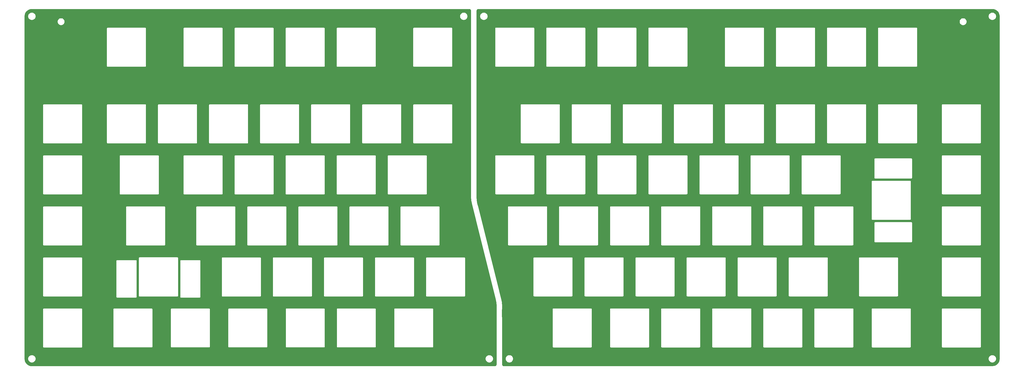
<source format=gbl>
G04 #@! TF.GenerationSoftware,KiCad,Pcbnew,(5.1.9)-1*
G04 #@! TF.CreationDate,2021-05-10T23:03:44+09:00*
G04 #@! TF.ProjectId,Pistachio_plate_rev2,50697374-6163-4686-996f-5f706c617465,rev?*
G04 #@! TF.SameCoordinates,Original*
G04 #@! TF.FileFunction,Copper,L2,Bot*
G04 #@! TF.FilePolarity,Positive*
%FSLAX46Y46*%
G04 Gerber Fmt 4.6, Leading zero omitted, Abs format (unit mm)*
G04 Created by KiCad (PCBNEW (5.1.9)-1) date 2021-05-10 23:03:44*
%MOMM*%
%LPD*%
G01*
G04 APERTURE LIST*
G04 #@! TA.AperFunction,NonConductor*
%ADD10C,0.254000*%
G04 #@! TD*
G04 #@! TA.AperFunction,NonConductor*
%ADD11C,0.100000*%
G04 #@! TD*
G04 APERTURE END LIST*
D10*
X381651634Y-18737997D02*
X382140427Y-18885572D01*
X382591248Y-19125278D01*
X382986925Y-19447984D01*
X383312385Y-19841397D01*
X383555232Y-20290535D01*
X383706217Y-20778287D01*
X383761479Y-21304072D01*
X383761483Y-21305097D01*
X383761484Y-149110380D01*
X383709826Y-149637226D01*
X383562251Y-150126019D01*
X383322545Y-150576841D01*
X382999839Y-150972517D01*
X382606426Y-151297977D01*
X382157288Y-151540824D01*
X381669536Y-151691809D01*
X381143750Y-151747071D01*
X381142726Y-151747075D01*
X198949530Y-151747075D01*
X198811163Y-151733508D01*
X198696042Y-151698751D01*
X198589863Y-151642294D01*
X198496672Y-151566290D01*
X198420017Y-151473630D01*
X198362822Y-151367849D01*
X198327262Y-151252974D01*
X198312845Y-151115810D01*
X198312845Y-148981853D01*
X199436078Y-148981853D01*
X199436078Y-149276297D01*
X199493521Y-149565083D01*
X199606199Y-149837113D01*
X199769783Y-150081934D01*
X199977986Y-150290137D01*
X200222807Y-150453721D01*
X200494837Y-150566399D01*
X200783623Y-150623842D01*
X201078067Y-150623842D01*
X201366853Y-150566399D01*
X201638883Y-150453721D01*
X201883704Y-150290137D01*
X202091907Y-150081934D01*
X202255491Y-149837113D01*
X202368169Y-149565083D01*
X202425612Y-149276297D01*
X202425612Y-148981853D01*
X379648716Y-148981853D01*
X379648716Y-149276297D01*
X379706159Y-149565083D01*
X379818837Y-149837113D01*
X379982421Y-150081934D01*
X380190624Y-150290137D01*
X380435445Y-150453721D01*
X380707475Y-150566399D01*
X380996261Y-150623842D01*
X381290705Y-150623842D01*
X381579491Y-150566399D01*
X381851521Y-150453721D01*
X382096342Y-150290137D01*
X382304545Y-150081934D01*
X382468129Y-149837113D01*
X382580807Y-149565083D01*
X382638250Y-149276297D01*
X382638250Y-148981853D01*
X382580807Y-148693067D01*
X382468129Y-148421037D01*
X382304545Y-148176216D01*
X382096342Y-147968013D01*
X381851521Y-147804429D01*
X381579491Y-147691751D01*
X381290705Y-147634308D01*
X380996261Y-147634308D01*
X380707475Y-147691751D01*
X380435445Y-147804429D01*
X380190624Y-147968013D01*
X379982421Y-148176216D01*
X379818837Y-148421037D01*
X379706159Y-148693067D01*
X379648716Y-148981853D01*
X202425612Y-148981853D01*
X202368169Y-148693067D01*
X202255491Y-148421037D01*
X202091907Y-148176216D01*
X201883704Y-147968013D01*
X201638883Y-147804429D01*
X201366853Y-147691751D01*
X201078067Y-147634308D01*
X200783623Y-147634308D01*
X200494837Y-147691751D01*
X200222807Y-147804429D01*
X199977986Y-147968013D01*
X199769783Y-148176216D01*
X199606199Y-148421037D01*
X199493521Y-148693067D01*
X199436078Y-148981853D01*
X198312845Y-148981853D01*
X198312845Y-133610313D01*
X198311223Y-133593842D01*
X198311255Y-133589216D01*
X198310734Y-133583907D01*
X198307000Y-133548382D01*
X198307000Y-130707371D01*
X198311022Y-130666352D01*
X198311022Y-130666345D01*
X198312845Y-130647837D01*
X198312845Y-130579352D01*
X216953545Y-130579352D01*
X216955394Y-130598124D01*
X216955393Y-144609567D01*
X216953545Y-144628329D01*
X216960921Y-144703214D01*
X216982764Y-144775221D01*
X217018235Y-144841584D01*
X217065971Y-144899751D01*
X217124138Y-144947487D01*
X217190501Y-144982958D01*
X217262508Y-145004801D01*
X217294560Y-145007958D01*
X217337393Y-145012177D01*
X217356155Y-145010329D01*
X231368160Y-145010329D01*
X231386922Y-145012177D01*
X231429756Y-145007958D01*
X231461807Y-145004801D01*
X231533814Y-144982958D01*
X231600177Y-144947487D01*
X231658344Y-144899751D01*
X231706080Y-144841584D01*
X231741551Y-144775221D01*
X231763394Y-144703214D01*
X231770770Y-144628329D01*
X231768922Y-144609567D01*
X231768922Y-130598114D01*
X231770770Y-130579352D01*
X238384845Y-130579352D01*
X238386694Y-130598124D01*
X238386693Y-144609567D01*
X238384845Y-144628329D01*
X238392221Y-144703214D01*
X238414064Y-144775221D01*
X238449535Y-144841584D01*
X238497271Y-144899751D01*
X238555438Y-144947487D01*
X238621801Y-144982958D01*
X238693808Y-145004801D01*
X238725860Y-145007958D01*
X238768693Y-145012177D01*
X238787455Y-145010329D01*
X252799460Y-145010329D01*
X252818222Y-145012177D01*
X252861056Y-145007958D01*
X252893107Y-145004801D01*
X252965114Y-144982958D01*
X253031477Y-144947487D01*
X253089644Y-144899751D01*
X253137380Y-144841584D01*
X253172851Y-144775221D01*
X253194694Y-144703214D01*
X253202070Y-144628329D01*
X253200222Y-144609567D01*
X253200222Y-130598114D01*
X253202070Y-130579352D01*
X257434895Y-130579352D01*
X257436744Y-130598124D01*
X257436743Y-144609567D01*
X257434895Y-144628329D01*
X257442271Y-144703214D01*
X257464114Y-144775221D01*
X257499585Y-144841584D01*
X257547321Y-144899751D01*
X257605488Y-144947487D01*
X257671851Y-144982958D01*
X257743858Y-145004801D01*
X257775910Y-145007958D01*
X257818743Y-145012177D01*
X257837505Y-145010329D01*
X271849510Y-145010329D01*
X271868272Y-145012177D01*
X271911106Y-145007958D01*
X271943157Y-145004801D01*
X272015164Y-144982958D01*
X272081527Y-144947487D01*
X272139694Y-144899751D01*
X272187430Y-144841584D01*
X272222901Y-144775221D01*
X272244744Y-144703214D01*
X272252120Y-144628329D01*
X272250272Y-144609567D01*
X272250272Y-130598114D01*
X272252120Y-130579352D01*
X276484895Y-130579352D01*
X276486744Y-130598124D01*
X276486743Y-144609567D01*
X276484895Y-144628329D01*
X276492271Y-144703214D01*
X276514114Y-144775221D01*
X276549585Y-144841584D01*
X276597321Y-144899751D01*
X276655488Y-144947487D01*
X276721851Y-144982958D01*
X276793858Y-145004801D01*
X276825910Y-145007958D01*
X276868743Y-145012177D01*
X276887505Y-145010329D01*
X290899510Y-145010329D01*
X290918272Y-145012177D01*
X290961106Y-145007958D01*
X290993157Y-145004801D01*
X291065164Y-144982958D01*
X291131527Y-144947487D01*
X291189694Y-144899751D01*
X291237430Y-144841584D01*
X291272901Y-144775221D01*
X291294744Y-144703214D01*
X291302120Y-144628329D01*
X291300272Y-144609567D01*
X291300272Y-130598114D01*
X291302120Y-130579352D01*
X295534895Y-130579352D01*
X295536744Y-130598124D01*
X295536743Y-144609567D01*
X295534895Y-144628329D01*
X295542271Y-144703214D01*
X295564114Y-144775221D01*
X295599585Y-144841584D01*
X295647321Y-144899751D01*
X295705488Y-144947487D01*
X295771851Y-144982958D01*
X295843858Y-145004801D01*
X295875910Y-145007958D01*
X295918743Y-145012177D01*
X295937505Y-145010329D01*
X309949510Y-145010329D01*
X309968272Y-145012177D01*
X310011106Y-145007958D01*
X310043157Y-145004801D01*
X310115164Y-144982958D01*
X310181527Y-144947487D01*
X310239694Y-144899751D01*
X310287430Y-144841584D01*
X310322901Y-144775221D01*
X310344744Y-144703214D01*
X310352120Y-144628329D01*
X310350272Y-144609567D01*
X310350272Y-130598114D01*
X310352120Y-130579352D01*
X314584895Y-130579352D01*
X314586744Y-130598124D01*
X314586743Y-144609567D01*
X314584895Y-144628329D01*
X314592271Y-144703214D01*
X314614114Y-144775221D01*
X314649585Y-144841584D01*
X314697321Y-144899751D01*
X314755488Y-144947487D01*
X314821851Y-144982958D01*
X314893858Y-145004801D01*
X314925910Y-145007958D01*
X314968743Y-145012177D01*
X314987505Y-145010329D01*
X328999510Y-145010329D01*
X329018272Y-145012177D01*
X329061106Y-145007958D01*
X329093157Y-145004801D01*
X329165164Y-144982958D01*
X329231527Y-144947487D01*
X329289694Y-144899751D01*
X329337430Y-144841584D01*
X329372901Y-144775221D01*
X329394744Y-144703214D01*
X329402120Y-144628329D01*
X329400272Y-144609567D01*
X329400272Y-130598114D01*
X329402120Y-130579352D01*
X336014645Y-130579352D01*
X336016494Y-130598124D01*
X336016493Y-144609567D01*
X336014645Y-144628329D01*
X336022021Y-144703214D01*
X336043864Y-144775221D01*
X336079335Y-144841584D01*
X336127071Y-144899751D01*
X336185238Y-144947487D01*
X336251601Y-144982958D01*
X336323608Y-145004801D01*
X336355660Y-145007958D01*
X336398493Y-145012177D01*
X336417255Y-145010329D01*
X350429260Y-145010329D01*
X350448022Y-145012177D01*
X350490856Y-145007958D01*
X350522907Y-145004801D01*
X350594914Y-144982958D01*
X350661277Y-144947487D01*
X350719444Y-144899751D01*
X350767180Y-144841584D01*
X350802651Y-144775221D01*
X350824494Y-144703214D01*
X350831870Y-144628329D01*
X350830022Y-144609567D01*
X350830022Y-130598114D01*
X350831870Y-130579352D01*
X362209645Y-130579352D01*
X362211494Y-130598124D01*
X362211493Y-144609567D01*
X362209645Y-144628329D01*
X362217021Y-144703214D01*
X362238864Y-144775221D01*
X362274335Y-144841584D01*
X362322071Y-144899751D01*
X362380238Y-144947487D01*
X362446601Y-144982958D01*
X362518608Y-145004801D01*
X362550660Y-145007958D01*
X362593493Y-145012177D01*
X362612255Y-145010329D01*
X376624260Y-145010329D01*
X376643022Y-145012177D01*
X376685856Y-145007958D01*
X376717907Y-145004801D01*
X376789914Y-144982958D01*
X376856277Y-144947487D01*
X376914444Y-144899751D01*
X376962180Y-144841584D01*
X376997651Y-144775221D01*
X377019494Y-144703214D01*
X377026870Y-144628329D01*
X377025022Y-144609567D01*
X377025022Y-130598114D01*
X377026870Y-130579352D01*
X377019494Y-130504467D01*
X376997651Y-130432460D01*
X376962180Y-130366097D01*
X376914444Y-130307930D01*
X376856277Y-130260194D01*
X376789914Y-130224723D01*
X376717907Y-130202880D01*
X376661784Y-130197352D01*
X376643022Y-130195504D01*
X376624260Y-130197352D01*
X362612255Y-130197352D01*
X362593493Y-130195504D01*
X362574731Y-130197352D01*
X362518608Y-130202880D01*
X362446601Y-130224723D01*
X362380238Y-130260194D01*
X362322071Y-130307930D01*
X362274335Y-130366097D01*
X362238864Y-130432460D01*
X362217021Y-130504467D01*
X362209645Y-130579352D01*
X350831870Y-130579352D01*
X350824494Y-130504467D01*
X350802651Y-130432460D01*
X350767180Y-130366097D01*
X350719444Y-130307930D01*
X350661277Y-130260194D01*
X350594914Y-130224723D01*
X350522907Y-130202880D01*
X350466784Y-130197352D01*
X350448022Y-130195504D01*
X350429260Y-130197352D01*
X336417255Y-130197352D01*
X336398493Y-130195504D01*
X336379731Y-130197352D01*
X336323608Y-130202880D01*
X336251601Y-130224723D01*
X336185238Y-130260194D01*
X336127071Y-130307930D01*
X336079335Y-130366097D01*
X336043864Y-130432460D01*
X336022021Y-130504467D01*
X336014645Y-130579352D01*
X329402120Y-130579352D01*
X329394744Y-130504467D01*
X329372901Y-130432460D01*
X329337430Y-130366097D01*
X329289694Y-130307930D01*
X329231527Y-130260194D01*
X329165164Y-130224723D01*
X329093157Y-130202880D01*
X329037034Y-130197352D01*
X329018272Y-130195504D01*
X328999510Y-130197352D01*
X314987505Y-130197352D01*
X314968743Y-130195504D01*
X314949981Y-130197352D01*
X314893858Y-130202880D01*
X314821851Y-130224723D01*
X314755488Y-130260194D01*
X314697321Y-130307930D01*
X314649585Y-130366097D01*
X314614114Y-130432460D01*
X314592271Y-130504467D01*
X314584895Y-130579352D01*
X310352120Y-130579352D01*
X310344744Y-130504467D01*
X310322901Y-130432460D01*
X310287430Y-130366097D01*
X310239694Y-130307930D01*
X310181527Y-130260194D01*
X310115164Y-130224723D01*
X310043157Y-130202880D01*
X309987034Y-130197352D01*
X309968272Y-130195504D01*
X309949510Y-130197352D01*
X295937505Y-130197352D01*
X295918743Y-130195504D01*
X295899981Y-130197352D01*
X295843858Y-130202880D01*
X295771851Y-130224723D01*
X295705488Y-130260194D01*
X295647321Y-130307930D01*
X295599585Y-130366097D01*
X295564114Y-130432460D01*
X295542271Y-130504467D01*
X295534895Y-130579352D01*
X291302120Y-130579352D01*
X291294744Y-130504467D01*
X291272901Y-130432460D01*
X291237430Y-130366097D01*
X291189694Y-130307930D01*
X291131527Y-130260194D01*
X291065164Y-130224723D01*
X290993157Y-130202880D01*
X290937034Y-130197352D01*
X290918272Y-130195504D01*
X290899510Y-130197352D01*
X276887505Y-130197352D01*
X276868743Y-130195504D01*
X276849981Y-130197352D01*
X276793858Y-130202880D01*
X276721851Y-130224723D01*
X276655488Y-130260194D01*
X276597321Y-130307930D01*
X276549585Y-130366097D01*
X276514114Y-130432460D01*
X276492271Y-130504467D01*
X276484895Y-130579352D01*
X272252120Y-130579352D01*
X272244744Y-130504467D01*
X272222901Y-130432460D01*
X272187430Y-130366097D01*
X272139694Y-130307930D01*
X272081527Y-130260194D01*
X272015164Y-130224723D01*
X271943157Y-130202880D01*
X271887034Y-130197352D01*
X271868272Y-130195504D01*
X271849510Y-130197352D01*
X257837505Y-130197352D01*
X257818743Y-130195504D01*
X257799981Y-130197352D01*
X257743858Y-130202880D01*
X257671851Y-130224723D01*
X257605488Y-130260194D01*
X257547321Y-130307930D01*
X257499585Y-130366097D01*
X257464114Y-130432460D01*
X257442271Y-130504467D01*
X257434895Y-130579352D01*
X253202070Y-130579352D01*
X253194694Y-130504467D01*
X253172851Y-130432460D01*
X253137380Y-130366097D01*
X253089644Y-130307930D01*
X253031477Y-130260194D01*
X252965114Y-130224723D01*
X252893107Y-130202880D01*
X252836984Y-130197352D01*
X252818222Y-130195504D01*
X252799460Y-130197352D01*
X238787455Y-130197352D01*
X238768693Y-130195504D01*
X238749931Y-130197352D01*
X238693808Y-130202880D01*
X238621801Y-130224723D01*
X238555438Y-130260194D01*
X238497271Y-130307930D01*
X238449535Y-130366097D01*
X238414064Y-130432460D01*
X238392221Y-130504467D01*
X238384845Y-130579352D01*
X231770770Y-130579352D01*
X231763394Y-130504467D01*
X231741551Y-130432460D01*
X231706080Y-130366097D01*
X231658344Y-130307930D01*
X231600177Y-130260194D01*
X231533814Y-130224723D01*
X231461807Y-130202880D01*
X231405684Y-130197352D01*
X231386922Y-130195504D01*
X231368160Y-130197352D01*
X217356155Y-130197352D01*
X217337393Y-130195504D01*
X217318631Y-130197352D01*
X217262508Y-130202880D01*
X217190501Y-130224723D01*
X217124138Y-130260194D01*
X217065971Y-130307930D01*
X217018235Y-130366097D01*
X216982764Y-130432460D01*
X216960921Y-130504467D01*
X216953545Y-130579352D01*
X198312845Y-130579352D01*
X198312845Y-129291464D01*
X198311727Y-129280111D01*
X198241050Y-128096971D01*
X198238208Y-128073884D01*
X198235410Y-128050548D01*
X198009127Y-126822114D01*
X198007375Y-126810264D01*
X194186919Y-111529452D01*
X209809845Y-111529452D01*
X209811694Y-111548224D01*
X209811693Y-125559667D01*
X209809845Y-125578429D01*
X209817221Y-125653314D01*
X209839064Y-125725321D01*
X209874535Y-125791684D01*
X209922271Y-125849851D01*
X209980438Y-125897587D01*
X210046801Y-125933058D01*
X210118808Y-125954901D01*
X210193693Y-125962277D01*
X210212455Y-125960429D01*
X224224460Y-125960429D01*
X224243222Y-125962277D01*
X224318107Y-125954901D01*
X224390114Y-125933058D01*
X224456477Y-125897587D01*
X224514644Y-125849851D01*
X224562380Y-125791684D01*
X224597851Y-125725321D01*
X224619694Y-125653314D01*
X224625222Y-125597191D01*
X224625222Y-125597190D01*
X224627070Y-125578429D01*
X224625222Y-125559667D01*
X224625222Y-111548214D01*
X224627070Y-111529452D01*
X228859895Y-111529452D01*
X228861744Y-111548224D01*
X228861743Y-125559667D01*
X228859895Y-125578429D01*
X228867271Y-125653314D01*
X228889114Y-125725321D01*
X228924585Y-125791684D01*
X228972321Y-125849851D01*
X229030488Y-125897587D01*
X229096851Y-125933058D01*
X229168858Y-125954901D01*
X229243743Y-125962277D01*
X229262505Y-125960429D01*
X243274510Y-125960429D01*
X243293272Y-125962277D01*
X243368157Y-125954901D01*
X243440164Y-125933058D01*
X243506527Y-125897587D01*
X243564694Y-125849851D01*
X243612430Y-125791684D01*
X243647901Y-125725321D01*
X243669744Y-125653314D01*
X243675272Y-125597191D01*
X243675272Y-125597190D01*
X243677120Y-125578429D01*
X243675272Y-125559667D01*
X243675272Y-111548214D01*
X243677120Y-111529452D01*
X247909895Y-111529452D01*
X247911744Y-111548224D01*
X247911743Y-125559667D01*
X247909895Y-125578429D01*
X247917271Y-125653314D01*
X247939114Y-125725321D01*
X247974585Y-125791684D01*
X248022321Y-125849851D01*
X248080488Y-125897587D01*
X248146851Y-125933058D01*
X248218858Y-125954901D01*
X248293743Y-125962277D01*
X248312505Y-125960429D01*
X262324510Y-125960429D01*
X262343272Y-125962277D01*
X262418157Y-125954901D01*
X262490164Y-125933058D01*
X262556527Y-125897587D01*
X262614694Y-125849851D01*
X262662430Y-125791684D01*
X262697901Y-125725321D01*
X262719744Y-125653314D01*
X262725272Y-125597191D01*
X262725272Y-125597190D01*
X262727120Y-125578429D01*
X262725272Y-125559667D01*
X262725272Y-111548214D01*
X262727120Y-111529452D01*
X266959895Y-111529452D01*
X266961744Y-111548224D01*
X266961743Y-125559667D01*
X266959895Y-125578429D01*
X266967271Y-125653314D01*
X266989114Y-125725321D01*
X267024585Y-125791684D01*
X267072321Y-125849851D01*
X267130488Y-125897587D01*
X267196851Y-125933058D01*
X267268858Y-125954901D01*
X267343743Y-125962277D01*
X267362505Y-125960429D01*
X281374510Y-125960429D01*
X281393272Y-125962277D01*
X281468157Y-125954901D01*
X281540164Y-125933058D01*
X281606527Y-125897587D01*
X281664694Y-125849851D01*
X281712430Y-125791684D01*
X281747901Y-125725321D01*
X281769744Y-125653314D01*
X281775272Y-125597191D01*
X281775272Y-125597190D01*
X281777120Y-125578429D01*
X281775272Y-125559667D01*
X281775272Y-111548214D01*
X281777120Y-111529452D01*
X286009895Y-111529452D01*
X286011744Y-111548224D01*
X286011743Y-125559667D01*
X286009895Y-125578429D01*
X286017271Y-125653314D01*
X286039114Y-125725321D01*
X286074585Y-125791684D01*
X286122321Y-125849851D01*
X286180488Y-125897587D01*
X286246851Y-125933058D01*
X286318858Y-125954901D01*
X286393743Y-125962277D01*
X286412505Y-125960429D01*
X300424510Y-125960429D01*
X300443272Y-125962277D01*
X300518157Y-125954901D01*
X300590164Y-125933058D01*
X300656527Y-125897587D01*
X300714694Y-125849851D01*
X300762430Y-125791684D01*
X300797901Y-125725321D01*
X300819744Y-125653314D01*
X300825272Y-125597191D01*
X300825272Y-125597190D01*
X300827120Y-125578429D01*
X300825272Y-125559667D01*
X300825272Y-111548214D01*
X300827120Y-111529452D01*
X305058495Y-111529452D01*
X305060344Y-111548224D01*
X305060343Y-125559667D01*
X305058495Y-125578429D01*
X305065871Y-125653314D01*
X305087714Y-125725321D01*
X305123185Y-125791684D01*
X305170921Y-125849851D01*
X305229088Y-125897587D01*
X305295451Y-125933058D01*
X305367458Y-125954901D01*
X305442343Y-125962277D01*
X305461105Y-125960429D01*
X319473110Y-125960429D01*
X319491872Y-125962277D01*
X319566757Y-125954901D01*
X319638764Y-125933058D01*
X319705127Y-125897587D01*
X319763294Y-125849851D01*
X319811030Y-125791684D01*
X319846501Y-125725321D01*
X319868344Y-125653314D01*
X319873872Y-125597191D01*
X319873872Y-125597190D01*
X319875720Y-125578429D01*
X319873872Y-125559667D01*
X319873872Y-111548214D01*
X319875720Y-111529452D01*
X331253645Y-111529452D01*
X331255494Y-111548224D01*
X331255493Y-125559667D01*
X331253645Y-125578429D01*
X331261021Y-125653314D01*
X331282864Y-125725321D01*
X331318335Y-125791684D01*
X331366071Y-125849851D01*
X331424238Y-125897587D01*
X331490601Y-125933058D01*
X331562608Y-125954901D01*
X331637493Y-125962277D01*
X331656255Y-125960429D01*
X345668260Y-125960429D01*
X345687022Y-125962277D01*
X345761907Y-125954901D01*
X345833914Y-125933058D01*
X345900277Y-125897587D01*
X345958444Y-125849851D01*
X346006180Y-125791684D01*
X346041651Y-125725321D01*
X346063494Y-125653314D01*
X346069022Y-125597191D01*
X346069022Y-125597190D01*
X346070870Y-125578429D01*
X346069022Y-125559667D01*
X346069022Y-111548214D01*
X346070870Y-111529452D01*
X362209645Y-111529452D01*
X362211494Y-111548224D01*
X362211493Y-125559667D01*
X362209645Y-125578429D01*
X362217021Y-125653314D01*
X362238864Y-125725321D01*
X362274335Y-125791684D01*
X362322071Y-125849851D01*
X362380238Y-125897587D01*
X362446601Y-125933058D01*
X362518608Y-125954901D01*
X362593493Y-125962277D01*
X362612255Y-125960429D01*
X376624260Y-125960429D01*
X376643022Y-125962277D01*
X376717907Y-125954901D01*
X376789914Y-125933058D01*
X376856277Y-125897587D01*
X376914444Y-125849851D01*
X376962180Y-125791684D01*
X376997651Y-125725321D01*
X377019494Y-125653314D01*
X377025022Y-125597191D01*
X377025022Y-125597190D01*
X377026870Y-125578429D01*
X377025022Y-125559667D01*
X377025022Y-111548214D01*
X377026870Y-111529452D01*
X377019494Y-111454567D01*
X376997651Y-111382560D01*
X376962180Y-111316197D01*
X376914444Y-111258030D01*
X376856277Y-111210294D01*
X376789914Y-111174823D01*
X376717907Y-111152980D01*
X376661784Y-111147452D01*
X376643022Y-111145604D01*
X376624260Y-111147452D01*
X362612255Y-111147452D01*
X362593493Y-111145604D01*
X362574731Y-111147452D01*
X362518608Y-111152980D01*
X362446601Y-111174823D01*
X362380238Y-111210294D01*
X362322071Y-111258030D01*
X362274335Y-111316197D01*
X362238864Y-111382560D01*
X362217021Y-111454567D01*
X362209645Y-111529452D01*
X346070870Y-111529452D01*
X346063494Y-111454567D01*
X346041651Y-111382560D01*
X346006180Y-111316197D01*
X345958444Y-111258030D01*
X345900277Y-111210294D01*
X345833914Y-111174823D01*
X345761907Y-111152980D01*
X345705784Y-111147452D01*
X345687022Y-111145604D01*
X345668260Y-111147452D01*
X331656255Y-111147452D01*
X331637493Y-111145604D01*
X331618731Y-111147452D01*
X331562608Y-111152980D01*
X331490601Y-111174823D01*
X331424238Y-111210294D01*
X331366071Y-111258030D01*
X331318335Y-111316197D01*
X331282864Y-111382560D01*
X331261021Y-111454567D01*
X331253645Y-111529452D01*
X319875720Y-111529452D01*
X319868344Y-111454567D01*
X319846501Y-111382560D01*
X319811030Y-111316197D01*
X319763294Y-111258030D01*
X319705127Y-111210294D01*
X319638764Y-111174823D01*
X319566757Y-111152980D01*
X319510634Y-111147452D01*
X319491872Y-111145604D01*
X319473110Y-111147452D01*
X305461105Y-111147452D01*
X305442343Y-111145604D01*
X305423581Y-111147452D01*
X305367458Y-111152980D01*
X305295451Y-111174823D01*
X305229088Y-111210294D01*
X305170921Y-111258030D01*
X305123185Y-111316197D01*
X305087714Y-111382560D01*
X305065871Y-111454567D01*
X305058495Y-111529452D01*
X300827120Y-111529452D01*
X300819744Y-111454567D01*
X300797901Y-111382560D01*
X300762430Y-111316197D01*
X300714694Y-111258030D01*
X300656527Y-111210294D01*
X300590164Y-111174823D01*
X300518157Y-111152980D01*
X300462034Y-111147452D01*
X300443272Y-111145604D01*
X300424510Y-111147452D01*
X286412505Y-111147452D01*
X286393743Y-111145604D01*
X286374981Y-111147452D01*
X286318858Y-111152980D01*
X286246851Y-111174823D01*
X286180488Y-111210294D01*
X286122321Y-111258030D01*
X286074585Y-111316197D01*
X286039114Y-111382560D01*
X286017271Y-111454567D01*
X286009895Y-111529452D01*
X281777120Y-111529452D01*
X281769744Y-111454567D01*
X281747901Y-111382560D01*
X281712430Y-111316197D01*
X281664694Y-111258030D01*
X281606527Y-111210294D01*
X281540164Y-111174823D01*
X281468157Y-111152980D01*
X281412034Y-111147452D01*
X281393272Y-111145604D01*
X281374510Y-111147452D01*
X267362505Y-111147452D01*
X267343743Y-111145604D01*
X267324981Y-111147452D01*
X267268858Y-111152980D01*
X267196851Y-111174823D01*
X267130488Y-111210294D01*
X267072321Y-111258030D01*
X267024585Y-111316197D01*
X266989114Y-111382560D01*
X266967271Y-111454567D01*
X266959895Y-111529452D01*
X262727120Y-111529452D01*
X262719744Y-111454567D01*
X262697901Y-111382560D01*
X262662430Y-111316197D01*
X262614694Y-111258030D01*
X262556527Y-111210294D01*
X262490164Y-111174823D01*
X262418157Y-111152980D01*
X262362034Y-111147452D01*
X262343272Y-111145604D01*
X262324510Y-111147452D01*
X248312505Y-111147452D01*
X248293743Y-111145604D01*
X248274981Y-111147452D01*
X248218858Y-111152980D01*
X248146851Y-111174823D01*
X248080488Y-111210294D01*
X248022321Y-111258030D01*
X247974585Y-111316197D01*
X247939114Y-111382560D01*
X247917271Y-111454567D01*
X247909895Y-111529452D01*
X243677120Y-111529452D01*
X243669744Y-111454567D01*
X243647901Y-111382560D01*
X243612430Y-111316197D01*
X243564694Y-111258030D01*
X243506527Y-111210294D01*
X243440164Y-111174823D01*
X243368157Y-111152980D01*
X243312034Y-111147452D01*
X243293272Y-111145604D01*
X243274510Y-111147452D01*
X229262505Y-111147452D01*
X229243743Y-111145604D01*
X229224981Y-111147452D01*
X229168858Y-111152980D01*
X229096851Y-111174823D01*
X229030488Y-111210294D01*
X228972321Y-111258030D01*
X228924585Y-111316197D01*
X228889114Y-111382560D01*
X228867271Y-111454567D01*
X228859895Y-111529452D01*
X224627070Y-111529452D01*
X224619694Y-111454567D01*
X224597851Y-111382560D01*
X224562380Y-111316197D01*
X224514644Y-111258030D01*
X224456477Y-111210294D01*
X224390114Y-111174823D01*
X224318107Y-111152980D01*
X224261984Y-111147452D01*
X224243222Y-111145604D01*
X224224460Y-111147452D01*
X210212455Y-111147452D01*
X210193693Y-111145604D01*
X210174931Y-111147452D01*
X210118808Y-111152980D01*
X210046801Y-111174823D01*
X209980438Y-111210294D01*
X209922271Y-111258030D01*
X209874535Y-111316197D01*
X209839064Y-111382560D01*
X209817221Y-111454567D01*
X209809845Y-111529452D01*
X194186919Y-111529452D01*
X189424102Y-92479452D01*
X200284805Y-92479452D01*
X200286654Y-92498224D01*
X200286653Y-106509667D01*
X200284805Y-106528429D01*
X200292181Y-106603314D01*
X200314024Y-106675321D01*
X200349495Y-106741684D01*
X200397231Y-106799851D01*
X200455398Y-106847587D01*
X200521761Y-106883058D01*
X200593768Y-106904901D01*
X200668653Y-106912277D01*
X200687415Y-106910429D01*
X214699420Y-106910429D01*
X214718182Y-106912277D01*
X214793067Y-106904901D01*
X214865074Y-106883058D01*
X214931437Y-106847587D01*
X214989604Y-106799851D01*
X215037340Y-106741684D01*
X215072811Y-106675321D01*
X215094654Y-106603314D01*
X215100182Y-106547191D01*
X215100182Y-106547190D01*
X215102030Y-106528429D01*
X215100182Y-106509667D01*
X215100182Y-92498214D01*
X215102030Y-92479452D01*
X219334855Y-92479452D01*
X219336704Y-92498224D01*
X219336703Y-106509667D01*
X219334855Y-106528429D01*
X219342231Y-106603314D01*
X219364074Y-106675321D01*
X219399545Y-106741684D01*
X219447281Y-106799851D01*
X219505448Y-106847587D01*
X219571811Y-106883058D01*
X219643818Y-106904901D01*
X219718703Y-106912277D01*
X219737465Y-106910429D01*
X233749470Y-106910429D01*
X233768232Y-106912277D01*
X233843117Y-106904901D01*
X233915124Y-106883058D01*
X233981487Y-106847587D01*
X234039654Y-106799851D01*
X234087390Y-106741684D01*
X234122861Y-106675321D01*
X234144704Y-106603314D01*
X234150232Y-106547191D01*
X234150232Y-106547190D01*
X234152080Y-106528429D01*
X234150232Y-106509667D01*
X234150232Y-92498214D01*
X234152080Y-92479452D01*
X238384855Y-92479452D01*
X238386704Y-92498224D01*
X238386703Y-106509667D01*
X238384855Y-106528429D01*
X238392231Y-106603314D01*
X238414074Y-106675321D01*
X238449545Y-106741684D01*
X238497281Y-106799851D01*
X238555448Y-106847587D01*
X238621811Y-106883058D01*
X238693818Y-106904901D01*
X238768703Y-106912277D01*
X238787465Y-106910429D01*
X252799470Y-106910429D01*
X252818232Y-106912277D01*
X252893117Y-106904901D01*
X252965124Y-106883058D01*
X253031487Y-106847587D01*
X253089654Y-106799851D01*
X253137390Y-106741684D01*
X253172861Y-106675321D01*
X253194704Y-106603314D01*
X253200232Y-106547191D01*
X253200232Y-106547190D01*
X253202080Y-106528429D01*
X253200232Y-106509667D01*
X253200232Y-92498214D01*
X253202080Y-92479452D01*
X257434855Y-92479452D01*
X257436704Y-92498224D01*
X257436703Y-106509667D01*
X257434855Y-106528429D01*
X257442231Y-106603314D01*
X257464074Y-106675321D01*
X257499545Y-106741684D01*
X257547281Y-106799851D01*
X257605448Y-106847587D01*
X257671811Y-106883058D01*
X257743818Y-106904901D01*
X257818703Y-106912277D01*
X257837465Y-106910429D01*
X271849470Y-106910429D01*
X271868232Y-106912277D01*
X271943117Y-106904901D01*
X272015124Y-106883058D01*
X272081487Y-106847587D01*
X272139654Y-106799851D01*
X272187390Y-106741684D01*
X272222861Y-106675321D01*
X272244704Y-106603314D01*
X272250232Y-106547191D01*
X272250232Y-106547190D01*
X272252080Y-106528429D01*
X272250232Y-106509667D01*
X272250232Y-92498214D01*
X272252080Y-92479452D01*
X276484855Y-92479452D01*
X276486704Y-92498224D01*
X276486703Y-106509667D01*
X276484855Y-106528429D01*
X276492231Y-106603314D01*
X276514074Y-106675321D01*
X276549545Y-106741684D01*
X276597281Y-106799851D01*
X276655448Y-106847587D01*
X276721811Y-106883058D01*
X276793818Y-106904901D01*
X276868703Y-106912277D01*
X276887465Y-106910429D01*
X290899470Y-106910429D01*
X290918232Y-106912277D01*
X290993117Y-106904901D01*
X291065124Y-106883058D01*
X291131487Y-106847587D01*
X291189654Y-106799851D01*
X291237390Y-106741684D01*
X291272861Y-106675321D01*
X291294704Y-106603314D01*
X291300232Y-106547191D01*
X291300232Y-106547190D01*
X291302080Y-106528429D01*
X291300232Y-106509667D01*
X291300232Y-92498214D01*
X291302080Y-92479452D01*
X295533455Y-92479452D01*
X295535304Y-92498224D01*
X295535303Y-106509667D01*
X295533455Y-106528429D01*
X295540831Y-106603314D01*
X295562674Y-106675321D01*
X295598145Y-106741684D01*
X295645881Y-106799851D01*
X295704048Y-106847587D01*
X295770411Y-106883058D01*
X295842418Y-106904901D01*
X295917303Y-106912277D01*
X295936065Y-106910429D01*
X309948070Y-106910429D01*
X309966832Y-106912277D01*
X310041717Y-106904901D01*
X310113724Y-106883058D01*
X310180087Y-106847587D01*
X310238254Y-106799851D01*
X310285990Y-106741684D01*
X310321461Y-106675321D01*
X310343304Y-106603314D01*
X310348832Y-106547191D01*
X310348832Y-106547190D01*
X310350680Y-106528429D01*
X310348832Y-106509667D01*
X310348832Y-92498214D01*
X310350680Y-92479452D01*
X314583155Y-92479452D01*
X314585004Y-92498224D01*
X314585003Y-106509667D01*
X314583155Y-106528429D01*
X314590531Y-106603314D01*
X314612374Y-106675321D01*
X314647845Y-106741684D01*
X314695581Y-106799851D01*
X314753748Y-106847587D01*
X314820111Y-106883058D01*
X314892118Y-106904901D01*
X314967003Y-106912277D01*
X314985765Y-106910429D01*
X328997770Y-106910429D01*
X329016532Y-106912277D01*
X329091417Y-106904901D01*
X329163424Y-106883058D01*
X329229787Y-106847587D01*
X329287954Y-106799851D01*
X329335690Y-106741684D01*
X329371161Y-106675321D01*
X329393004Y-106603314D01*
X329398532Y-106547191D01*
X329398532Y-106547190D01*
X329400380Y-106528429D01*
X329398532Y-106509667D01*
X329398532Y-98379040D01*
X337040135Y-98379040D01*
X337041983Y-98397802D01*
X337041984Y-105360268D01*
X337040135Y-105379040D01*
X337047511Y-105453925D01*
X337069354Y-105525932D01*
X337104825Y-105592295D01*
X337152561Y-105650462D01*
X337210728Y-105698198D01*
X337277091Y-105733669D01*
X337349098Y-105755512D01*
X337405221Y-105761040D01*
X337423983Y-105762888D01*
X337442745Y-105761040D01*
X350905221Y-105761040D01*
X350923983Y-105762888D01*
X350998868Y-105755512D01*
X351070875Y-105733669D01*
X351137238Y-105698198D01*
X351195405Y-105650462D01*
X351243141Y-105592295D01*
X351278612Y-105525932D01*
X351300455Y-105453925D01*
X351305983Y-105397802D01*
X351307831Y-105379040D01*
X351305983Y-105360278D01*
X351305983Y-98397802D01*
X351307831Y-98379040D01*
X351300455Y-98304155D01*
X351278612Y-98232148D01*
X351243141Y-98165785D01*
X351195405Y-98107618D01*
X351137238Y-98059882D01*
X351070875Y-98024411D01*
X350998868Y-98002568D01*
X350942745Y-97997040D01*
X350923983Y-97995192D01*
X350905221Y-97997040D01*
X337442745Y-97997040D01*
X337423983Y-97995192D01*
X337405221Y-97997040D01*
X337349098Y-98002568D01*
X337277091Y-98024411D01*
X337210728Y-98059882D01*
X337152561Y-98107618D01*
X337104825Y-98165785D01*
X337069354Y-98232148D01*
X337047511Y-98304155D01*
X337040135Y-98379040D01*
X329398532Y-98379040D01*
X329398532Y-92498214D01*
X329400380Y-92479452D01*
X329393004Y-92404567D01*
X329371161Y-92332560D01*
X329335690Y-92266197D01*
X329287954Y-92208030D01*
X329229787Y-92160294D01*
X329163424Y-92124823D01*
X329091417Y-92102980D01*
X329035294Y-92097452D01*
X329016532Y-92095604D01*
X328997770Y-92097452D01*
X314985765Y-92097452D01*
X314967003Y-92095604D01*
X314948241Y-92097452D01*
X314892118Y-92102980D01*
X314820111Y-92124823D01*
X314753748Y-92160294D01*
X314695581Y-92208030D01*
X314647845Y-92266197D01*
X314612374Y-92332560D01*
X314590531Y-92404567D01*
X314583155Y-92479452D01*
X310350680Y-92479452D01*
X310343304Y-92404567D01*
X310321461Y-92332560D01*
X310285990Y-92266197D01*
X310238254Y-92208030D01*
X310180087Y-92160294D01*
X310113724Y-92124823D01*
X310041717Y-92102980D01*
X309985594Y-92097452D01*
X309966832Y-92095604D01*
X309948070Y-92097452D01*
X295936065Y-92097452D01*
X295917303Y-92095604D01*
X295898541Y-92097452D01*
X295842418Y-92102980D01*
X295770411Y-92124823D01*
X295704048Y-92160294D01*
X295645881Y-92208030D01*
X295598145Y-92266197D01*
X295562674Y-92332560D01*
X295540831Y-92404567D01*
X295533455Y-92479452D01*
X291302080Y-92479452D01*
X291294704Y-92404567D01*
X291272861Y-92332560D01*
X291237390Y-92266197D01*
X291189654Y-92208030D01*
X291131487Y-92160294D01*
X291065124Y-92124823D01*
X290993117Y-92102980D01*
X290936994Y-92097452D01*
X290918232Y-92095604D01*
X290899470Y-92097452D01*
X276887465Y-92097452D01*
X276868703Y-92095604D01*
X276849941Y-92097452D01*
X276793818Y-92102980D01*
X276721811Y-92124823D01*
X276655448Y-92160294D01*
X276597281Y-92208030D01*
X276549545Y-92266197D01*
X276514074Y-92332560D01*
X276492231Y-92404567D01*
X276484855Y-92479452D01*
X272252080Y-92479452D01*
X272244704Y-92404567D01*
X272222861Y-92332560D01*
X272187390Y-92266197D01*
X272139654Y-92208030D01*
X272081487Y-92160294D01*
X272015124Y-92124823D01*
X271943117Y-92102980D01*
X271886994Y-92097452D01*
X271868232Y-92095604D01*
X271849470Y-92097452D01*
X257837465Y-92097452D01*
X257818703Y-92095604D01*
X257799941Y-92097452D01*
X257743818Y-92102980D01*
X257671811Y-92124823D01*
X257605448Y-92160294D01*
X257547281Y-92208030D01*
X257499545Y-92266197D01*
X257464074Y-92332560D01*
X257442231Y-92404567D01*
X257434855Y-92479452D01*
X253202080Y-92479452D01*
X253194704Y-92404567D01*
X253172861Y-92332560D01*
X253137390Y-92266197D01*
X253089654Y-92208030D01*
X253031487Y-92160294D01*
X252965124Y-92124823D01*
X252893117Y-92102980D01*
X252836994Y-92097452D01*
X252818232Y-92095604D01*
X252799470Y-92097452D01*
X238787465Y-92097452D01*
X238768703Y-92095604D01*
X238749941Y-92097452D01*
X238693818Y-92102980D01*
X238621811Y-92124823D01*
X238555448Y-92160294D01*
X238497281Y-92208030D01*
X238449545Y-92266197D01*
X238414074Y-92332560D01*
X238392231Y-92404567D01*
X238384855Y-92479452D01*
X234152080Y-92479452D01*
X234144704Y-92404567D01*
X234122861Y-92332560D01*
X234087390Y-92266197D01*
X234039654Y-92208030D01*
X233981487Y-92160294D01*
X233915124Y-92124823D01*
X233843117Y-92102980D01*
X233786994Y-92097452D01*
X233768232Y-92095604D01*
X233749470Y-92097452D01*
X219737465Y-92097452D01*
X219718703Y-92095604D01*
X219699941Y-92097452D01*
X219643818Y-92102980D01*
X219571811Y-92124823D01*
X219505448Y-92160294D01*
X219447281Y-92208030D01*
X219399545Y-92266197D01*
X219364074Y-92332560D01*
X219342231Y-92404567D01*
X219334855Y-92479452D01*
X215102030Y-92479452D01*
X215094654Y-92404567D01*
X215072811Y-92332560D01*
X215037340Y-92266197D01*
X214989604Y-92208030D01*
X214931437Y-92160294D01*
X214865074Y-92124823D01*
X214793067Y-92102980D01*
X214736944Y-92097452D01*
X214718182Y-92095604D01*
X214699420Y-92097452D01*
X200687415Y-92097452D01*
X200668653Y-92095604D01*
X200649891Y-92097452D01*
X200593768Y-92102980D01*
X200521761Y-92124823D01*
X200455398Y-92160294D01*
X200397231Y-92208030D01*
X200349495Y-92266197D01*
X200314024Y-92332560D01*
X200292181Y-92404567D01*
X200284805Y-92479452D01*
X189424102Y-92479452D01*
X189077320Y-91092417D01*
X188856238Y-89892212D01*
X188787200Y-88736509D01*
X188787200Y-86697946D01*
X188787000Y-86695916D01*
X188787000Y-83737500D01*
X188787200Y-83735470D01*
X188787200Y-73429452D01*
X195522295Y-73429452D01*
X195524144Y-73448224D01*
X195524143Y-87459667D01*
X195522295Y-87478429D01*
X195529671Y-87553314D01*
X195551514Y-87625321D01*
X195586985Y-87691684D01*
X195634721Y-87749851D01*
X195692888Y-87797587D01*
X195759251Y-87833058D01*
X195831258Y-87854901D01*
X195906143Y-87862277D01*
X195924905Y-87860429D01*
X209936910Y-87860429D01*
X209955672Y-87862277D01*
X210030557Y-87854901D01*
X210102564Y-87833058D01*
X210168927Y-87797587D01*
X210227094Y-87749851D01*
X210274830Y-87691684D01*
X210310301Y-87625321D01*
X210332144Y-87553314D01*
X210337672Y-87497191D01*
X210337672Y-87497190D01*
X210339520Y-87478429D01*
X210337672Y-87459667D01*
X210337672Y-73448214D01*
X210339520Y-73429452D01*
X214572345Y-73429452D01*
X214574194Y-73448224D01*
X214574193Y-87459667D01*
X214572345Y-87478429D01*
X214579721Y-87553314D01*
X214601564Y-87625321D01*
X214637035Y-87691684D01*
X214684771Y-87749851D01*
X214742938Y-87797587D01*
X214809301Y-87833058D01*
X214881308Y-87854901D01*
X214956193Y-87862277D01*
X214974955Y-87860429D01*
X228986960Y-87860429D01*
X229005722Y-87862277D01*
X229080607Y-87854901D01*
X229152614Y-87833058D01*
X229218977Y-87797587D01*
X229277144Y-87749851D01*
X229324880Y-87691684D01*
X229360351Y-87625321D01*
X229382194Y-87553314D01*
X229387722Y-87497191D01*
X229387722Y-87497190D01*
X229389570Y-87478429D01*
X229387722Y-87459667D01*
X229387722Y-73448214D01*
X229389570Y-73429452D01*
X233622345Y-73429452D01*
X233624194Y-73448224D01*
X233624193Y-87459667D01*
X233622345Y-87478429D01*
X233629721Y-87553314D01*
X233651564Y-87625321D01*
X233687035Y-87691684D01*
X233734771Y-87749851D01*
X233792938Y-87797587D01*
X233859301Y-87833058D01*
X233931308Y-87854901D01*
X234006193Y-87862277D01*
X234024955Y-87860429D01*
X248036960Y-87860429D01*
X248055722Y-87862277D01*
X248130607Y-87854901D01*
X248202614Y-87833058D01*
X248268977Y-87797587D01*
X248327144Y-87749851D01*
X248374880Y-87691684D01*
X248410351Y-87625321D01*
X248432194Y-87553314D01*
X248437722Y-87497191D01*
X248437722Y-87497190D01*
X248439570Y-87478429D01*
X248437722Y-87459667D01*
X248437722Y-73448214D01*
X248439570Y-73429452D01*
X252672345Y-73429452D01*
X252674194Y-73448224D01*
X252674193Y-87459667D01*
X252672345Y-87478429D01*
X252679721Y-87553314D01*
X252701564Y-87625321D01*
X252737035Y-87691684D01*
X252784771Y-87749851D01*
X252842938Y-87797587D01*
X252909301Y-87833058D01*
X252981308Y-87854901D01*
X253056193Y-87862277D01*
X253074955Y-87860429D01*
X267086960Y-87860429D01*
X267105722Y-87862277D01*
X267180607Y-87854901D01*
X267252614Y-87833058D01*
X267318977Y-87797587D01*
X267377144Y-87749851D01*
X267424880Y-87691684D01*
X267460351Y-87625321D01*
X267482194Y-87553314D01*
X267487722Y-87497191D01*
X267487722Y-87497190D01*
X267489570Y-87478429D01*
X267487722Y-87459667D01*
X267487722Y-73448214D01*
X267489570Y-73429452D01*
X271722345Y-73429452D01*
X271724194Y-73448224D01*
X271724193Y-87459667D01*
X271722345Y-87478429D01*
X271729721Y-87553314D01*
X271751564Y-87625321D01*
X271787035Y-87691684D01*
X271834771Y-87749851D01*
X271892938Y-87797587D01*
X271959301Y-87833058D01*
X272031308Y-87854901D01*
X272106193Y-87862277D01*
X272124955Y-87860429D01*
X286136960Y-87860429D01*
X286155722Y-87862277D01*
X286230607Y-87854901D01*
X286302614Y-87833058D01*
X286368977Y-87797587D01*
X286427144Y-87749851D01*
X286474880Y-87691684D01*
X286510351Y-87625321D01*
X286532194Y-87553314D01*
X286537722Y-87497191D01*
X286537722Y-87497190D01*
X286539570Y-87478429D01*
X286537722Y-87459667D01*
X286537722Y-73448214D01*
X286539570Y-73429452D01*
X290770945Y-73429452D01*
X290772794Y-73448224D01*
X290772793Y-87459667D01*
X290770945Y-87478429D01*
X290778321Y-87553314D01*
X290800164Y-87625321D01*
X290835635Y-87691684D01*
X290883371Y-87749851D01*
X290941538Y-87797587D01*
X291007901Y-87833058D01*
X291079908Y-87854901D01*
X291154793Y-87862277D01*
X291173555Y-87860429D01*
X305185560Y-87860429D01*
X305204322Y-87862277D01*
X305279207Y-87854901D01*
X305351214Y-87833058D01*
X305417577Y-87797587D01*
X305475744Y-87749851D01*
X305523480Y-87691684D01*
X305558951Y-87625321D01*
X305580794Y-87553314D01*
X305586322Y-87497191D01*
X305586322Y-87497190D01*
X305588170Y-87478429D01*
X305586322Y-87459667D01*
X305586322Y-73448214D01*
X305588170Y-73429452D01*
X309820645Y-73429452D01*
X309822494Y-73448224D01*
X309822493Y-87459667D01*
X309820645Y-87478429D01*
X309828021Y-87553314D01*
X309849864Y-87625321D01*
X309885335Y-87691684D01*
X309933071Y-87749851D01*
X309991238Y-87797587D01*
X310057601Y-87833058D01*
X310129608Y-87854901D01*
X310204493Y-87862277D01*
X310223255Y-87860429D01*
X324235260Y-87860429D01*
X324254022Y-87862277D01*
X324328907Y-87854901D01*
X324400914Y-87833058D01*
X324467277Y-87797587D01*
X324525444Y-87749851D01*
X324573180Y-87691684D01*
X324608651Y-87625321D01*
X324630494Y-87553314D01*
X324636022Y-87497191D01*
X324636022Y-87497190D01*
X324637870Y-87478429D01*
X324636022Y-87459667D01*
X324636022Y-82954452D01*
X336015445Y-82954452D01*
X336017294Y-82973224D01*
X336017293Y-96984667D01*
X336015445Y-97003429D01*
X336022821Y-97078314D01*
X336044664Y-97150321D01*
X336080135Y-97216684D01*
X336127871Y-97274851D01*
X336186038Y-97322587D01*
X336252401Y-97358058D01*
X336324408Y-97379901D01*
X336399293Y-97387277D01*
X336418055Y-97385429D01*
X350430060Y-97385429D01*
X350448822Y-97387277D01*
X350523707Y-97379901D01*
X350595714Y-97358058D01*
X350662077Y-97322587D01*
X350720244Y-97274851D01*
X350767980Y-97216684D01*
X350803451Y-97150321D01*
X350825294Y-97078314D01*
X350830822Y-97022191D01*
X350830822Y-97022190D01*
X350832670Y-97003429D01*
X350830822Y-96984667D01*
X350830822Y-92479452D01*
X362209645Y-92479452D01*
X362211494Y-92498224D01*
X362211493Y-106509667D01*
X362209645Y-106528429D01*
X362217021Y-106603314D01*
X362238864Y-106675321D01*
X362274335Y-106741684D01*
X362322071Y-106799851D01*
X362380238Y-106847587D01*
X362446601Y-106883058D01*
X362518608Y-106904901D01*
X362593493Y-106912277D01*
X362612255Y-106910429D01*
X376624260Y-106910429D01*
X376643022Y-106912277D01*
X376717907Y-106904901D01*
X376789914Y-106883058D01*
X376856277Y-106847587D01*
X376914444Y-106799851D01*
X376962180Y-106741684D01*
X376997651Y-106675321D01*
X377019494Y-106603314D01*
X377025022Y-106547191D01*
X377025022Y-106547190D01*
X377026870Y-106528429D01*
X377025022Y-106509667D01*
X377025022Y-92498214D01*
X377026870Y-92479452D01*
X377019494Y-92404567D01*
X376997651Y-92332560D01*
X376962180Y-92266197D01*
X376914444Y-92208030D01*
X376856277Y-92160294D01*
X376789914Y-92124823D01*
X376717907Y-92102980D01*
X376661784Y-92097452D01*
X376643022Y-92095604D01*
X376624260Y-92097452D01*
X362612255Y-92097452D01*
X362593493Y-92095604D01*
X362574731Y-92097452D01*
X362518608Y-92102980D01*
X362446601Y-92124823D01*
X362380238Y-92160294D01*
X362322071Y-92208030D01*
X362274335Y-92266197D01*
X362238864Y-92332560D01*
X362217021Y-92404567D01*
X362209645Y-92479452D01*
X350830822Y-92479452D01*
X350830822Y-82973214D01*
X350832670Y-82954452D01*
X350825294Y-82879567D01*
X350803451Y-82807560D01*
X350767980Y-82741197D01*
X350720244Y-82683030D01*
X350662077Y-82635294D01*
X350595714Y-82599823D01*
X350523707Y-82577980D01*
X350467584Y-82572452D01*
X350448822Y-82570604D01*
X350430060Y-82572452D01*
X336418055Y-82572452D01*
X336399293Y-82570604D01*
X336380531Y-82572452D01*
X336324408Y-82577980D01*
X336252401Y-82599823D01*
X336186038Y-82635294D01*
X336127871Y-82683030D01*
X336080135Y-82741197D01*
X336044664Y-82807560D01*
X336022821Y-82879567D01*
X336015445Y-82954452D01*
X324636022Y-82954452D01*
X324636022Y-74579040D01*
X337040135Y-74579040D01*
X337041983Y-74597802D01*
X337041984Y-81560268D01*
X337040135Y-81579040D01*
X337047511Y-81653925D01*
X337069354Y-81725932D01*
X337104825Y-81792295D01*
X337152561Y-81850462D01*
X337210728Y-81898198D01*
X337277091Y-81933669D01*
X337349098Y-81955512D01*
X337405221Y-81961040D01*
X337423983Y-81962888D01*
X337442745Y-81961040D01*
X350905221Y-81961040D01*
X350923983Y-81962888D01*
X350998868Y-81955512D01*
X351070875Y-81933669D01*
X351137238Y-81898198D01*
X351195405Y-81850462D01*
X351243141Y-81792295D01*
X351278612Y-81725932D01*
X351300455Y-81653925D01*
X351305983Y-81597802D01*
X351307831Y-81579040D01*
X351305983Y-81560278D01*
X351305983Y-74597802D01*
X351307831Y-74579040D01*
X351300455Y-74504155D01*
X351278612Y-74432148D01*
X351243141Y-74365785D01*
X351195405Y-74307618D01*
X351137238Y-74259882D01*
X351070875Y-74224411D01*
X350998868Y-74202568D01*
X350942745Y-74197040D01*
X350923983Y-74195192D01*
X350905221Y-74197040D01*
X337442745Y-74197040D01*
X337423983Y-74195192D01*
X337405221Y-74197040D01*
X337349098Y-74202568D01*
X337277091Y-74224411D01*
X337210728Y-74259882D01*
X337152561Y-74307618D01*
X337104825Y-74365785D01*
X337069354Y-74432148D01*
X337047511Y-74504155D01*
X337040135Y-74579040D01*
X324636022Y-74579040D01*
X324636022Y-73448214D01*
X324637870Y-73429452D01*
X362209645Y-73429452D01*
X362211494Y-73448224D01*
X362211493Y-87459667D01*
X362209645Y-87478429D01*
X362217021Y-87553314D01*
X362238864Y-87625321D01*
X362274335Y-87691684D01*
X362322071Y-87749851D01*
X362380238Y-87797587D01*
X362446601Y-87833058D01*
X362518608Y-87854901D01*
X362593493Y-87862277D01*
X362612255Y-87860429D01*
X376624260Y-87860429D01*
X376643022Y-87862277D01*
X376717907Y-87854901D01*
X376789914Y-87833058D01*
X376856277Y-87797587D01*
X376914444Y-87749851D01*
X376962180Y-87691684D01*
X376997651Y-87625321D01*
X377019494Y-87553314D01*
X377025022Y-87497191D01*
X377025022Y-87497190D01*
X377026870Y-87478429D01*
X377025022Y-87459667D01*
X377025022Y-73448214D01*
X377026870Y-73429452D01*
X377019494Y-73354567D01*
X376997651Y-73282560D01*
X376962180Y-73216197D01*
X376914444Y-73158030D01*
X376856277Y-73110294D01*
X376789914Y-73074823D01*
X376717907Y-73052980D01*
X376661784Y-73047452D01*
X376643022Y-73045604D01*
X376624260Y-73047452D01*
X362612255Y-73047452D01*
X362593493Y-73045604D01*
X362574731Y-73047452D01*
X362518608Y-73052980D01*
X362446601Y-73074823D01*
X362380238Y-73110294D01*
X362322071Y-73158030D01*
X362274335Y-73216197D01*
X362238864Y-73282560D01*
X362217021Y-73354567D01*
X362209645Y-73429452D01*
X324637870Y-73429452D01*
X324630494Y-73354567D01*
X324608651Y-73282560D01*
X324573180Y-73216197D01*
X324525444Y-73158030D01*
X324467277Y-73110294D01*
X324400914Y-73074823D01*
X324328907Y-73052980D01*
X324272784Y-73047452D01*
X324254022Y-73045604D01*
X324235260Y-73047452D01*
X310223255Y-73047452D01*
X310204493Y-73045604D01*
X310185731Y-73047452D01*
X310129608Y-73052980D01*
X310057601Y-73074823D01*
X309991238Y-73110294D01*
X309933071Y-73158030D01*
X309885335Y-73216197D01*
X309849864Y-73282560D01*
X309828021Y-73354567D01*
X309820645Y-73429452D01*
X305588170Y-73429452D01*
X305580794Y-73354567D01*
X305558951Y-73282560D01*
X305523480Y-73216197D01*
X305475744Y-73158030D01*
X305417577Y-73110294D01*
X305351214Y-73074823D01*
X305279207Y-73052980D01*
X305223084Y-73047452D01*
X305204322Y-73045604D01*
X305185560Y-73047452D01*
X291173555Y-73047452D01*
X291154793Y-73045604D01*
X291136031Y-73047452D01*
X291079908Y-73052980D01*
X291007901Y-73074823D01*
X290941538Y-73110294D01*
X290883371Y-73158030D01*
X290835635Y-73216197D01*
X290800164Y-73282560D01*
X290778321Y-73354567D01*
X290770945Y-73429452D01*
X286539570Y-73429452D01*
X286532194Y-73354567D01*
X286510351Y-73282560D01*
X286474880Y-73216197D01*
X286427144Y-73158030D01*
X286368977Y-73110294D01*
X286302614Y-73074823D01*
X286230607Y-73052980D01*
X286174484Y-73047452D01*
X286155722Y-73045604D01*
X286136960Y-73047452D01*
X272124955Y-73047452D01*
X272106193Y-73045604D01*
X272087431Y-73047452D01*
X272031308Y-73052980D01*
X271959301Y-73074823D01*
X271892938Y-73110294D01*
X271834771Y-73158030D01*
X271787035Y-73216197D01*
X271751564Y-73282560D01*
X271729721Y-73354567D01*
X271722345Y-73429452D01*
X267489570Y-73429452D01*
X267482194Y-73354567D01*
X267460351Y-73282560D01*
X267424880Y-73216197D01*
X267377144Y-73158030D01*
X267318977Y-73110294D01*
X267252614Y-73074823D01*
X267180607Y-73052980D01*
X267124484Y-73047452D01*
X267105722Y-73045604D01*
X267086960Y-73047452D01*
X253074955Y-73047452D01*
X253056193Y-73045604D01*
X253037431Y-73047452D01*
X252981308Y-73052980D01*
X252909301Y-73074823D01*
X252842938Y-73110294D01*
X252784771Y-73158030D01*
X252737035Y-73216197D01*
X252701564Y-73282560D01*
X252679721Y-73354567D01*
X252672345Y-73429452D01*
X248439570Y-73429452D01*
X248432194Y-73354567D01*
X248410351Y-73282560D01*
X248374880Y-73216197D01*
X248327144Y-73158030D01*
X248268977Y-73110294D01*
X248202614Y-73074823D01*
X248130607Y-73052980D01*
X248074484Y-73047452D01*
X248055722Y-73045604D01*
X248036960Y-73047452D01*
X234024955Y-73047452D01*
X234006193Y-73045604D01*
X233987431Y-73047452D01*
X233931308Y-73052980D01*
X233859301Y-73074823D01*
X233792938Y-73110294D01*
X233734771Y-73158030D01*
X233687035Y-73216197D01*
X233651564Y-73282560D01*
X233629721Y-73354567D01*
X233622345Y-73429452D01*
X229389570Y-73429452D01*
X229382194Y-73354567D01*
X229360351Y-73282560D01*
X229324880Y-73216197D01*
X229277144Y-73158030D01*
X229218977Y-73110294D01*
X229152614Y-73074823D01*
X229080607Y-73052980D01*
X229024484Y-73047452D01*
X229005722Y-73045604D01*
X228986960Y-73047452D01*
X214974955Y-73047452D01*
X214956193Y-73045604D01*
X214937431Y-73047452D01*
X214881308Y-73052980D01*
X214809301Y-73074823D01*
X214742938Y-73110294D01*
X214684771Y-73158030D01*
X214637035Y-73216197D01*
X214601564Y-73282560D01*
X214579721Y-73354567D01*
X214572345Y-73429452D01*
X210339520Y-73429452D01*
X210332144Y-73354567D01*
X210310301Y-73282560D01*
X210274830Y-73216197D01*
X210227094Y-73158030D01*
X210168927Y-73110294D01*
X210102564Y-73074823D01*
X210030557Y-73052980D01*
X209974434Y-73047452D01*
X209955672Y-73045604D01*
X209936910Y-73047452D01*
X195924905Y-73047452D01*
X195906143Y-73045604D01*
X195887381Y-73047452D01*
X195831258Y-73052980D01*
X195759251Y-73074823D01*
X195692888Y-73110294D01*
X195634721Y-73158030D01*
X195586985Y-73216197D01*
X195551514Y-73282560D01*
X195529671Y-73354567D01*
X195522295Y-73429452D01*
X188787200Y-73429452D01*
X188787200Y-54379452D01*
X205047345Y-54379452D01*
X205049194Y-54398224D01*
X205049193Y-68409667D01*
X205047345Y-68428429D01*
X205054721Y-68503314D01*
X205076564Y-68575321D01*
X205112035Y-68641684D01*
X205159771Y-68699851D01*
X205217938Y-68747587D01*
X205284301Y-68783058D01*
X205356308Y-68804901D01*
X205431193Y-68812277D01*
X205449955Y-68810429D01*
X219461960Y-68810429D01*
X219480722Y-68812277D01*
X219555607Y-68804901D01*
X219627614Y-68783058D01*
X219693977Y-68747587D01*
X219752144Y-68699851D01*
X219799880Y-68641684D01*
X219835351Y-68575321D01*
X219857194Y-68503314D01*
X219862722Y-68447191D01*
X219862722Y-68447190D01*
X219864570Y-68428429D01*
X219862722Y-68409667D01*
X219862722Y-54398214D01*
X219864570Y-54379452D01*
X224097345Y-54379452D01*
X224099194Y-54398224D01*
X224099193Y-68409667D01*
X224097345Y-68428429D01*
X224104721Y-68503314D01*
X224126564Y-68575321D01*
X224162035Y-68641684D01*
X224209771Y-68699851D01*
X224267938Y-68747587D01*
X224334301Y-68783058D01*
X224406308Y-68804901D01*
X224481193Y-68812277D01*
X224499955Y-68810429D01*
X238511960Y-68810429D01*
X238530722Y-68812277D01*
X238605607Y-68804901D01*
X238677614Y-68783058D01*
X238743977Y-68747587D01*
X238802144Y-68699851D01*
X238849880Y-68641684D01*
X238885351Y-68575321D01*
X238907194Y-68503314D01*
X238912722Y-68447191D01*
X238912722Y-68447190D01*
X238914570Y-68428429D01*
X238912722Y-68409667D01*
X238912722Y-54398214D01*
X238914570Y-54379452D01*
X243147345Y-54379452D01*
X243149194Y-54398224D01*
X243149193Y-68409667D01*
X243147345Y-68428429D01*
X243154721Y-68503314D01*
X243176564Y-68575321D01*
X243212035Y-68641684D01*
X243259771Y-68699851D01*
X243317938Y-68747587D01*
X243384301Y-68783058D01*
X243456308Y-68804901D01*
X243531193Y-68812277D01*
X243549955Y-68810429D01*
X257561960Y-68810429D01*
X257580722Y-68812277D01*
X257655607Y-68804901D01*
X257727614Y-68783058D01*
X257793977Y-68747587D01*
X257852144Y-68699851D01*
X257899880Y-68641684D01*
X257935351Y-68575321D01*
X257957194Y-68503314D01*
X257962722Y-68447191D01*
X257962722Y-68447190D01*
X257964570Y-68428429D01*
X257962722Y-68409667D01*
X257962722Y-54398214D01*
X257964570Y-54379452D01*
X262197345Y-54379452D01*
X262199194Y-54398224D01*
X262199193Y-68409667D01*
X262197345Y-68428429D01*
X262204721Y-68503314D01*
X262226564Y-68575321D01*
X262262035Y-68641684D01*
X262309771Y-68699851D01*
X262367938Y-68747587D01*
X262434301Y-68783058D01*
X262506308Y-68804901D01*
X262581193Y-68812277D01*
X262599955Y-68810429D01*
X276611960Y-68810429D01*
X276630722Y-68812277D01*
X276705607Y-68804901D01*
X276777614Y-68783058D01*
X276843977Y-68747587D01*
X276902144Y-68699851D01*
X276949880Y-68641684D01*
X276985351Y-68575321D01*
X277007194Y-68503314D01*
X277012722Y-68447191D01*
X277012722Y-68447190D01*
X277014570Y-68428429D01*
X277012722Y-68409667D01*
X277012722Y-54398214D01*
X277014570Y-54379452D01*
X281247345Y-54379452D01*
X281249194Y-54398224D01*
X281249193Y-68409667D01*
X281247345Y-68428429D01*
X281254721Y-68503314D01*
X281276564Y-68575321D01*
X281312035Y-68641684D01*
X281359771Y-68699851D01*
X281417938Y-68747587D01*
X281484301Y-68783058D01*
X281556308Y-68804901D01*
X281631193Y-68812277D01*
X281649955Y-68810429D01*
X295661960Y-68810429D01*
X295680722Y-68812277D01*
X295755607Y-68804901D01*
X295827614Y-68783058D01*
X295893977Y-68747587D01*
X295952144Y-68699851D01*
X295999880Y-68641684D01*
X296035351Y-68575321D01*
X296057194Y-68503314D01*
X296062722Y-68447191D01*
X296062722Y-68447190D01*
X296064570Y-68428429D01*
X296062722Y-68409667D01*
X296062722Y-54398214D01*
X296064570Y-54379452D01*
X300297645Y-54379452D01*
X300299494Y-54398224D01*
X300299493Y-68409667D01*
X300297645Y-68428429D01*
X300305021Y-68503314D01*
X300326864Y-68575321D01*
X300362335Y-68641684D01*
X300410071Y-68699851D01*
X300468238Y-68747587D01*
X300534601Y-68783058D01*
X300606608Y-68804901D01*
X300681493Y-68812277D01*
X300700255Y-68810429D01*
X314712260Y-68810429D01*
X314731022Y-68812277D01*
X314805907Y-68804901D01*
X314877914Y-68783058D01*
X314944277Y-68747587D01*
X315002444Y-68699851D01*
X315050180Y-68641684D01*
X315085651Y-68575321D01*
X315107494Y-68503314D01*
X315113022Y-68447191D01*
X315113022Y-68447190D01*
X315114870Y-68428429D01*
X315113022Y-68409667D01*
X315113022Y-54398214D01*
X315114870Y-54379452D01*
X319347645Y-54379452D01*
X319349494Y-54398224D01*
X319349493Y-68409667D01*
X319347645Y-68428429D01*
X319355021Y-68503314D01*
X319376864Y-68575321D01*
X319412335Y-68641684D01*
X319460071Y-68699851D01*
X319518238Y-68747587D01*
X319584601Y-68783058D01*
X319656608Y-68804901D01*
X319731493Y-68812277D01*
X319750255Y-68810429D01*
X333762260Y-68810429D01*
X333781022Y-68812277D01*
X333855907Y-68804901D01*
X333927914Y-68783058D01*
X333994277Y-68747587D01*
X334052444Y-68699851D01*
X334100180Y-68641684D01*
X334135651Y-68575321D01*
X334157494Y-68503314D01*
X334163022Y-68447191D01*
X334163022Y-68447190D01*
X334164870Y-68428429D01*
X334163022Y-68409667D01*
X334163022Y-54398214D01*
X334164870Y-54379452D01*
X338397645Y-54379452D01*
X338399494Y-54398224D01*
X338399493Y-68409667D01*
X338397645Y-68428429D01*
X338405021Y-68503314D01*
X338426864Y-68575321D01*
X338462335Y-68641684D01*
X338510071Y-68699851D01*
X338568238Y-68747587D01*
X338634601Y-68783058D01*
X338706608Y-68804901D01*
X338781493Y-68812277D01*
X338800255Y-68810429D01*
X352812260Y-68810429D01*
X352831022Y-68812277D01*
X352905907Y-68804901D01*
X352977914Y-68783058D01*
X353044277Y-68747587D01*
X353102444Y-68699851D01*
X353150180Y-68641684D01*
X353185651Y-68575321D01*
X353207494Y-68503314D01*
X353213022Y-68447191D01*
X353213022Y-68447190D01*
X353214870Y-68428429D01*
X353213022Y-68409667D01*
X353213022Y-54398214D01*
X353214870Y-54379452D01*
X362209645Y-54379452D01*
X362211494Y-54398224D01*
X362211493Y-68409667D01*
X362209645Y-68428429D01*
X362217021Y-68503314D01*
X362238864Y-68575321D01*
X362274335Y-68641684D01*
X362322071Y-68699851D01*
X362380238Y-68747587D01*
X362446601Y-68783058D01*
X362518608Y-68804901D01*
X362593493Y-68812277D01*
X362612255Y-68810429D01*
X376624260Y-68810429D01*
X376643022Y-68812277D01*
X376717907Y-68804901D01*
X376789914Y-68783058D01*
X376856277Y-68747587D01*
X376914444Y-68699851D01*
X376962180Y-68641684D01*
X376997651Y-68575321D01*
X377019494Y-68503314D01*
X377025022Y-68447191D01*
X377025022Y-68447190D01*
X377026870Y-68428429D01*
X377025022Y-68409667D01*
X377025022Y-54398214D01*
X377026870Y-54379452D01*
X377019494Y-54304567D01*
X376997651Y-54232560D01*
X376962180Y-54166197D01*
X376914444Y-54108030D01*
X376856277Y-54060294D01*
X376789914Y-54024823D01*
X376717907Y-54002980D01*
X376661784Y-53997452D01*
X376643022Y-53995604D01*
X376624260Y-53997452D01*
X362612255Y-53997452D01*
X362593493Y-53995604D01*
X362574731Y-53997452D01*
X362518608Y-54002980D01*
X362446601Y-54024823D01*
X362380238Y-54060294D01*
X362322071Y-54108030D01*
X362274335Y-54166197D01*
X362238864Y-54232560D01*
X362217021Y-54304567D01*
X362209645Y-54379452D01*
X353214870Y-54379452D01*
X353207494Y-54304567D01*
X353185651Y-54232560D01*
X353150180Y-54166197D01*
X353102444Y-54108030D01*
X353044277Y-54060294D01*
X352977914Y-54024823D01*
X352905907Y-54002980D01*
X352849784Y-53997452D01*
X352831022Y-53995604D01*
X352812260Y-53997452D01*
X338800255Y-53997452D01*
X338781493Y-53995604D01*
X338762731Y-53997452D01*
X338706608Y-54002980D01*
X338634601Y-54024823D01*
X338568238Y-54060294D01*
X338510071Y-54108030D01*
X338462335Y-54166197D01*
X338426864Y-54232560D01*
X338405021Y-54304567D01*
X338397645Y-54379452D01*
X334164870Y-54379452D01*
X334157494Y-54304567D01*
X334135651Y-54232560D01*
X334100180Y-54166197D01*
X334052444Y-54108030D01*
X333994277Y-54060294D01*
X333927914Y-54024823D01*
X333855907Y-54002980D01*
X333799784Y-53997452D01*
X333781022Y-53995604D01*
X333762260Y-53997452D01*
X319750255Y-53997452D01*
X319731493Y-53995604D01*
X319712731Y-53997452D01*
X319656608Y-54002980D01*
X319584601Y-54024823D01*
X319518238Y-54060294D01*
X319460071Y-54108030D01*
X319412335Y-54166197D01*
X319376864Y-54232560D01*
X319355021Y-54304567D01*
X319347645Y-54379452D01*
X315114870Y-54379452D01*
X315107494Y-54304567D01*
X315085651Y-54232560D01*
X315050180Y-54166197D01*
X315002444Y-54108030D01*
X314944277Y-54060294D01*
X314877914Y-54024823D01*
X314805907Y-54002980D01*
X314749784Y-53997452D01*
X314731022Y-53995604D01*
X314712260Y-53997452D01*
X300700255Y-53997452D01*
X300681493Y-53995604D01*
X300662731Y-53997452D01*
X300606608Y-54002980D01*
X300534601Y-54024823D01*
X300468238Y-54060294D01*
X300410071Y-54108030D01*
X300362335Y-54166197D01*
X300326864Y-54232560D01*
X300305021Y-54304567D01*
X300297645Y-54379452D01*
X296064570Y-54379452D01*
X296057194Y-54304567D01*
X296035351Y-54232560D01*
X295999880Y-54166197D01*
X295952144Y-54108030D01*
X295893977Y-54060294D01*
X295827614Y-54024823D01*
X295755607Y-54002980D01*
X295699484Y-53997452D01*
X295680722Y-53995604D01*
X295661960Y-53997452D01*
X281649955Y-53997452D01*
X281631193Y-53995604D01*
X281612431Y-53997452D01*
X281556308Y-54002980D01*
X281484301Y-54024823D01*
X281417938Y-54060294D01*
X281359771Y-54108030D01*
X281312035Y-54166197D01*
X281276564Y-54232560D01*
X281254721Y-54304567D01*
X281247345Y-54379452D01*
X277014570Y-54379452D01*
X277007194Y-54304567D01*
X276985351Y-54232560D01*
X276949880Y-54166197D01*
X276902144Y-54108030D01*
X276843977Y-54060294D01*
X276777614Y-54024823D01*
X276705607Y-54002980D01*
X276649484Y-53997452D01*
X276630722Y-53995604D01*
X276611960Y-53997452D01*
X262599955Y-53997452D01*
X262581193Y-53995604D01*
X262562431Y-53997452D01*
X262506308Y-54002980D01*
X262434301Y-54024823D01*
X262367938Y-54060294D01*
X262309771Y-54108030D01*
X262262035Y-54166197D01*
X262226564Y-54232560D01*
X262204721Y-54304567D01*
X262197345Y-54379452D01*
X257964570Y-54379452D01*
X257957194Y-54304567D01*
X257935351Y-54232560D01*
X257899880Y-54166197D01*
X257852144Y-54108030D01*
X257793977Y-54060294D01*
X257727614Y-54024823D01*
X257655607Y-54002980D01*
X257599484Y-53997452D01*
X257580722Y-53995604D01*
X257561960Y-53997452D01*
X243549955Y-53997452D01*
X243531193Y-53995604D01*
X243512431Y-53997452D01*
X243456308Y-54002980D01*
X243384301Y-54024823D01*
X243317938Y-54060294D01*
X243259771Y-54108030D01*
X243212035Y-54166197D01*
X243176564Y-54232560D01*
X243154721Y-54304567D01*
X243147345Y-54379452D01*
X238914570Y-54379452D01*
X238907194Y-54304567D01*
X238885351Y-54232560D01*
X238849880Y-54166197D01*
X238802144Y-54108030D01*
X238743977Y-54060294D01*
X238677614Y-54024823D01*
X238605607Y-54002980D01*
X238549484Y-53997452D01*
X238530722Y-53995604D01*
X238511960Y-53997452D01*
X224499955Y-53997452D01*
X224481193Y-53995604D01*
X224462431Y-53997452D01*
X224406308Y-54002980D01*
X224334301Y-54024823D01*
X224267938Y-54060294D01*
X224209771Y-54108030D01*
X224162035Y-54166197D01*
X224126564Y-54232560D01*
X224104721Y-54304567D01*
X224097345Y-54379452D01*
X219864570Y-54379452D01*
X219857194Y-54304567D01*
X219835351Y-54232560D01*
X219799880Y-54166197D01*
X219752144Y-54108030D01*
X219693977Y-54060294D01*
X219627614Y-54024823D01*
X219555607Y-54002980D01*
X219499484Y-53997452D01*
X219480722Y-53995604D01*
X219461960Y-53997452D01*
X205449955Y-53997452D01*
X205431193Y-53995604D01*
X205412431Y-53997452D01*
X205356308Y-54002980D01*
X205284301Y-54024823D01*
X205217938Y-54060294D01*
X205159771Y-54108030D01*
X205112035Y-54166197D01*
X205076564Y-54232560D01*
X205054721Y-54304567D01*
X205047345Y-54379452D01*
X188787200Y-54379452D01*
X188787200Y-39785578D01*
X188787000Y-39783548D01*
X188787000Y-36825132D01*
X188787200Y-36823102D01*
X188787200Y-25804852D01*
X195522295Y-25804852D01*
X195524144Y-25823624D01*
X195524143Y-39835067D01*
X195522295Y-39853829D01*
X195529671Y-39928714D01*
X195551514Y-40000721D01*
X195586985Y-40067084D01*
X195610005Y-40095134D01*
X195634721Y-40125251D01*
X195692888Y-40172987D01*
X195759251Y-40208458D01*
X195831258Y-40230301D01*
X195906143Y-40237677D01*
X195924905Y-40235829D01*
X209936910Y-40235829D01*
X209955672Y-40237677D01*
X210030557Y-40230301D01*
X210102564Y-40208458D01*
X210168927Y-40172987D01*
X210227094Y-40125251D01*
X210274830Y-40067084D01*
X210310301Y-40000721D01*
X210332144Y-39928714D01*
X210337672Y-39872591D01*
X210337672Y-39872590D01*
X210339520Y-39853829D01*
X210337672Y-39835067D01*
X210337672Y-25823614D01*
X210339520Y-25804852D01*
X214572345Y-25804852D01*
X214574194Y-25823624D01*
X214574193Y-39835067D01*
X214572345Y-39853829D01*
X214579721Y-39928714D01*
X214601564Y-40000721D01*
X214637035Y-40067084D01*
X214660055Y-40095134D01*
X214684771Y-40125251D01*
X214742938Y-40172987D01*
X214809301Y-40208458D01*
X214881308Y-40230301D01*
X214956193Y-40237677D01*
X214974955Y-40235829D01*
X228986960Y-40235829D01*
X229005722Y-40237677D01*
X229080607Y-40230301D01*
X229152614Y-40208458D01*
X229218977Y-40172987D01*
X229277144Y-40125251D01*
X229324880Y-40067084D01*
X229360351Y-40000721D01*
X229382194Y-39928714D01*
X229387722Y-39872591D01*
X229387722Y-39872590D01*
X229389570Y-39853829D01*
X229387722Y-39835067D01*
X229387722Y-25823614D01*
X229389570Y-25804852D01*
X233622345Y-25804852D01*
X233624194Y-25823624D01*
X233624193Y-39835067D01*
X233622345Y-39853829D01*
X233629721Y-39928714D01*
X233651564Y-40000721D01*
X233687035Y-40067084D01*
X233710055Y-40095134D01*
X233734771Y-40125251D01*
X233792938Y-40172987D01*
X233859301Y-40208458D01*
X233931308Y-40230301D01*
X234006193Y-40237677D01*
X234024955Y-40235829D01*
X248036960Y-40235829D01*
X248055722Y-40237677D01*
X248130607Y-40230301D01*
X248202614Y-40208458D01*
X248268977Y-40172987D01*
X248327144Y-40125251D01*
X248374880Y-40067084D01*
X248410351Y-40000721D01*
X248432194Y-39928714D01*
X248437722Y-39872591D01*
X248437722Y-39872590D01*
X248439570Y-39853829D01*
X248437722Y-39835067D01*
X248437722Y-25823614D01*
X248439570Y-25804852D01*
X252672345Y-25804852D01*
X252674194Y-25823624D01*
X252674193Y-39835067D01*
X252672345Y-39853829D01*
X252679721Y-39928714D01*
X252701564Y-40000721D01*
X252737035Y-40067084D01*
X252760055Y-40095134D01*
X252784771Y-40125251D01*
X252842938Y-40172987D01*
X252909301Y-40208458D01*
X252981308Y-40230301D01*
X253056193Y-40237677D01*
X253074955Y-40235829D01*
X267086960Y-40235829D01*
X267105722Y-40237677D01*
X267180607Y-40230301D01*
X267252614Y-40208458D01*
X267318977Y-40172987D01*
X267377144Y-40125251D01*
X267424880Y-40067084D01*
X267460351Y-40000721D01*
X267482194Y-39928714D01*
X267487722Y-39872591D01*
X267487722Y-39872590D01*
X267489570Y-39853829D01*
X267487722Y-39835067D01*
X267487722Y-25823614D01*
X267489570Y-25804852D01*
X281247345Y-25804852D01*
X281249194Y-25823624D01*
X281249193Y-39835067D01*
X281247345Y-39853829D01*
X281254721Y-39928714D01*
X281276564Y-40000721D01*
X281312035Y-40067084D01*
X281335055Y-40095134D01*
X281359771Y-40125251D01*
X281417938Y-40172987D01*
X281484301Y-40208458D01*
X281556308Y-40230301D01*
X281631193Y-40237677D01*
X281649955Y-40235829D01*
X295661960Y-40235829D01*
X295680722Y-40237677D01*
X295755607Y-40230301D01*
X295827614Y-40208458D01*
X295893977Y-40172987D01*
X295952144Y-40125251D01*
X295999880Y-40067084D01*
X296035351Y-40000721D01*
X296057194Y-39928714D01*
X296062722Y-39872591D01*
X296062722Y-39872590D01*
X296064570Y-39853829D01*
X296062722Y-39835067D01*
X296062722Y-25823614D01*
X296064570Y-25804852D01*
X300297645Y-25804852D01*
X300299494Y-25823624D01*
X300299493Y-39835067D01*
X300297645Y-39853829D01*
X300305021Y-39928714D01*
X300326864Y-40000721D01*
X300362335Y-40067084D01*
X300385355Y-40095134D01*
X300410071Y-40125251D01*
X300468238Y-40172987D01*
X300534601Y-40208458D01*
X300606608Y-40230301D01*
X300681493Y-40237677D01*
X300700255Y-40235829D01*
X314712260Y-40235829D01*
X314731022Y-40237677D01*
X314805907Y-40230301D01*
X314877914Y-40208458D01*
X314944277Y-40172987D01*
X315002444Y-40125251D01*
X315050180Y-40067084D01*
X315085651Y-40000721D01*
X315107494Y-39928714D01*
X315113022Y-39872591D01*
X315113022Y-39872590D01*
X315114870Y-39853829D01*
X315113022Y-39835067D01*
X315113022Y-25823614D01*
X315114870Y-25804852D01*
X319347645Y-25804852D01*
X319349494Y-25823624D01*
X319349493Y-39835067D01*
X319347645Y-39853829D01*
X319355021Y-39928714D01*
X319376864Y-40000721D01*
X319412335Y-40067084D01*
X319435355Y-40095134D01*
X319460071Y-40125251D01*
X319518238Y-40172987D01*
X319584601Y-40208458D01*
X319656608Y-40230301D01*
X319731493Y-40237677D01*
X319750255Y-40235829D01*
X333762260Y-40235829D01*
X333781022Y-40237677D01*
X333855907Y-40230301D01*
X333927914Y-40208458D01*
X333994277Y-40172987D01*
X334052444Y-40125251D01*
X334100180Y-40067084D01*
X334135651Y-40000721D01*
X334157494Y-39928714D01*
X334163022Y-39872591D01*
X334163022Y-39872590D01*
X334164870Y-39853829D01*
X334163022Y-39835067D01*
X334163022Y-25823614D01*
X334164870Y-25804852D01*
X338397645Y-25804852D01*
X338399494Y-25823624D01*
X338399493Y-39835067D01*
X338397645Y-39853829D01*
X338405021Y-39928714D01*
X338426864Y-40000721D01*
X338462335Y-40067084D01*
X338485355Y-40095134D01*
X338510071Y-40125251D01*
X338568238Y-40172987D01*
X338634601Y-40208458D01*
X338706608Y-40230301D01*
X338781493Y-40237677D01*
X338800255Y-40235829D01*
X352812260Y-40235829D01*
X352831022Y-40237677D01*
X352905907Y-40230301D01*
X352977914Y-40208458D01*
X353044277Y-40172987D01*
X353102444Y-40125251D01*
X353150180Y-40067084D01*
X353185651Y-40000721D01*
X353207494Y-39928714D01*
X353213022Y-39872591D01*
X353213022Y-39872590D01*
X353214870Y-39853829D01*
X353213022Y-39835067D01*
X353213022Y-25823614D01*
X353214870Y-25804852D01*
X353207494Y-25729967D01*
X353185651Y-25657960D01*
X353150180Y-25591597D01*
X353102444Y-25533430D01*
X353044277Y-25485694D01*
X352977914Y-25450223D01*
X352905907Y-25428380D01*
X352849784Y-25422852D01*
X352831022Y-25421004D01*
X352812260Y-25422852D01*
X338800255Y-25422852D01*
X338781493Y-25421004D01*
X338762731Y-25422852D01*
X338706608Y-25428380D01*
X338634601Y-25450223D01*
X338568238Y-25485694D01*
X338510071Y-25533430D01*
X338462335Y-25591597D01*
X338426864Y-25657960D01*
X338405021Y-25729967D01*
X338397645Y-25804852D01*
X334164870Y-25804852D01*
X334157494Y-25729967D01*
X334135651Y-25657960D01*
X334100180Y-25591597D01*
X334052444Y-25533430D01*
X333994277Y-25485694D01*
X333927914Y-25450223D01*
X333855907Y-25428380D01*
X333799784Y-25422852D01*
X333781022Y-25421004D01*
X333762260Y-25422852D01*
X319750255Y-25422852D01*
X319731493Y-25421004D01*
X319712731Y-25422852D01*
X319656608Y-25428380D01*
X319584601Y-25450223D01*
X319518238Y-25485694D01*
X319460071Y-25533430D01*
X319412335Y-25591597D01*
X319376864Y-25657960D01*
X319355021Y-25729967D01*
X319347645Y-25804852D01*
X315114870Y-25804852D01*
X315107494Y-25729967D01*
X315085651Y-25657960D01*
X315050180Y-25591597D01*
X315002444Y-25533430D01*
X314944277Y-25485694D01*
X314877914Y-25450223D01*
X314805907Y-25428380D01*
X314749784Y-25422852D01*
X314731022Y-25421004D01*
X314712260Y-25422852D01*
X300700255Y-25422852D01*
X300681493Y-25421004D01*
X300662731Y-25422852D01*
X300606608Y-25428380D01*
X300534601Y-25450223D01*
X300468238Y-25485694D01*
X300410071Y-25533430D01*
X300362335Y-25591597D01*
X300326864Y-25657960D01*
X300305021Y-25729967D01*
X300297645Y-25804852D01*
X296064570Y-25804852D01*
X296057194Y-25729967D01*
X296035351Y-25657960D01*
X295999880Y-25591597D01*
X295952144Y-25533430D01*
X295893977Y-25485694D01*
X295827614Y-25450223D01*
X295755607Y-25428380D01*
X295699484Y-25422852D01*
X295680722Y-25421004D01*
X295661960Y-25422852D01*
X281649955Y-25422852D01*
X281631193Y-25421004D01*
X281612431Y-25422852D01*
X281556308Y-25428380D01*
X281484301Y-25450223D01*
X281417938Y-25485694D01*
X281359771Y-25533430D01*
X281312035Y-25591597D01*
X281276564Y-25657960D01*
X281254721Y-25729967D01*
X281247345Y-25804852D01*
X267489570Y-25804852D01*
X267482194Y-25729967D01*
X267460351Y-25657960D01*
X267424880Y-25591597D01*
X267377144Y-25533430D01*
X267318977Y-25485694D01*
X267252614Y-25450223D01*
X267180607Y-25428380D01*
X267124484Y-25422852D01*
X267105722Y-25421004D01*
X267086960Y-25422852D01*
X253074955Y-25422852D01*
X253056193Y-25421004D01*
X253037431Y-25422852D01*
X252981308Y-25428380D01*
X252909301Y-25450223D01*
X252842938Y-25485694D01*
X252784771Y-25533430D01*
X252737035Y-25591597D01*
X252701564Y-25657960D01*
X252679721Y-25729967D01*
X252672345Y-25804852D01*
X248439570Y-25804852D01*
X248432194Y-25729967D01*
X248410351Y-25657960D01*
X248374880Y-25591597D01*
X248327144Y-25533430D01*
X248268977Y-25485694D01*
X248202614Y-25450223D01*
X248130607Y-25428380D01*
X248074484Y-25422852D01*
X248055722Y-25421004D01*
X248036960Y-25422852D01*
X234024955Y-25422852D01*
X234006193Y-25421004D01*
X233987431Y-25422852D01*
X233931308Y-25428380D01*
X233859301Y-25450223D01*
X233792938Y-25485694D01*
X233734771Y-25533430D01*
X233687035Y-25591597D01*
X233651564Y-25657960D01*
X233629721Y-25729967D01*
X233622345Y-25804852D01*
X229389570Y-25804852D01*
X229382194Y-25729967D01*
X229360351Y-25657960D01*
X229324880Y-25591597D01*
X229277144Y-25533430D01*
X229218977Y-25485694D01*
X229152614Y-25450223D01*
X229080607Y-25428380D01*
X229024484Y-25422852D01*
X229005722Y-25421004D01*
X228986960Y-25422852D01*
X214974955Y-25422852D01*
X214956193Y-25421004D01*
X214937431Y-25422852D01*
X214881308Y-25428380D01*
X214809301Y-25450223D01*
X214742938Y-25485694D01*
X214684771Y-25533430D01*
X214637035Y-25591597D01*
X214601564Y-25657960D01*
X214579721Y-25729967D01*
X214572345Y-25804852D01*
X210339520Y-25804852D01*
X210332144Y-25729967D01*
X210310301Y-25657960D01*
X210274830Y-25591597D01*
X210227094Y-25533430D01*
X210168927Y-25485694D01*
X210102564Y-25450223D01*
X210030557Y-25428380D01*
X209974434Y-25422852D01*
X209955672Y-25421004D01*
X209936910Y-25422852D01*
X195924905Y-25422852D01*
X195906143Y-25421004D01*
X195887381Y-25422852D01*
X195831258Y-25428380D01*
X195759251Y-25450223D01*
X195692888Y-25485694D01*
X195634721Y-25533430D01*
X195586985Y-25591597D01*
X195551514Y-25657960D01*
X195529671Y-25729967D01*
X195522295Y-25804852D01*
X188787200Y-25804852D01*
X188787200Y-23166920D01*
X368838234Y-23166920D01*
X368838234Y-23441760D01*
X368891853Y-23711319D01*
X368997029Y-23965238D01*
X369149722Y-24193759D01*
X369344064Y-24388101D01*
X369572585Y-24540794D01*
X369826504Y-24645970D01*
X370096063Y-24699589D01*
X370370903Y-24699589D01*
X370640462Y-24645970D01*
X370894381Y-24540794D01*
X371122902Y-24388101D01*
X371317244Y-24193759D01*
X371469937Y-23965238D01*
X371575113Y-23711319D01*
X371628732Y-23441760D01*
X371628732Y-23166920D01*
X371575113Y-22897361D01*
X371469937Y-22643442D01*
X371317244Y-22414921D01*
X371122902Y-22220579D01*
X370894381Y-22067886D01*
X370640462Y-21962710D01*
X370370903Y-21909091D01*
X370096063Y-21909091D01*
X369826504Y-21962710D01*
X369572585Y-22067886D01*
X369344064Y-22220579D01*
X369149722Y-22414921D01*
X368997029Y-22643442D01*
X368891853Y-22897361D01*
X368838234Y-23166920D01*
X188787200Y-23166920D01*
X188787200Y-21157118D01*
X189910433Y-21157118D01*
X189910433Y-21451562D01*
X189967876Y-21740348D01*
X190080554Y-22012378D01*
X190244138Y-22257199D01*
X190452341Y-22465402D01*
X190697162Y-22628986D01*
X190969192Y-22741664D01*
X191257978Y-22799107D01*
X191552422Y-22799107D01*
X191841208Y-22741664D01*
X192113238Y-22628986D01*
X192358059Y-22465402D01*
X192566262Y-22257199D01*
X192729846Y-22012378D01*
X192842524Y-21740348D01*
X192899967Y-21451562D01*
X192899967Y-21157118D01*
X379648716Y-21157118D01*
X379648716Y-21451562D01*
X379706159Y-21740348D01*
X379818837Y-22012378D01*
X379982421Y-22257199D01*
X380190624Y-22465402D01*
X380435445Y-22628986D01*
X380707475Y-22741664D01*
X380996261Y-22799107D01*
X381290705Y-22799107D01*
X381579491Y-22741664D01*
X381851521Y-22628986D01*
X382096342Y-22465402D01*
X382304545Y-22257199D01*
X382468129Y-22012378D01*
X382580807Y-21740348D01*
X382638250Y-21451562D01*
X382638250Y-21157118D01*
X382580807Y-20868332D01*
X382468129Y-20596302D01*
X382304545Y-20351481D01*
X382096342Y-20143278D01*
X381851521Y-19979694D01*
X381579491Y-19867016D01*
X381290705Y-19809573D01*
X380996261Y-19809573D01*
X380707475Y-19867016D01*
X380435445Y-19979694D01*
X380190624Y-20143278D01*
X379982421Y-20351481D01*
X379818837Y-20596302D01*
X379706159Y-20868332D01*
X379648716Y-21157118D01*
X192899967Y-21157118D01*
X192842524Y-20868332D01*
X192729846Y-20596302D01*
X192566262Y-20351481D01*
X192358059Y-20143278D01*
X192113238Y-19979694D01*
X191841208Y-19867016D01*
X191552422Y-19809573D01*
X191257978Y-19809573D01*
X190969192Y-19867016D01*
X190697162Y-19979694D01*
X190452341Y-20143278D01*
X190244138Y-20351481D01*
X190080554Y-20596302D01*
X189967876Y-20868332D01*
X189910433Y-21157118D01*
X188787200Y-21157118D01*
X188787200Y-19323025D01*
X188800767Y-19184658D01*
X188835524Y-19069536D01*
X188891979Y-18963359D01*
X188967984Y-18870169D01*
X189060644Y-18793513D01*
X189166426Y-18736317D01*
X189281301Y-18700757D01*
X189418465Y-18686340D01*
X381124798Y-18686340D01*
X381651634Y-18737997D01*
G04 #@! TA.AperFunction,NonConductor*
D11*
G36*
X381651634Y-18737997D02*
G01*
X382140427Y-18885572D01*
X382591248Y-19125278D01*
X382986925Y-19447984D01*
X383312385Y-19841397D01*
X383555232Y-20290535D01*
X383706217Y-20778287D01*
X383761479Y-21304072D01*
X383761483Y-21305097D01*
X383761484Y-149110380D01*
X383709826Y-149637226D01*
X383562251Y-150126019D01*
X383322545Y-150576841D01*
X382999839Y-150972517D01*
X382606426Y-151297977D01*
X382157288Y-151540824D01*
X381669536Y-151691809D01*
X381143750Y-151747071D01*
X381142726Y-151747075D01*
X198949530Y-151747075D01*
X198811163Y-151733508D01*
X198696042Y-151698751D01*
X198589863Y-151642294D01*
X198496672Y-151566290D01*
X198420017Y-151473630D01*
X198362822Y-151367849D01*
X198327262Y-151252974D01*
X198312845Y-151115810D01*
X198312845Y-148981853D01*
X199436078Y-148981853D01*
X199436078Y-149276297D01*
X199493521Y-149565083D01*
X199606199Y-149837113D01*
X199769783Y-150081934D01*
X199977986Y-150290137D01*
X200222807Y-150453721D01*
X200494837Y-150566399D01*
X200783623Y-150623842D01*
X201078067Y-150623842D01*
X201366853Y-150566399D01*
X201638883Y-150453721D01*
X201883704Y-150290137D01*
X202091907Y-150081934D01*
X202255491Y-149837113D01*
X202368169Y-149565083D01*
X202425612Y-149276297D01*
X202425612Y-148981853D01*
X379648716Y-148981853D01*
X379648716Y-149276297D01*
X379706159Y-149565083D01*
X379818837Y-149837113D01*
X379982421Y-150081934D01*
X380190624Y-150290137D01*
X380435445Y-150453721D01*
X380707475Y-150566399D01*
X380996261Y-150623842D01*
X381290705Y-150623842D01*
X381579491Y-150566399D01*
X381851521Y-150453721D01*
X382096342Y-150290137D01*
X382304545Y-150081934D01*
X382468129Y-149837113D01*
X382580807Y-149565083D01*
X382638250Y-149276297D01*
X382638250Y-148981853D01*
X382580807Y-148693067D01*
X382468129Y-148421037D01*
X382304545Y-148176216D01*
X382096342Y-147968013D01*
X381851521Y-147804429D01*
X381579491Y-147691751D01*
X381290705Y-147634308D01*
X380996261Y-147634308D01*
X380707475Y-147691751D01*
X380435445Y-147804429D01*
X380190624Y-147968013D01*
X379982421Y-148176216D01*
X379818837Y-148421037D01*
X379706159Y-148693067D01*
X379648716Y-148981853D01*
X202425612Y-148981853D01*
X202368169Y-148693067D01*
X202255491Y-148421037D01*
X202091907Y-148176216D01*
X201883704Y-147968013D01*
X201638883Y-147804429D01*
X201366853Y-147691751D01*
X201078067Y-147634308D01*
X200783623Y-147634308D01*
X200494837Y-147691751D01*
X200222807Y-147804429D01*
X199977986Y-147968013D01*
X199769783Y-148176216D01*
X199606199Y-148421037D01*
X199493521Y-148693067D01*
X199436078Y-148981853D01*
X198312845Y-148981853D01*
X198312845Y-133610313D01*
X198311223Y-133593842D01*
X198311255Y-133589216D01*
X198310734Y-133583907D01*
X198307000Y-133548382D01*
X198307000Y-130707371D01*
X198311022Y-130666352D01*
X198311022Y-130666345D01*
X198312845Y-130647837D01*
X198312845Y-130579352D01*
X216953545Y-130579352D01*
X216955394Y-130598124D01*
X216955393Y-144609567D01*
X216953545Y-144628329D01*
X216960921Y-144703214D01*
X216982764Y-144775221D01*
X217018235Y-144841584D01*
X217065971Y-144899751D01*
X217124138Y-144947487D01*
X217190501Y-144982958D01*
X217262508Y-145004801D01*
X217294560Y-145007958D01*
X217337393Y-145012177D01*
X217356155Y-145010329D01*
X231368160Y-145010329D01*
X231386922Y-145012177D01*
X231429756Y-145007958D01*
X231461807Y-145004801D01*
X231533814Y-144982958D01*
X231600177Y-144947487D01*
X231658344Y-144899751D01*
X231706080Y-144841584D01*
X231741551Y-144775221D01*
X231763394Y-144703214D01*
X231770770Y-144628329D01*
X231768922Y-144609567D01*
X231768922Y-130598114D01*
X231770770Y-130579352D01*
X238384845Y-130579352D01*
X238386694Y-130598124D01*
X238386693Y-144609567D01*
X238384845Y-144628329D01*
X238392221Y-144703214D01*
X238414064Y-144775221D01*
X238449535Y-144841584D01*
X238497271Y-144899751D01*
X238555438Y-144947487D01*
X238621801Y-144982958D01*
X238693808Y-145004801D01*
X238725860Y-145007958D01*
X238768693Y-145012177D01*
X238787455Y-145010329D01*
X252799460Y-145010329D01*
X252818222Y-145012177D01*
X252861056Y-145007958D01*
X252893107Y-145004801D01*
X252965114Y-144982958D01*
X253031477Y-144947487D01*
X253089644Y-144899751D01*
X253137380Y-144841584D01*
X253172851Y-144775221D01*
X253194694Y-144703214D01*
X253202070Y-144628329D01*
X253200222Y-144609567D01*
X253200222Y-130598114D01*
X253202070Y-130579352D01*
X257434895Y-130579352D01*
X257436744Y-130598124D01*
X257436743Y-144609567D01*
X257434895Y-144628329D01*
X257442271Y-144703214D01*
X257464114Y-144775221D01*
X257499585Y-144841584D01*
X257547321Y-144899751D01*
X257605488Y-144947487D01*
X257671851Y-144982958D01*
X257743858Y-145004801D01*
X257775910Y-145007958D01*
X257818743Y-145012177D01*
X257837505Y-145010329D01*
X271849510Y-145010329D01*
X271868272Y-145012177D01*
X271911106Y-145007958D01*
X271943157Y-145004801D01*
X272015164Y-144982958D01*
X272081527Y-144947487D01*
X272139694Y-144899751D01*
X272187430Y-144841584D01*
X272222901Y-144775221D01*
X272244744Y-144703214D01*
X272252120Y-144628329D01*
X272250272Y-144609567D01*
X272250272Y-130598114D01*
X272252120Y-130579352D01*
X276484895Y-130579352D01*
X276486744Y-130598124D01*
X276486743Y-144609567D01*
X276484895Y-144628329D01*
X276492271Y-144703214D01*
X276514114Y-144775221D01*
X276549585Y-144841584D01*
X276597321Y-144899751D01*
X276655488Y-144947487D01*
X276721851Y-144982958D01*
X276793858Y-145004801D01*
X276825910Y-145007958D01*
X276868743Y-145012177D01*
X276887505Y-145010329D01*
X290899510Y-145010329D01*
X290918272Y-145012177D01*
X290961106Y-145007958D01*
X290993157Y-145004801D01*
X291065164Y-144982958D01*
X291131527Y-144947487D01*
X291189694Y-144899751D01*
X291237430Y-144841584D01*
X291272901Y-144775221D01*
X291294744Y-144703214D01*
X291302120Y-144628329D01*
X291300272Y-144609567D01*
X291300272Y-130598114D01*
X291302120Y-130579352D01*
X295534895Y-130579352D01*
X295536744Y-130598124D01*
X295536743Y-144609567D01*
X295534895Y-144628329D01*
X295542271Y-144703214D01*
X295564114Y-144775221D01*
X295599585Y-144841584D01*
X295647321Y-144899751D01*
X295705488Y-144947487D01*
X295771851Y-144982958D01*
X295843858Y-145004801D01*
X295875910Y-145007958D01*
X295918743Y-145012177D01*
X295937505Y-145010329D01*
X309949510Y-145010329D01*
X309968272Y-145012177D01*
X310011106Y-145007958D01*
X310043157Y-145004801D01*
X310115164Y-144982958D01*
X310181527Y-144947487D01*
X310239694Y-144899751D01*
X310287430Y-144841584D01*
X310322901Y-144775221D01*
X310344744Y-144703214D01*
X310352120Y-144628329D01*
X310350272Y-144609567D01*
X310350272Y-130598114D01*
X310352120Y-130579352D01*
X314584895Y-130579352D01*
X314586744Y-130598124D01*
X314586743Y-144609567D01*
X314584895Y-144628329D01*
X314592271Y-144703214D01*
X314614114Y-144775221D01*
X314649585Y-144841584D01*
X314697321Y-144899751D01*
X314755488Y-144947487D01*
X314821851Y-144982958D01*
X314893858Y-145004801D01*
X314925910Y-145007958D01*
X314968743Y-145012177D01*
X314987505Y-145010329D01*
X328999510Y-145010329D01*
X329018272Y-145012177D01*
X329061106Y-145007958D01*
X329093157Y-145004801D01*
X329165164Y-144982958D01*
X329231527Y-144947487D01*
X329289694Y-144899751D01*
X329337430Y-144841584D01*
X329372901Y-144775221D01*
X329394744Y-144703214D01*
X329402120Y-144628329D01*
X329400272Y-144609567D01*
X329400272Y-130598114D01*
X329402120Y-130579352D01*
X336014645Y-130579352D01*
X336016494Y-130598124D01*
X336016493Y-144609567D01*
X336014645Y-144628329D01*
X336022021Y-144703214D01*
X336043864Y-144775221D01*
X336079335Y-144841584D01*
X336127071Y-144899751D01*
X336185238Y-144947487D01*
X336251601Y-144982958D01*
X336323608Y-145004801D01*
X336355660Y-145007958D01*
X336398493Y-145012177D01*
X336417255Y-145010329D01*
X350429260Y-145010329D01*
X350448022Y-145012177D01*
X350490856Y-145007958D01*
X350522907Y-145004801D01*
X350594914Y-144982958D01*
X350661277Y-144947487D01*
X350719444Y-144899751D01*
X350767180Y-144841584D01*
X350802651Y-144775221D01*
X350824494Y-144703214D01*
X350831870Y-144628329D01*
X350830022Y-144609567D01*
X350830022Y-130598114D01*
X350831870Y-130579352D01*
X362209645Y-130579352D01*
X362211494Y-130598124D01*
X362211493Y-144609567D01*
X362209645Y-144628329D01*
X362217021Y-144703214D01*
X362238864Y-144775221D01*
X362274335Y-144841584D01*
X362322071Y-144899751D01*
X362380238Y-144947487D01*
X362446601Y-144982958D01*
X362518608Y-145004801D01*
X362550660Y-145007958D01*
X362593493Y-145012177D01*
X362612255Y-145010329D01*
X376624260Y-145010329D01*
X376643022Y-145012177D01*
X376685856Y-145007958D01*
X376717907Y-145004801D01*
X376789914Y-144982958D01*
X376856277Y-144947487D01*
X376914444Y-144899751D01*
X376962180Y-144841584D01*
X376997651Y-144775221D01*
X377019494Y-144703214D01*
X377026870Y-144628329D01*
X377025022Y-144609567D01*
X377025022Y-130598114D01*
X377026870Y-130579352D01*
X377019494Y-130504467D01*
X376997651Y-130432460D01*
X376962180Y-130366097D01*
X376914444Y-130307930D01*
X376856277Y-130260194D01*
X376789914Y-130224723D01*
X376717907Y-130202880D01*
X376661784Y-130197352D01*
X376643022Y-130195504D01*
X376624260Y-130197352D01*
X362612255Y-130197352D01*
X362593493Y-130195504D01*
X362574731Y-130197352D01*
X362518608Y-130202880D01*
X362446601Y-130224723D01*
X362380238Y-130260194D01*
X362322071Y-130307930D01*
X362274335Y-130366097D01*
X362238864Y-130432460D01*
X362217021Y-130504467D01*
X362209645Y-130579352D01*
X350831870Y-130579352D01*
X350824494Y-130504467D01*
X350802651Y-130432460D01*
X350767180Y-130366097D01*
X350719444Y-130307930D01*
X350661277Y-130260194D01*
X350594914Y-130224723D01*
X350522907Y-130202880D01*
X350466784Y-130197352D01*
X350448022Y-130195504D01*
X350429260Y-130197352D01*
X336417255Y-130197352D01*
X336398493Y-130195504D01*
X336379731Y-130197352D01*
X336323608Y-130202880D01*
X336251601Y-130224723D01*
X336185238Y-130260194D01*
X336127071Y-130307930D01*
X336079335Y-130366097D01*
X336043864Y-130432460D01*
X336022021Y-130504467D01*
X336014645Y-130579352D01*
X329402120Y-130579352D01*
X329394744Y-130504467D01*
X329372901Y-130432460D01*
X329337430Y-130366097D01*
X329289694Y-130307930D01*
X329231527Y-130260194D01*
X329165164Y-130224723D01*
X329093157Y-130202880D01*
X329037034Y-130197352D01*
X329018272Y-130195504D01*
X328999510Y-130197352D01*
X314987505Y-130197352D01*
X314968743Y-130195504D01*
X314949981Y-130197352D01*
X314893858Y-130202880D01*
X314821851Y-130224723D01*
X314755488Y-130260194D01*
X314697321Y-130307930D01*
X314649585Y-130366097D01*
X314614114Y-130432460D01*
X314592271Y-130504467D01*
X314584895Y-130579352D01*
X310352120Y-130579352D01*
X310344744Y-130504467D01*
X310322901Y-130432460D01*
X310287430Y-130366097D01*
X310239694Y-130307930D01*
X310181527Y-130260194D01*
X310115164Y-130224723D01*
X310043157Y-130202880D01*
X309987034Y-130197352D01*
X309968272Y-130195504D01*
X309949510Y-130197352D01*
X295937505Y-130197352D01*
X295918743Y-130195504D01*
X295899981Y-130197352D01*
X295843858Y-130202880D01*
X295771851Y-130224723D01*
X295705488Y-130260194D01*
X295647321Y-130307930D01*
X295599585Y-130366097D01*
X295564114Y-130432460D01*
X295542271Y-130504467D01*
X295534895Y-130579352D01*
X291302120Y-130579352D01*
X291294744Y-130504467D01*
X291272901Y-130432460D01*
X291237430Y-130366097D01*
X291189694Y-130307930D01*
X291131527Y-130260194D01*
X291065164Y-130224723D01*
X290993157Y-130202880D01*
X290937034Y-130197352D01*
X290918272Y-130195504D01*
X290899510Y-130197352D01*
X276887505Y-130197352D01*
X276868743Y-130195504D01*
X276849981Y-130197352D01*
X276793858Y-130202880D01*
X276721851Y-130224723D01*
X276655488Y-130260194D01*
X276597321Y-130307930D01*
X276549585Y-130366097D01*
X276514114Y-130432460D01*
X276492271Y-130504467D01*
X276484895Y-130579352D01*
X272252120Y-130579352D01*
X272244744Y-130504467D01*
X272222901Y-130432460D01*
X272187430Y-130366097D01*
X272139694Y-130307930D01*
X272081527Y-130260194D01*
X272015164Y-130224723D01*
X271943157Y-130202880D01*
X271887034Y-130197352D01*
X271868272Y-130195504D01*
X271849510Y-130197352D01*
X257837505Y-130197352D01*
X257818743Y-130195504D01*
X257799981Y-130197352D01*
X257743858Y-130202880D01*
X257671851Y-130224723D01*
X257605488Y-130260194D01*
X257547321Y-130307930D01*
X257499585Y-130366097D01*
X257464114Y-130432460D01*
X257442271Y-130504467D01*
X257434895Y-130579352D01*
X253202070Y-130579352D01*
X253194694Y-130504467D01*
X253172851Y-130432460D01*
X253137380Y-130366097D01*
X253089644Y-130307930D01*
X253031477Y-130260194D01*
X252965114Y-130224723D01*
X252893107Y-130202880D01*
X252836984Y-130197352D01*
X252818222Y-130195504D01*
X252799460Y-130197352D01*
X238787455Y-130197352D01*
X238768693Y-130195504D01*
X238749931Y-130197352D01*
X238693808Y-130202880D01*
X238621801Y-130224723D01*
X238555438Y-130260194D01*
X238497271Y-130307930D01*
X238449535Y-130366097D01*
X238414064Y-130432460D01*
X238392221Y-130504467D01*
X238384845Y-130579352D01*
X231770770Y-130579352D01*
X231763394Y-130504467D01*
X231741551Y-130432460D01*
X231706080Y-130366097D01*
X231658344Y-130307930D01*
X231600177Y-130260194D01*
X231533814Y-130224723D01*
X231461807Y-130202880D01*
X231405684Y-130197352D01*
X231386922Y-130195504D01*
X231368160Y-130197352D01*
X217356155Y-130197352D01*
X217337393Y-130195504D01*
X217318631Y-130197352D01*
X217262508Y-130202880D01*
X217190501Y-130224723D01*
X217124138Y-130260194D01*
X217065971Y-130307930D01*
X217018235Y-130366097D01*
X216982764Y-130432460D01*
X216960921Y-130504467D01*
X216953545Y-130579352D01*
X198312845Y-130579352D01*
X198312845Y-129291464D01*
X198311727Y-129280111D01*
X198241050Y-128096971D01*
X198238208Y-128073884D01*
X198235410Y-128050548D01*
X198009127Y-126822114D01*
X198007375Y-126810264D01*
X194186919Y-111529452D01*
X209809845Y-111529452D01*
X209811694Y-111548224D01*
X209811693Y-125559667D01*
X209809845Y-125578429D01*
X209817221Y-125653314D01*
X209839064Y-125725321D01*
X209874535Y-125791684D01*
X209922271Y-125849851D01*
X209980438Y-125897587D01*
X210046801Y-125933058D01*
X210118808Y-125954901D01*
X210193693Y-125962277D01*
X210212455Y-125960429D01*
X224224460Y-125960429D01*
X224243222Y-125962277D01*
X224318107Y-125954901D01*
X224390114Y-125933058D01*
X224456477Y-125897587D01*
X224514644Y-125849851D01*
X224562380Y-125791684D01*
X224597851Y-125725321D01*
X224619694Y-125653314D01*
X224625222Y-125597191D01*
X224625222Y-125597190D01*
X224627070Y-125578429D01*
X224625222Y-125559667D01*
X224625222Y-111548214D01*
X224627070Y-111529452D01*
X228859895Y-111529452D01*
X228861744Y-111548224D01*
X228861743Y-125559667D01*
X228859895Y-125578429D01*
X228867271Y-125653314D01*
X228889114Y-125725321D01*
X228924585Y-125791684D01*
X228972321Y-125849851D01*
X229030488Y-125897587D01*
X229096851Y-125933058D01*
X229168858Y-125954901D01*
X229243743Y-125962277D01*
X229262505Y-125960429D01*
X243274510Y-125960429D01*
X243293272Y-125962277D01*
X243368157Y-125954901D01*
X243440164Y-125933058D01*
X243506527Y-125897587D01*
X243564694Y-125849851D01*
X243612430Y-125791684D01*
X243647901Y-125725321D01*
X243669744Y-125653314D01*
X243675272Y-125597191D01*
X243675272Y-125597190D01*
X243677120Y-125578429D01*
X243675272Y-125559667D01*
X243675272Y-111548214D01*
X243677120Y-111529452D01*
X247909895Y-111529452D01*
X247911744Y-111548224D01*
X247911743Y-125559667D01*
X247909895Y-125578429D01*
X247917271Y-125653314D01*
X247939114Y-125725321D01*
X247974585Y-125791684D01*
X248022321Y-125849851D01*
X248080488Y-125897587D01*
X248146851Y-125933058D01*
X248218858Y-125954901D01*
X248293743Y-125962277D01*
X248312505Y-125960429D01*
X262324510Y-125960429D01*
X262343272Y-125962277D01*
X262418157Y-125954901D01*
X262490164Y-125933058D01*
X262556527Y-125897587D01*
X262614694Y-125849851D01*
X262662430Y-125791684D01*
X262697901Y-125725321D01*
X262719744Y-125653314D01*
X262725272Y-125597191D01*
X262725272Y-125597190D01*
X262727120Y-125578429D01*
X262725272Y-125559667D01*
X262725272Y-111548214D01*
X262727120Y-111529452D01*
X266959895Y-111529452D01*
X266961744Y-111548224D01*
X266961743Y-125559667D01*
X266959895Y-125578429D01*
X266967271Y-125653314D01*
X266989114Y-125725321D01*
X267024585Y-125791684D01*
X267072321Y-125849851D01*
X267130488Y-125897587D01*
X267196851Y-125933058D01*
X267268858Y-125954901D01*
X267343743Y-125962277D01*
X267362505Y-125960429D01*
X281374510Y-125960429D01*
X281393272Y-125962277D01*
X281468157Y-125954901D01*
X281540164Y-125933058D01*
X281606527Y-125897587D01*
X281664694Y-125849851D01*
X281712430Y-125791684D01*
X281747901Y-125725321D01*
X281769744Y-125653314D01*
X281775272Y-125597191D01*
X281775272Y-125597190D01*
X281777120Y-125578429D01*
X281775272Y-125559667D01*
X281775272Y-111548214D01*
X281777120Y-111529452D01*
X286009895Y-111529452D01*
X286011744Y-111548224D01*
X286011743Y-125559667D01*
X286009895Y-125578429D01*
X286017271Y-125653314D01*
X286039114Y-125725321D01*
X286074585Y-125791684D01*
X286122321Y-125849851D01*
X286180488Y-125897587D01*
X286246851Y-125933058D01*
X286318858Y-125954901D01*
X286393743Y-125962277D01*
X286412505Y-125960429D01*
X300424510Y-125960429D01*
X300443272Y-125962277D01*
X300518157Y-125954901D01*
X300590164Y-125933058D01*
X300656527Y-125897587D01*
X300714694Y-125849851D01*
X300762430Y-125791684D01*
X300797901Y-125725321D01*
X300819744Y-125653314D01*
X300825272Y-125597191D01*
X300825272Y-125597190D01*
X300827120Y-125578429D01*
X300825272Y-125559667D01*
X300825272Y-111548214D01*
X300827120Y-111529452D01*
X305058495Y-111529452D01*
X305060344Y-111548224D01*
X305060343Y-125559667D01*
X305058495Y-125578429D01*
X305065871Y-125653314D01*
X305087714Y-125725321D01*
X305123185Y-125791684D01*
X305170921Y-125849851D01*
X305229088Y-125897587D01*
X305295451Y-125933058D01*
X305367458Y-125954901D01*
X305442343Y-125962277D01*
X305461105Y-125960429D01*
X319473110Y-125960429D01*
X319491872Y-125962277D01*
X319566757Y-125954901D01*
X319638764Y-125933058D01*
X319705127Y-125897587D01*
X319763294Y-125849851D01*
X319811030Y-125791684D01*
X319846501Y-125725321D01*
X319868344Y-125653314D01*
X319873872Y-125597191D01*
X319873872Y-125597190D01*
X319875720Y-125578429D01*
X319873872Y-125559667D01*
X319873872Y-111548214D01*
X319875720Y-111529452D01*
X331253645Y-111529452D01*
X331255494Y-111548224D01*
X331255493Y-125559667D01*
X331253645Y-125578429D01*
X331261021Y-125653314D01*
X331282864Y-125725321D01*
X331318335Y-125791684D01*
X331366071Y-125849851D01*
X331424238Y-125897587D01*
X331490601Y-125933058D01*
X331562608Y-125954901D01*
X331637493Y-125962277D01*
X331656255Y-125960429D01*
X345668260Y-125960429D01*
X345687022Y-125962277D01*
X345761907Y-125954901D01*
X345833914Y-125933058D01*
X345900277Y-125897587D01*
X345958444Y-125849851D01*
X346006180Y-125791684D01*
X346041651Y-125725321D01*
X346063494Y-125653314D01*
X346069022Y-125597191D01*
X346069022Y-125597190D01*
X346070870Y-125578429D01*
X346069022Y-125559667D01*
X346069022Y-111548214D01*
X346070870Y-111529452D01*
X362209645Y-111529452D01*
X362211494Y-111548224D01*
X362211493Y-125559667D01*
X362209645Y-125578429D01*
X362217021Y-125653314D01*
X362238864Y-125725321D01*
X362274335Y-125791684D01*
X362322071Y-125849851D01*
X362380238Y-125897587D01*
X362446601Y-125933058D01*
X362518608Y-125954901D01*
X362593493Y-125962277D01*
X362612255Y-125960429D01*
X376624260Y-125960429D01*
X376643022Y-125962277D01*
X376717907Y-125954901D01*
X376789914Y-125933058D01*
X376856277Y-125897587D01*
X376914444Y-125849851D01*
X376962180Y-125791684D01*
X376997651Y-125725321D01*
X377019494Y-125653314D01*
X377025022Y-125597191D01*
X377025022Y-125597190D01*
X377026870Y-125578429D01*
X377025022Y-125559667D01*
X377025022Y-111548214D01*
X377026870Y-111529452D01*
X377019494Y-111454567D01*
X376997651Y-111382560D01*
X376962180Y-111316197D01*
X376914444Y-111258030D01*
X376856277Y-111210294D01*
X376789914Y-111174823D01*
X376717907Y-111152980D01*
X376661784Y-111147452D01*
X376643022Y-111145604D01*
X376624260Y-111147452D01*
X362612255Y-111147452D01*
X362593493Y-111145604D01*
X362574731Y-111147452D01*
X362518608Y-111152980D01*
X362446601Y-111174823D01*
X362380238Y-111210294D01*
X362322071Y-111258030D01*
X362274335Y-111316197D01*
X362238864Y-111382560D01*
X362217021Y-111454567D01*
X362209645Y-111529452D01*
X346070870Y-111529452D01*
X346063494Y-111454567D01*
X346041651Y-111382560D01*
X346006180Y-111316197D01*
X345958444Y-111258030D01*
X345900277Y-111210294D01*
X345833914Y-111174823D01*
X345761907Y-111152980D01*
X345705784Y-111147452D01*
X345687022Y-111145604D01*
X345668260Y-111147452D01*
X331656255Y-111147452D01*
X331637493Y-111145604D01*
X331618731Y-111147452D01*
X331562608Y-111152980D01*
X331490601Y-111174823D01*
X331424238Y-111210294D01*
X331366071Y-111258030D01*
X331318335Y-111316197D01*
X331282864Y-111382560D01*
X331261021Y-111454567D01*
X331253645Y-111529452D01*
X319875720Y-111529452D01*
X319868344Y-111454567D01*
X319846501Y-111382560D01*
X319811030Y-111316197D01*
X319763294Y-111258030D01*
X319705127Y-111210294D01*
X319638764Y-111174823D01*
X319566757Y-111152980D01*
X319510634Y-111147452D01*
X319491872Y-111145604D01*
X319473110Y-111147452D01*
X305461105Y-111147452D01*
X305442343Y-111145604D01*
X305423581Y-111147452D01*
X305367458Y-111152980D01*
X305295451Y-111174823D01*
X305229088Y-111210294D01*
X305170921Y-111258030D01*
X305123185Y-111316197D01*
X305087714Y-111382560D01*
X305065871Y-111454567D01*
X305058495Y-111529452D01*
X300827120Y-111529452D01*
X300819744Y-111454567D01*
X300797901Y-111382560D01*
X300762430Y-111316197D01*
X300714694Y-111258030D01*
X300656527Y-111210294D01*
X300590164Y-111174823D01*
X300518157Y-111152980D01*
X300462034Y-111147452D01*
X300443272Y-111145604D01*
X300424510Y-111147452D01*
X286412505Y-111147452D01*
X286393743Y-111145604D01*
X286374981Y-111147452D01*
X286318858Y-111152980D01*
X286246851Y-111174823D01*
X286180488Y-111210294D01*
X286122321Y-111258030D01*
X286074585Y-111316197D01*
X286039114Y-111382560D01*
X286017271Y-111454567D01*
X286009895Y-111529452D01*
X281777120Y-111529452D01*
X281769744Y-111454567D01*
X281747901Y-111382560D01*
X281712430Y-111316197D01*
X281664694Y-111258030D01*
X281606527Y-111210294D01*
X281540164Y-111174823D01*
X281468157Y-111152980D01*
X281412034Y-111147452D01*
X281393272Y-111145604D01*
X281374510Y-111147452D01*
X267362505Y-111147452D01*
X267343743Y-111145604D01*
X267324981Y-111147452D01*
X267268858Y-111152980D01*
X267196851Y-111174823D01*
X267130488Y-111210294D01*
X267072321Y-111258030D01*
X267024585Y-111316197D01*
X266989114Y-111382560D01*
X266967271Y-111454567D01*
X266959895Y-111529452D01*
X262727120Y-111529452D01*
X262719744Y-111454567D01*
X262697901Y-111382560D01*
X262662430Y-111316197D01*
X262614694Y-111258030D01*
X262556527Y-111210294D01*
X262490164Y-111174823D01*
X262418157Y-111152980D01*
X262362034Y-111147452D01*
X262343272Y-111145604D01*
X262324510Y-111147452D01*
X248312505Y-111147452D01*
X248293743Y-111145604D01*
X248274981Y-111147452D01*
X248218858Y-111152980D01*
X248146851Y-111174823D01*
X248080488Y-111210294D01*
X248022321Y-111258030D01*
X247974585Y-111316197D01*
X247939114Y-111382560D01*
X247917271Y-111454567D01*
X247909895Y-111529452D01*
X243677120Y-111529452D01*
X243669744Y-111454567D01*
X243647901Y-111382560D01*
X243612430Y-111316197D01*
X243564694Y-111258030D01*
X243506527Y-111210294D01*
X243440164Y-111174823D01*
X243368157Y-111152980D01*
X243312034Y-111147452D01*
X243293272Y-111145604D01*
X243274510Y-111147452D01*
X229262505Y-111147452D01*
X229243743Y-111145604D01*
X229224981Y-111147452D01*
X229168858Y-111152980D01*
X229096851Y-111174823D01*
X229030488Y-111210294D01*
X228972321Y-111258030D01*
X228924585Y-111316197D01*
X228889114Y-111382560D01*
X228867271Y-111454567D01*
X228859895Y-111529452D01*
X224627070Y-111529452D01*
X224619694Y-111454567D01*
X224597851Y-111382560D01*
X224562380Y-111316197D01*
X224514644Y-111258030D01*
X224456477Y-111210294D01*
X224390114Y-111174823D01*
X224318107Y-111152980D01*
X224261984Y-111147452D01*
X224243222Y-111145604D01*
X224224460Y-111147452D01*
X210212455Y-111147452D01*
X210193693Y-111145604D01*
X210174931Y-111147452D01*
X210118808Y-111152980D01*
X210046801Y-111174823D01*
X209980438Y-111210294D01*
X209922271Y-111258030D01*
X209874535Y-111316197D01*
X209839064Y-111382560D01*
X209817221Y-111454567D01*
X209809845Y-111529452D01*
X194186919Y-111529452D01*
X189424102Y-92479452D01*
X200284805Y-92479452D01*
X200286654Y-92498224D01*
X200286653Y-106509667D01*
X200284805Y-106528429D01*
X200292181Y-106603314D01*
X200314024Y-106675321D01*
X200349495Y-106741684D01*
X200397231Y-106799851D01*
X200455398Y-106847587D01*
X200521761Y-106883058D01*
X200593768Y-106904901D01*
X200668653Y-106912277D01*
X200687415Y-106910429D01*
X214699420Y-106910429D01*
X214718182Y-106912277D01*
X214793067Y-106904901D01*
X214865074Y-106883058D01*
X214931437Y-106847587D01*
X214989604Y-106799851D01*
X215037340Y-106741684D01*
X215072811Y-106675321D01*
X215094654Y-106603314D01*
X215100182Y-106547191D01*
X215100182Y-106547190D01*
X215102030Y-106528429D01*
X215100182Y-106509667D01*
X215100182Y-92498214D01*
X215102030Y-92479452D01*
X219334855Y-92479452D01*
X219336704Y-92498224D01*
X219336703Y-106509667D01*
X219334855Y-106528429D01*
X219342231Y-106603314D01*
X219364074Y-106675321D01*
X219399545Y-106741684D01*
X219447281Y-106799851D01*
X219505448Y-106847587D01*
X219571811Y-106883058D01*
X219643818Y-106904901D01*
X219718703Y-106912277D01*
X219737465Y-106910429D01*
X233749470Y-106910429D01*
X233768232Y-106912277D01*
X233843117Y-106904901D01*
X233915124Y-106883058D01*
X233981487Y-106847587D01*
X234039654Y-106799851D01*
X234087390Y-106741684D01*
X234122861Y-106675321D01*
X234144704Y-106603314D01*
X234150232Y-106547191D01*
X234150232Y-106547190D01*
X234152080Y-106528429D01*
X234150232Y-106509667D01*
X234150232Y-92498214D01*
X234152080Y-92479452D01*
X238384855Y-92479452D01*
X238386704Y-92498224D01*
X238386703Y-106509667D01*
X238384855Y-106528429D01*
X238392231Y-106603314D01*
X238414074Y-106675321D01*
X238449545Y-106741684D01*
X238497281Y-106799851D01*
X238555448Y-106847587D01*
X238621811Y-106883058D01*
X238693818Y-106904901D01*
X238768703Y-106912277D01*
X238787465Y-106910429D01*
X252799470Y-106910429D01*
X252818232Y-106912277D01*
X252893117Y-106904901D01*
X252965124Y-106883058D01*
X253031487Y-106847587D01*
X253089654Y-106799851D01*
X253137390Y-106741684D01*
X253172861Y-106675321D01*
X253194704Y-106603314D01*
X253200232Y-106547191D01*
X253200232Y-106547190D01*
X253202080Y-106528429D01*
X253200232Y-106509667D01*
X253200232Y-92498214D01*
X253202080Y-92479452D01*
X257434855Y-92479452D01*
X257436704Y-92498224D01*
X257436703Y-106509667D01*
X257434855Y-106528429D01*
X257442231Y-106603314D01*
X257464074Y-106675321D01*
X257499545Y-106741684D01*
X257547281Y-106799851D01*
X257605448Y-106847587D01*
X257671811Y-106883058D01*
X257743818Y-106904901D01*
X257818703Y-106912277D01*
X257837465Y-106910429D01*
X271849470Y-106910429D01*
X271868232Y-106912277D01*
X271943117Y-106904901D01*
X272015124Y-106883058D01*
X272081487Y-106847587D01*
X272139654Y-106799851D01*
X272187390Y-106741684D01*
X272222861Y-106675321D01*
X272244704Y-106603314D01*
X272250232Y-106547191D01*
X272250232Y-106547190D01*
X272252080Y-106528429D01*
X272250232Y-106509667D01*
X272250232Y-92498214D01*
X272252080Y-92479452D01*
X276484855Y-92479452D01*
X276486704Y-92498224D01*
X276486703Y-106509667D01*
X276484855Y-106528429D01*
X276492231Y-106603314D01*
X276514074Y-106675321D01*
X276549545Y-106741684D01*
X276597281Y-106799851D01*
X276655448Y-106847587D01*
X276721811Y-106883058D01*
X276793818Y-106904901D01*
X276868703Y-106912277D01*
X276887465Y-106910429D01*
X290899470Y-106910429D01*
X290918232Y-106912277D01*
X290993117Y-106904901D01*
X291065124Y-106883058D01*
X291131487Y-106847587D01*
X291189654Y-106799851D01*
X291237390Y-106741684D01*
X291272861Y-106675321D01*
X291294704Y-106603314D01*
X291300232Y-106547191D01*
X291300232Y-106547190D01*
X291302080Y-106528429D01*
X291300232Y-106509667D01*
X291300232Y-92498214D01*
X291302080Y-92479452D01*
X295533455Y-92479452D01*
X295535304Y-92498224D01*
X295535303Y-106509667D01*
X295533455Y-106528429D01*
X295540831Y-106603314D01*
X295562674Y-106675321D01*
X295598145Y-106741684D01*
X295645881Y-106799851D01*
X295704048Y-106847587D01*
X295770411Y-106883058D01*
X295842418Y-106904901D01*
X295917303Y-106912277D01*
X295936065Y-106910429D01*
X309948070Y-106910429D01*
X309966832Y-106912277D01*
X310041717Y-106904901D01*
X310113724Y-106883058D01*
X310180087Y-106847587D01*
X310238254Y-106799851D01*
X310285990Y-106741684D01*
X310321461Y-106675321D01*
X310343304Y-106603314D01*
X310348832Y-106547191D01*
X310348832Y-106547190D01*
X310350680Y-106528429D01*
X310348832Y-106509667D01*
X310348832Y-92498214D01*
X310350680Y-92479452D01*
X314583155Y-92479452D01*
X314585004Y-92498224D01*
X314585003Y-106509667D01*
X314583155Y-106528429D01*
X314590531Y-106603314D01*
X314612374Y-106675321D01*
X314647845Y-106741684D01*
X314695581Y-106799851D01*
X314753748Y-106847587D01*
X314820111Y-106883058D01*
X314892118Y-106904901D01*
X314967003Y-106912277D01*
X314985765Y-106910429D01*
X328997770Y-106910429D01*
X329016532Y-106912277D01*
X329091417Y-106904901D01*
X329163424Y-106883058D01*
X329229787Y-106847587D01*
X329287954Y-106799851D01*
X329335690Y-106741684D01*
X329371161Y-106675321D01*
X329393004Y-106603314D01*
X329398532Y-106547191D01*
X329398532Y-106547190D01*
X329400380Y-106528429D01*
X329398532Y-106509667D01*
X329398532Y-98379040D01*
X337040135Y-98379040D01*
X337041983Y-98397802D01*
X337041984Y-105360268D01*
X337040135Y-105379040D01*
X337047511Y-105453925D01*
X337069354Y-105525932D01*
X337104825Y-105592295D01*
X337152561Y-105650462D01*
X337210728Y-105698198D01*
X337277091Y-105733669D01*
X337349098Y-105755512D01*
X337405221Y-105761040D01*
X337423983Y-105762888D01*
X337442745Y-105761040D01*
X350905221Y-105761040D01*
X350923983Y-105762888D01*
X350998868Y-105755512D01*
X351070875Y-105733669D01*
X351137238Y-105698198D01*
X351195405Y-105650462D01*
X351243141Y-105592295D01*
X351278612Y-105525932D01*
X351300455Y-105453925D01*
X351305983Y-105397802D01*
X351307831Y-105379040D01*
X351305983Y-105360278D01*
X351305983Y-98397802D01*
X351307831Y-98379040D01*
X351300455Y-98304155D01*
X351278612Y-98232148D01*
X351243141Y-98165785D01*
X351195405Y-98107618D01*
X351137238Y-98059882D01*
X351070875Y-98024411D01*
X350998868Y-98002568D01*
X350942745Y-97997040D01*
X350923983Y-97995192D01*
X350905221Y-97997040D01*
X337442745Y-97997040D01*
X337423983Y-97995192D01*
X337405221Y-97997040D01*
X337349098Y-98002568D01*
X337277091Y-98024411D01*
X337210728Y-98059882D01*
X337152561Y-98107618D01*
X337104825Y-98165785D01*
X337069354Y-98232148D01*
X337047511Y-98304155D01*
X337040135Y-98379040D01*
X329398532Y-98379040D01*
X329398532Y-92498214D01*
X329400380Y-92479452D01*
X329393004Y-92404567D01*
X329371161Y-92332560D01*
X329335690Y-92266197D01*
X329287954Y-92208030D01*
X329229787Y-92160294D01*
X329163424Y-92124823D01*
X329091417Y-92102980D01*
X329035294Y-92097452D01*
X329016532Y-92095604D01*
X328997770Y-92097452D01*
X314985765Y-92097452D01*
X314967003Y-92095604D01*
X314948241Y-92097452D01*
X314892118Y-92102980D01*
X314820111Y-92124823D01*
X314753748Y-92160294D01*
X314695581Y-92208030D01*
X314647845Y-92266197D01*
X314612374Y-92332560D01*
X314590531Y-92404567D01*
X314583155Y-92479452D01*
X310350680Y-92479452D01*
X310343304Y-92404567D01*
X310321461Y-92332560D01*
X310285990Y-92266197D01*
X310238254Y-92208030D01*
X310180087Y-92160294D01*
X310113724Y-92124823D01*
X310041717Y-92102980D01*
X309985594Y-92097452D01*
X309966832Y-92095604D01*
X309948070Y-92097452D01*
X295936065Y-92097452D01*
X295917303Y-92095604D01*
X295898541Y-92097452D01*
X295842418Y-92102980D01*
X295770411Y-92124823D01*
X295704048Y-92160294D01*
X295645881Y-92208030D01*
X295598145Y-92266197D01*
X295562674Y-92332560D01*
X295540831Y-92404567D01*
X295533455Y-92479452D01*
X291302080Y-92479452D01*
X291294704Y-92404567D01*
X291272861Y-92332560D01*
X291237390Y-92266197D01*
X291189654Y-92208030D01*
X291131487Y-92160294D01*
X291065124Y-92124823D01*
X290993117Y-92102980D01*
X290936994Y-92097452D01*
X290918232Y-92095604D01*
X290899470Y-92097452D01*
X276887465Y-92097452D01*
X276868703Y-92095604D01*
X276849941Y-92097452D01*
X276793818Y-92102980D01*
X276721811Y-92124823D01*
X276655448Y-92160294D01*
X276597281Y-92208030D01*
X276549545Y-92266197D01*
X276514074Y-92332560D01*
X276492231Y-92404567D01*
X276484855Y-92479452D01*
X272252080Y-92479452D01*
X272244704Y-92404567D01*
X272222861Y-92332560D01*
X272187390Y-92266197D01*
X272139654Y-92208030D01*
X272081487Y-92160294D01*
X272015124Y-92124823D01*
X271943117Y-92102980D01*
X271886994Y-92097452D01*
X271868232Y-92095604D01*
X271849470Y-92097452D01*
X257837465Y-92097452D01*
X257818703Y-92095604D01*
X257799941Y-92097452D01*
X257743818Y-92102980D01*
X257671811Y-92124823D01*
X257605448Y-92160294D01*
X257547281Y-92208030D01*
X257499545Y-92266197D01*
X257464074Y-92332560D01*
X257442231Y-92404567D01*
X257434855Y-92479452D01*
X253202080Y-92479452D01*
X253194704Y-92404567D01*
X253172861Y-92332560D01*
X253137390Y-92266197D01*
X253089654Y-92208030D01*
X253031487Y-92160294D01*
X252965124Y-92124823D01*
X252893117Y-92102980D01*
X252836994Y-92097452D01*
X252818232Y-92095604D01*
X252799470Y-92097452D01*
X238787465Y-92097452D01*
X238768703Y-92095604D01*
X238749941Y-92097452D01*
X238693818Y-92102980D01*
X238621811Y-92124823D01*
X238555448Y-92160294D01*
X238497281Y-92208030D01*
X238449545Y-92266197D01*
X238414074Y-92332560D01*
X238392231Y-92404567D01*
X238384855Y-92479452D01*
X234152080Y-92479452D01*
X234144704Y-92404567D01*
X234122861Y-92332560D01*
X234087390Y-92266197D01*
X234039654Y-92208030D01*
X233981487Y-92160294D01*
X233915124Y-92124823D01*
X233843117Y-92102980D01*
X233786994Y-92097452D01*
X233768232Y-92095604D01*
X233749470Y-92097452D01*
X219737465Y-92097452D01*
X219718703Y-92095604D01*
X219699941Y-92097452D01*
X219643818Y-92102980D01*
X219571811Y-92124823D01*
X219505448Y-92160294D01*
X219447281Y-92208030D01*
X219399545Y-92266197D01*
X219364074Y-92332560D01*
X219342231Y-92404567D01*
X219334855Y-92479452D01*
X215102030Y-92479452D01*
X215094654Y-92404567D01*
X215072811Y-92332560D01*
X215037340Y-92266197D01*
X214989604Y-92208030D01*
X214931437Y-92160294D01*
X214865074Y-92124823D01*
X214793067Y-92102980D01*
X214736944Y-92097452D01*
X214718182Y-92095604D01*
X214699420Y-92097452D01*
X200687415Y-92097452D01*
X200668653Y-92095604D01*
X200649891Y-92097452D01*
X200593768Y-92102980D01*
X200521761Y-92124823D01*
X200455398Y-92160294D01*
X200397231Y-92208030D01*
X200349495Y-92266197D01*
X200314024Y-92332560D01*
X200292181Y-92404567D01*
X200284805Y-92479452D01*
X189424102Y-92479452D01*
X189077320Y-91092417D01*
X188856238Y-89892212D01*
X188787200Y-88736509D01*
X188787200Y-86697946D01*
X188787000Y-86695916D01*
X188787000Y-83737500D01*
X188787200Y-83735470D01*
X188787200Y-73429452D01*
X195522295Y-73429452D01*
X195524144Y-73448224D01*
X195524143Y-87459667D01*
X195522295Y-87478429D01*
X195529671Y-87553314D01*
X195551514Y-87625321D01*
X195586985Y-87691684D01*
X195634721Y-87749851D01*
X195692888Y-87797587D01*
X195759251Y-87833058D01*
X195831258Y-87854901D01*
X195906143Y-87862277D01*
X195924905Y-87860429D01*
X209936910Y-87860429D01*
X209955672Y-87862277D01*
X210030557Y-87854901D01*
X210102564Y-87833058D01*
X210168927Y-87797587D01*
X210227094Y-87749851D01*
X210274830Y-87691684D01*
X210310301Y-87625321D01*
X210332144Y-87553314D01*
X210337672Y-87497191D01*
X210337672Y-87497190D01*
X210339520Y-87478429D01*
X210337672Y-87459667D01*
X210337672Y-73448214D01*
X210339520Y-73429452D01*
X214572345Y-73429452D01*
X214574194Y-73448224D01*
X214574193Y-87459667D01*
X214572345Y-87478429D01*
X214579721Y-87553314D01*
X214601564Y-87625321D01*
X214637035Y-87691684D01*
X214684771Y-87749851D01*
X214742938Y-87797587D01*
X214809301Y-87833058D01*
X214881308Y-87854901D01*
X214956193Y-87862277D01*
X214974955Y-87860429D01*
X228986960Y-87860429D01*
X229005722Y-87862277D01*
X229080607Y-87854901D01*
X229152614Y-87833058D01*
X229218977Y-87797587D01*
X229277144Y-87749851D01*
X229324880Y-87691684D01*
X229360351Y-87625321D01*
X229382194Y-87553314D01*
X229387722Y-87497191D01*
X229387722Y-87497190D01*
X229389570Y-87478429D01*
X229387722Y-87459667D01*
X229387722Y-73448214D01*
X229389570Y-73429452D01*
X233622345Y-73429452D01*
X233624194Y-73448224D01*
X233624193Y-87459667D01*
X233622345Y-87478429D01*
X233629721Y-87553314D01*
X233651564Y-87625321D01*
X233687035Y-87691684D01*
X233734771Y-87749851D01*
X233792938Y-87797587D01*
X233859301Y-87833058D01*
X233931308Y-87854901D01*
X234006193Y-87862277D01*
X234024955Y-87860429D01*
X248036960Y-87860429D01*
X248055722Y-87862277D01*
X248130607Y-87854901D01*
X248202614Y-87833058D01*
X248268977Y-87797587D01*
X248327144Y-87749851D01*
X248374880Y-87691684D01*
X248410351Y-87625321D01*
X248432194Y-87553314D01*
X248437722Y-87497191D01*
X248437722Y-87497190D01*
X248439570Y-87478429D01*
X248437722Y-87459667D01*
X248437722Y-73448214D01*
X248439570Y-73429452D01*
X252672345Y-73429452D01*
X252674194Y-73448224D01*
X252674193Y-87459667D01*
X252672345Y-87478429D01*
X252679721Y-87553314D01*
X252701564Y-87625321D01*
X252737035Y-87691684D01*
X252784771Y-87749851D01*
X252842938Y-87797587D01*
X252909301Y-87833058D01*
X252981308Y-87854901D01*
X253056193Y-87862277D01*
X253074955Y-87860429D01*
X267086960Y-87860429D01*
X267105722Y-87862277D01*
X267180607Y-87854901D01*
X267252614Y-87833058D01*
X267318977Y-87797587D01*
X267377144Y-87749851D01*
X267424880Y-87691684D01*
X267460351Y-87625321D01*
X267482194Y-87553314D01*
X267487722Y-87497191D01*
X267487722Y-87497190D01*
X267489570Y-87478429D01*
X267487722Y-87459667D01*
X267487722Y-73448214D01*
X267489570Y-73429452D01*
X271722345Y-73429452D01*
X271724194Y-73448224D01*
X271724193Y-87459667D01*
X271722345Y-87478429D01*
X271729721Y-87553314D01*
X271751564Y-87625321D01*
X271787035Y-87691684D01*
X271834771Y-87749851D01*
X271892938Y-87797587D01*
X271959301Y-87833058D01*
X272031308Y-87854901D01*
X272106193Y-87862277D01*
X272124955Y-87860429D01*
X286136960Y-87860429D01*
X286155722Y-87862277D01*
X286230607Y-87854901D01*
X286302614Y-87833058D01*
X286368977Y-87797587D01*
X286427144Y-87749851D01*
X286474880Y-87691684D01*
X286510351Y-87625321D01*
X286532194Y-87553314D01*
X286537722Y-87497191D01*
X286537722Y-87497190D01*
X286539570Y-87478429D01*
X286537722Y-87459667D01*
X286537722Y-73448214D01*
X286539570Y-73429452D01*
X290770945Y-73429452D01*
X290772794Y-73448224D01*
X290772793Y-87459667D01*
X290770945Y-87478429D01*
X290778321Y-87553314D01*
X290800164Y-87625321D01*
X290835635Y-87691684D01*
X290883371Y-87749851D01*
X290941538Y-87797587D01*
X291007901Y-87833058D01*
X291079908Y-87854901D01*
X291154793Y-87862277D01*
X291173555Y-87860429D01*
X305185560Y-87860429D01*
X305204322Y-87862277D01*
X305279207Y-87854901D01*
X305351214Y-87833058D01*
X305417577Y-87797587D01*
X305475744Y-87749851D01*
X305523480Y-87691684D01*
X305558951Y-87625321D01*
X305580794Y-87553314D01*
X305586322Y-87497191D01*
X305586322Y-87497190D01*
X305588170Y-87478429D01*
X305586322Y-87459667D01*
X305586322Y-73448214D01*
X305588170Y-73429452D01*
X309820645Y-73429452D01*
X309822494Y-73448224D01*
X309822493Y-87459667D01*
X309820645Y-87478429D01*
X309828021Y-87553314D01*
X309849864Y-87625321D01*
X309885335Y-87691684D01*
X309933071Y-87749851D01*
X309991238Y-87797587D01*
X310057601Y-87833058D01*
X310129608Y-87854901D01*
X310204493Y-87862277D01*
X310223255Y-87860429D01*
X324235260Y-87860429D01*
X324254022Y-87862277D01*
X324328907Y-87854901D01*
X324400914Y-87833058D01*
X324467277Y-87797587D01*
X324525444Y-87749851D01*
X324573180Y-87691684D01*
X324608651Y-87625321D01*
X324630494Y-87553314D01*
X324636022Y-87497191D01*
X324636022Y-87497190D01*
X324637870Y-87478429D01*
X324636022Y-87459667D01*
X324636022Y-82954452D01*
X336015445Y-82954452D01*
X336017294Y-82973224D01*
X336017293Y-96984667D01*
X336015445Y-97003429D01*
X336022821Y-97078314D01*
X336044664Y-97150321D01*
X336080135Y-97216684D01*
X336127871Y-97274851D01*
X336186038Y-97322587D01*
X336252401Y-97358058D01*
X336324408Y-97379901D01*
X336399293Y-97387277D01*
X336418055Y-97385429D01*
X350430060Y-97385429D01*
X350448822Y-97387277D01*
X350523707Y-97379901D01*
X350595714Y-97358058D01*
X350662077Y-97322587D01*
X350720244Y-97274851D01*
X350767980Y-97216684D01*
X350803451Y-97150321D01*
X350825294Y-97078314D01*
X350830822Y-97022191D01*
X350830822Y-97022190D01*
X350832670Y-97003429D01*
X350830822Y-96984667D01*
X350830822Y-92479452D01*
X362209645Y-92479452D01*
X362211494Y-92498224D01*
X362211493Y-106509667D01*
X362209645Y-106528429D01*
X362217021Y-106603314D01*
X362238864Y-106675321D01*
X362274335Y-106741684D01*
X362322071Y-106799851D01*
X362380238Y-106847587D01*
X362446601Y-106883058D01*
X362518608Y-106904901D01*
X362593493Y-106912277D01*
X362612255Y-106910429D01*
X376624260Y-106910429D01*
X376643022Y-106912277D01*
X376717907Y-106904901D01*
X376789914Y-106883058D01*
X376856277Y-106847587D01*
X376914444Y-106799851D01*
X376962180Y-106741684D01*
X376997651Y-106675321D01*
X377019494Y-106603314D01*
X377025022Y-106547191D01*
X377025022Y-106547190D01*
X377026870Y-106528429D01*
X377025022Y-106509667D01*
X377025022Y-92498214D01*
X377026870Y-92479452D01*
X377019494Y-92404567D01*
X376997651Y-92332560D01*
X376962180Y-92266197D01*
X376914444Y-92208030D01*
X376856277Y-92160294D01*
X376789914Y-92124823D01*
X376717907Y-92102980D01*
X376661784Y-92097452D01*
X376643022Y-92095604D01*
X376624260Y-92097452D01*
X362612255Y-92097452D01*
X362593493Y-92095604D01*
X362574731Y-92097452D01*
X362518608Y-92102980D01*
X362446601Y-92124823D01*
X362380238Y-92160294D01*
X362322071Y-92208030D01*
X362274335Y-92266197D01*
X362238864Y-92332560D01*
X362217021Y-92404567D01*
X362209645Y-92479452D01*
X350830822Y-92479452D01*
X350830822Y-82973214D01*
X350832670Y-82954452D01*
X350825294Y-82879567D01*
X350803451Y-82807560D01*
X350767980Y-82741197D01*
X350720244Y-82683030D01*
X350662077Y-82635294D01*
X350595714Y-82599823D01*
X350523707Y-82577980D01*
X350467584Y-82572452D01*
X350448822Y-82570604D01*
X350430060Y-82572452D01*
X336418055Y-82572452D01*
X336399293Y-82570604D01*
X336380531Y-82572452D01*
X336324408Y-82577980D01*
X336252401Y-82599823D01*
X336186038Y-82635294D01*
X336127871Y-82683030D01*
X336080135Y-82741197D01*
X336044664Y-82807560D01*
X336022821Y-82879567D01*
X336015445Y-82954452D01*
X324636022Y-82954452D01*
X324636022Y-74579040D01*
X337040135Y-74579040D01*
X337041983Y-74597802D01*
X337041984Y-81560268D01*
X337040135Y-81579040D01*
X337047511Y-81653925D01*
X337069354Y-81725932D01*
X337104825Y-81792295D01*
X337152561Y-81850462D01*
X337210728Y-81898198D01*
X337277091Y-81933669D01*
X337349098Y-81955512D01*
X337405221Y-81961040D01*
X337423983Y-81962888D01*
X337442745Y-81961040D01*
X350905221Y-81961040D01*
X350923983Y-81962888D01*
X350998868Y-81955512D01*
X351070875Y-81933669D01*
X351137238Y-81898198D01*
X351195405Y-81850462D01*
X351243141Y-81792295D01*
X351278612Y-81725932D01*
X351300455Y-81653925D01*
X351305983Y-81597802D01*
X351307831Y-81579040D01*
X351305983Y-81560278D01*
X351305983Y-74597802D01*
X351307831Y-74579040D01*
X351300455Y-74504155D01*
X351278612Y-74432148D01*
X351243141Y-74365785D01*
X351195405Y-74307618D01*
X351137238Y-74259882D01*
X351070875Y-74224411D01*
X350998868Y-74202568D01*
X350942745Y-74197040D01*
X350923983Y-74195192D01*
X350905221Y-74197040D01*
X337442745Y-74197040D01*
X337423983Y-74195192D01*
X337405221Y-74197040D01*
X337349098Y-74202568D01*
X337277091Y-74224411D01*
X337210728Y-74259882D01*
X337152561Y-74307618D01*
X337104825Y-74365785D01*
X337069354Y-74432148D01*
X337047511Y-74504155D01*
X337040135Y-74579040D01*
X324636022Y-74579040D01*
X324636022Y-73448214D01*
X324637870Y-73429452D01*
X362209645Y-73429452D01*
X362211494Y-73448224D01*
X362211493Y-87459667D01*
X362209645Y-87478429D01*
X362217021Y-87553314D01*
X362238864Y-87625321D01*
X362274335Y-87691684D01*
X362322071Y-87749851D01*
X362380238Y-87797587D01*
X362446601Y-87833058D01*
X362518608Y-87854901D01*
X362593493Y-87862277D01*
X362612255Y-87860429D01*
X376624260Y-87860429D01*
X376643022Y-87862277D01*
X376717907Y-87854901D01*
X376789914Y-87833058D01*
X376856277Y-87797587D01*
X376914444Y-87749851D01*
X376962180Y-87691684D01*
X376997651Y-87625321D01*
X377019494Y-87553314D01*
X377025022Y-87497191D01*
X377025022Y-87497190D01*
X377026870Y-87478429D01*
X377025022Y-87459667D01*
X377025022Y-73448214D01*
X377026870Y-73429452D01*
X377019494Y-73354567D01*
X376997651Y-73282560D01*
X376962180Y-73216197D01*
X376914444Y-73158030D01*
X376856277Y-73110294D01*
X376789914Y-73074823D01*
X376717907Y-73052980D01*
X376661784Y-73047452D01*
X376643022Y-73045604D01*
X376624260Y-73047452D01*
X362612255Y-73047452D01*
X362593493Y-73045604D01*
X362574731Y-73047452D01*
X362518608Y-73052980D01*
X362446601Y-73074823D01*
X362380238Y-73110294D01*
X362322071Y-73158030D01*
X362274335Y-73216197D01*
X362238864Y-73282560D01*
X362217021Y-73354567D01*
X362209645Y-73429452D01*
X324637870Y-73429452D01*
X324630494Y-73354567D01*
X324608651Y-73282560D01*
X324573180Y-73216197D01*
X324525444Y-73158030D01*
X324467277Y-73110294D01*
X324400914Y-73074823D01*
X324328907Y-73052980D01*
X324272784Y-73047452D01*
X324254022Y-73045604D01*
X324235260Y-73047452D01*
X310223255Y-73047452D01*
X310204493Y-73045604D01*
X310185731Y-73047452D01*
X310129608Y-73052980D01*
X310057601Y-73074823D01*
X309991238Y-73110294D01*
X309933071Y-73158030D01*
X309885335Y-73216197D01*
X309849864Y-73282560D01*
X309828021Y-73354567D01*
X309820645Y-73429452D01*
X305588170Y-73429452D01*
X305580794Y-73354567D01*
X305558951Y-73282560D01*
X305523480Y-73216197D01*
X305475744Y-73158030D01*
X305417577Y-73110294D01*
X305351214Y-73074823D01*
X305279207Y-73052980D01*
X305223084Y-73047452D01*
X305204322Y-73045604D01*
X305185560Y-73047452D01*
X291173555Y-73047452D01*
X291154793Y-73045604D01*
X291136031Y-73047452D01*
X291079908Y-73052980D01*
X291007901Y-73074823D01*
X290941538Y-73110294D01*
X290883371Y-73158030D01*
X290835635Y-73216197D01*
X290800164Y-73282560D01*
X290778321Y-73354567D01*
X290770945Y-73429452D01*
X286539570Y-73429452D01*
X286532194Y-73354567D01*
X286510351Y-73282560D01*
X286474880Y-73216197D01*
X286427144Y-73158030D01*
X286368977Y-73110294D01*
X286302614Y-73074823D01*
X286230607Y-73052980D01*
X286174484Y-73047452D01*
X286155722Y-73045604D01*
X286136960Y-73047452D01*
X272124955Y-73047452D01*
X272106193Y-73045604D01*
X272087431Y-73047452D01*
X272031308Y-73052980D01*
X271959301Y-73074823D01*
X271892938Y-73110294D01*
X271834771Y-73158030D01*
X271787035Y-73216197D01*
X271751564Y-73282560D01*
X271729721Y-73354567D01*
X271722345Y-73429452D01*
X267489570Y-73429452D01*
X267482194Y-73354567D01*
X267460351Y-73282560D01*
X267424880Y-73216197D01*
X267377144Y-73158030D01*
X267318977Y-73110294D01*
X267252614Y-73074823D01*
X267180607Y-73052980D01*
X267124484Y-73047452D01*
X267105722Y-73045604D01*
X267086960Y-73047452D01*
X253074955Y-73047452D01*
X253056193Y-73045604D01*
X253037431Y-73047452D01*
X252981308Y-73052980D01*
X252909301Y-73074823D01*
X252842938Y-73110294D01*
X252784771Y-73158030D01*
X252737035Y-73216197D01*
X252701564Y-73282560D01*
X252679721Y-73354567D01*
X252672345Y-73429452D01*
X248439570Y-73429452D01*
X248432194Y-73354567D01*
X248410351Y-73282560D01*
X248374880Y-73216197D01*
X248327144Y-73158030D01*
X248268977Y-73110294D01*
X248202614Y-73074823D01*
X248130607Y-73052980D01*
X248074484Y-73047452D01*
X248055722Y-73045604D01*
X248036960Y-73047452D01*
X234024955Y-73047452D01*
X234006193Y-73045604D01*
X233987431Y-73047452D01*
X233931308Y-73052980D01*
X233859301Y-73074823D01*
X233792938Y-73110294D01*
X233734771Y-73158030D01*
X233687035Y-73216197D01*
X233651564Y-73282560D01*
X233629721Y-73354567D01*
X233622345Y-73429452D01*
X229389570Y-73429452D01*
X229382194Y-73354567D01*
X229360351Y-73282560D01*
X229324880Y-73216197D01*
X229277144Y-73158030D01*
X229218977Y-73110294D01*
X229152614Y-73074823D01*
X229080607Y-73052980D01*
X229024484Y-73047452D01*
X229005722Y-73045604D01*
X228986960Y-73047452D01*
X214974955Y-73047452D01*
X214956193Y-73045604D01*
X214937431Y-73047452D01*
X214881308Y-73052980D01*
X214809301Y-73074823D01*
X214742938Y-73110294D01*
X214684771Y-73158030D01*
X214637035Y-73216197D01*
X214601564Y-73282560D01*
X214579721Y-73354567D01*
X214572345Y-73429452D01*
X210339520Y-73429452D01*
X210332144Y-73354567D01*
X210310301Y-73282560D01*
X210274830Y-73216197D01*
X210227094Y-73158030D01*
X210168927Y-73110294D01*
X210102564Y-73074823D01*
X210030557Y-73052980D01*
X209974434Y-73047452D01*
X209955672Y-73045604D01*
X209936910Y-73047452D01*
X195924905Y-73047452D01*
X195906143Y-73045604D01*
X195887381Y-73047452D01*
X195831258Y-73052980D01*
X195759251Y-73074823D01*
X195692888Y-73110294D01*
X195634721Y-73158030D01*
X195586985Y-73216197D01*
X195551514Y-73282560D01*
X195529671Y-73354567D01*
X195522295Y-73429452D01*
X188787200Y-73429452D01*
X188787200Y-54379452D01*
X205047345Y-54379452D01*
X205049194Y-54398224D01*
X205049193Y-68409667D01*
X205047345Y-68428429D01*
X205054721Y-68503314D01*
X205076564Y-68575321D01*
X205112035Y-68641684D01*
X205159771Y-68699851D01*
X205217938Y-68747587D01*
X205284301Y-68783058D01*
X205356308Y-68804901D01*
X205431193Y-68812277D01*
X205449955Y-68810429D01*
X219461960Y-68810429D01*
X219480722Y-68812277D01*
X219555607Y-68804901D01*
X219627614Y-68783058D01*
X219693977Y-68747587D01*
X219752144Y-68699851D01*
X219799880Y-68641684D01*
X219835351Y-68575321D01*
X219857194Y-68503314D01*
X219862722Y-68447191D01*
X219862722Y-68447190D01*
X219864570Y-68428429D01*
X219862722Y-68409667D01*
X219862722Y-54398214D01*
X219864570Y-54379452D01*
X224097345Y-54379452D01*
X224099194Y-54398224D01*
X224099193Y-68409667D01*
X224097345Y-68428429D01*
X224104721Y-68503314D01*
X224126564Y-68575321D01*
X224162035Y-68641684D01*
X224209771Y-68699851D01*
X224267938Y-68747587D01*
X224334301Y-68783058D01*
X224406308Y-68804901D01*
X224481193Y-68812277D01*
X224499955Y-68810429D01*
X238511960Y-68810429D01*
X238530722Y-68812277D01*
X238605607Y-68804901D01*
X238677614Y-68783058D01*
X238743977Y-68747587D01*
X238802144Y-68699851D01*
X238849880Y-68641684D01*
X238885351Y-68575321D01*
X238907194Y-68503314D01*
X238912722Y-68447191D01*
X238912722Y-68447190D01*
X238914570Y-68428429D01*
X238912722Y-68409667D01*
X238912722Y-54398214D01*
X238914570Y-54379452D01*
X243147345Y-54379452D01*
X243149194Y-54398224D01*
X243149193Y-68409667D01*
X243147345Y-68428429D01*
X243154721Y-68503314D01*
X243176564Y-68575321D01*
X243212035Y-68641684D01*
X243259771Y-68699851D01*
X243317938Y-68747587D01*
X243384301Y-68783058D01*
X243456308Y-68804901D01*
X243531193Y-68812277D01*
X243549955Y-68810429D01*
X257561960Y-68810429D01*
X257580722Y-68812277D01*
X257655607Y-68804901D01*
X257727614Y-68783058D01*
X257793977Y-68747587D01*
X257852144Y-68699851D01*
X257899880Y-68641684D01*
X257935351Y-68575321D01*
X257957194Y-68503314D01*
X257962722Y-68447191D01*
X257962722Y-68447190D01*
X257964570Y-68428429D01*
X257962722Y-68409667D01*
X257962722Y-54398214D01*
X257964570Y-54379452D01*
X262197345Y-54379452D01*
X262199194Y-54398224D01*
X262199193Y-68409667D01*
X262197345Y-68428429D01*
X262204721Y-68503314D01*
X262226564Y-68575321D01*
X262262035Y-68641684D01*
X262309771Y-68699851D01*
X262367938Y-68747587D01*
X262434301Y-68783058D01*
X262506308Y-68804901D01*
X262581193Y-68812277D01*
X262599955Y-68810429D01*
X276611960Y-68810429D01*
X276630722Y-68812277D01*
X276705607Y-68804901D01*
X276777614Y-68783058D01*
X276843977Y-68747587D01*
X276902144Y-68699851D01*
X276949880Y-68641684D01*
X276985351Y-68575321D01*
X277007194Y-68503314D01*
X277012722Y-68447191D01*
X277012722Y-68447190D01*
X277014570Y-68428429D01*
X277012722Y-68409667D01*
X277012722Y-54398214D01*
X277014570Y-54379452D01*
X281247345Y-54379452D01*
X281249194Y-54398224D01*
X281249193Y-68409667D01*
X281247345Y-68428429D01*
X281254721Y-68503314D01*
X281276564Y-68575321D01*
X281312035Y-68641684D01*
X281359771Y-68699851D01*
X281417938Y-68747587D01*
X281484301Y-68783058D01*
X281556308Y-68804901D01*
X281631193Y-68812277D01*
X281649955Y-68810429D01*
X295661960Y-68810429D01*
X295680722Y-68812277D01*
X295755607Y-68804901D01*
X295827614Y-68783058D01*
X295893977Y-68747587D01*
X295952144Y-68699851D01*
X295999880Y-68641684D01*
X296035351Y-68575321D01*
X296057194Y-68503314D01*
X296062722Y-68447191D01*
X296062722Y-68447190D01*
X296064570Y-68428429D01*
X296062722Y-68409667D01*
X296062722Y-54398214D01*
X296064570Y-54379452D01*
X300297645Y-54379452D01*
X300299494Y-54398224D01*
X300299493Y-68409667D01*
X300297645Y-68428429D01*
X300305021Y-68503314D01*
X300326864Y-68575321D01*
X300362335Y-68641684D01*
X300410071Y-68699851D01*
X300468238Y-68747587D01*
X300534601Y-68783058D01*
X300606608Y-68804901D01*
X300681493Y-68812277D01*
X300700255Y-68810429D01*
X314712260Y-68810429D01*
X314731022Y-68812277D01*
X314805907Y-68804901D01*
X314877914Y-68783058D01*
X314944277Y-68747587D01*
X315002444Y-68699851D01*
X315050180Y-68641684D01*
X315085651Y-68575321D01*
X315107494Y-68503314D01*
X315113022Y-68447191D01*
X315113022Y-68447190D01*
X315114870Y-68428429D01*
X315113022Y-68409667D01*
X315113022Y-54398214D01*
X315114870Y-54379452D01*
X319347645Y-54379452D01*
X319349494Y-54398224D01*
X319349493Y-68409667D01*
X319347645Y-68428429D01*
X319355021Y-68503314D01*
X319376864Y-68575321D01*
X319412335Y-68641684D01*
X319460071Y-68699851D01*
X319518238Y-68747587D01*
X319584601Y-68783058D01*
X319656608Y-68804901D01*
X319731493Y-68812277D01*
X319750255Y-68810429D01*
X333762260Y-68810429D01*
X333781022Y-68812277D01*
X333855907Y-68804901D01*
X333927914Y-68783058D01*
X333994277Y-68747587D01*
X334052444Y-68699851D01*
X334100180Y-68641684D01*
X334135651Y-68575321D01*
X334157494Y-68503314D01*
X334163022Y-68447191D01*
X334163022Y-68447190D01*
X334164870Y-68428429D01*
X334163022Y-68409667D01*
X334163022Y-54398214D01*
X334164870Y-54379452D01*
X338397645Y-54379452D01*
X338399494Y-54398224D01*
X338399493Y-68409667D01*
X338397645Y-68428429D01*
X338405021Y-68503314D01*
X338426864Y-68575321D01*
X338462335Y-68641684D01*
X338510071Y-68699851D01*
X338568238Y-68747587D01*
X338634601Y-68783058D01*
X338706608Y-68804901D01*
X338781493Y-68812277D01*
X338800255Y-68810429D01*
X352812260Y-68810429D01*
X352831022Y-68812277D01*
X352905907Y-68804901D01*
X352977914Y-68783058D01*
X353044277Y-68747587D01*
X353102444Y-68699851D01*
X353150180Y-68641684D01*
X353185651Y-68575321D01*
X353207494Y-68503314D01*
X353213022Y-68447191D01*
X353213022Y-68447190D01*
X353214870Y-68428429D01*
X353213022Y-68409667D01*
X353213022Y-54398214D01*
X353214870Y-54379452D01*
X362209645Y-54379452D01*
X362211494Y-54398224D01*
X362211493Y-68409667D01*
X362209645Y-68428429D01*
X362217021Y-68503314D01*
X362238864Y-68575321D01*
X362274335Y-68641684D01*
X362322071Y-68699851D01*
X362380238Y-68747587D01*
X362446601Y-68783058D01*
X362518608Y-68804901D01*
X362593493Y-68812277D01*
X362612255Y-68810429D01*
X376624260Y-68810429D01*
X376643022Y-68812277D01*
X376717907Y-68804901D01*
X376789914Y-68783058D01*
X376856277Y-68747587D01*
X376914444Y-68699851D01*
X376962180Y-68641684D01*
X376997651Y-68575321D01*
X377019494Y-68503314D01*
X377025022Y-68447191D01*
X377025022Y-68447190D01*
X377026870Y-68428429D01*
X377025022Y-68409667D01*
X377025022Y-54398214D01*
X377026870Y-54379452D01*
X377019494Y-54304567D01*
X376997651Y-54232560D01*
X376962180Y-54166197D01*
X376914444Y-54108030D01*
X376856277Y-54060294D01*
X376789914Y-54024823D01*
X376717907Y-54002980D01*
X376661784Y-53997452D01*
X376643022Y-53995604D01*
X376624260Y-53997452D01*
X362612255Y-53997452D01*
X362593493Y-53995604D01*
X362574731Y-53997452D01*
X362518608Y-54002980D01*
X362446601Y-54024823D01*
X362380238Y-54060294D01*
X362322071Y-54108030D01*
X362274335Y-54166197D01*
X362238864Y-54232560D01*
X362217021Y-54304567D01*
X362209645Y-54379452D01*
X353214870Y-54379452D01*
X353207494Y-54304567D01*
X353185651Y-54232560D01*
X353150180Y-54166197D01*
X353102444Y-54108030D01*
X353044277Y-54060294D01*
X352977914Y-54024823D01*
X352905907Y-54002980D01*
X352849784Y-53997452D01*
X352831022Y-53995604D01*
X352812260Y-53997452D01*
X338800255Y-53997452D01*
X338781493Y-53995604D01*
X338762731Y-53997452D01*
X338706608Y-54002980D01*
X338634601Y-54024823D01*
X338568238Y-54060294D01*
X338510071Y-54108030D01*
X338462335Y-54166197D01*
X338426864Y-54232560D01*
X338405021Y-54304567D01*
X338397645Y-54379452D01*
X334164870Y-54379452D01*
X334157494Y-54304567D01*
X334135651Y-54232560D01*
X334100180Y-54166197D01*
X334052444Y-54108030D01*
X333994277Y-54060294D01*
X333927914Y-54024823D01*
X333855907Y-54002980D01*
X333799784Y-53997452D01*
X333781022Y-53995604D01*
X333762260Y-53997452D01*
X319750255Y-53997452D01*
X319731493Y-53995604D01*
X319712731Y-53997452D01*
X319656608Y-54002980D01*
X319584601Y-54024823D01*
X319518238Y-54060294D01*
X319460071Y-54108030D01*
X319412335Y-54166197D01*
X319376864Y-54232560D01*
X319355021Y-54304567D01*
X319347645Y-54379452D01*
X315114870Y-54379452D01*
X315107494Y-54304567D01*
X315085651Y-54232560D01*
X315050180Y-54166197D01*
X315002444Y-54108030D01*
X314944277Y-54060294D01*
X314877914Y-54024823D01*
X314805907Y-54002980D01*
X314749784Y-53997452D01*
X314731022Y-53995604D01*
X314712260Y-53997452D01*
X300700255Y-53997452D01*
X300681493Y-53995604D01*
X300662731Y-53997452D01*
X300606608Y-54002980D01*
X300534601Y-54024823D01*
X300468238Y-54060294D01*
X300410071Y-54108030D01*
X300362335Y-54166197D01*
X300326864Y-54232560D01*
X300305021Y-54304567D01*
X300297645Y-54379452D01*
X296064570Y-54379452D01*
X296057194Y-54304567D01*
X296035351Y-54232560D01*
X295999880Y-54166197D01*
X295952144Y-54108030D01*
X295893977Y-54060294D01*
X295827614Y-54024823D01*
X295755607Y-54002980D01*
X295699484Y-53997452D01*
X295680722Y-53995604D01*
X295661960Y-53997452D01*
X281649955Y-53997452D01*
X281631193Y-53995604D01*
X281612431Y-53997452D01*
X281556308Y-54002980D01*
X281484301Y-54024823D01*
X281417938Y-54060294D01*
X281359771Y-54108030D01*
X281312035Y-54166197D01*
X281276564Y-54232560D01*
X281254721Y-54304567D01*
X281247345Y-54379452D01*
X277014570Y-54379452D01*
X277007194Y-54304567D01*
X276985351Y-54232560D01*
X276949880Y-54166197D01*
X276902144Y-54108030D01*
X276843977Y-54060294D01*
X276777614Y-54024823D01*
X276705607Y-54002980D01*
X276649484Y-53997452D01*
X276630722Y-53995604D01*
X276611960Y-53997452D01*
X262599955Y-53997452D01*
X262581193Y-53995604D01*
X262562431Y-53997452D01*
X262506308Y-54002980D01*
X262434301Y-54024823D01*
X262367938Y-54060294D01*
X262309771Y-54108030D01*
X262262035Y-54166197D01*
X262226564Y-54232560D01*
X262204721Y-54304567D01*
X262197345Y-54379452D01*
X257964570Y-54379452D01*
X257957194Y-54304567D01*
X257935351Y-54232560D01*
X257899880Y-54166197D01*
X257852144Y-54108030D01*
X257793977Y-54060294D01*
X257727614Y-54024823D01*
X257655607Y-54002980D01*
X257599484Y-53997452D01*
X257580722Y-53995604D01*
X257561960Y-53997452D01*
X243549955Y-53997452D01*
X243531193Y-53995604D01*
X243512431Y-53997452D01*
X243456308Y-54002980D01*
X243384301Y-54024823D01*
X243317938Y-54060294D01*
X243259771Y-54108030D01*
X243212035Y-54166197D01*
X243176564Y-54232560D01*
X243154721Y-54304567D01*
X243147345Y-54379452D01*
X238914570Y-54379452D01*
X238907194Y-54304567D01*
X238885351Y-54232560D01*
X238849880Y-54166197D01*
X238802144Y-54108030D01*
X238743977Y-54060294D01*
X238677614Y-54024823D01*
X238605607Y-54002980D01*
X238549484Y-53997452D01*
X238530722Y-53995604D01*
X238511960Y-53997452D01*
X224499955Y-53997452D01*
X224481193Y-53995604D01*
X224462431Y-53997452D01*
X224406308Y-54002980D01*
X224334301Y-54024823D01*
X224267938Y-54060294D01*
X224209771Y-54108030D01*
X224162035Y-54166197D01*
X224126564Y-54232560D01*
X224104721Y-54304567D01*
X224097345Y-54379452D01*
X219864570Y-54379452D01*
X219857194Y-54304567D01*
X219835351Y-54232560D01*
X219799880Y-54166197D01*
X219752144Y-54108030D01*
X219693977Y-54060294D01*
X219627614Y-54024823D01*
X219555607Y-54002980D01*
X219499484Y-53997452D01*
X219480722Y-53995604D01*
X219461960Y-53997452D01*
X205449955Y-53997452D01*
X205431193Y-53995604D01*
X205412431Y-53997452D01*
X205356308Y-54002980D01*
X205284301Y-54024823D01*
X205217938Y-54060294D01*
X205159771Y-54108030D01*
X205112035Y-54166197D01*
X205076564Y-54232560D01*
X205054721Y-54304567D01*
X205047345Y-54379452D01*
X188787200Y-54379452D01*
X188787200Y-39785578D01*
X188787000Y-39783548D01*
X188787000Y-36825132D01*
X188787200Y-36823102D01*
X188787200Y-25804852D01*
X195522295Y-25804852D01*
X195524144Y-25823624D01*
X195524143Y-39835067D01*
X195522295Y-39853829D01*
X195529671Y-39928714D01*
X195551514Y-40000721D01*
X195586985Y-40067084D01*
X195610005Y-40095134D01*
X195634721Y-40125251D01*
X195692888Y-40172987D01*
X195759251Y-40208458D01*
X195831258Y-40230301D01*
X195906143Y-40237677D01*
X195924905Y-40235829D01*
X209936910Y-40235829D01*
X209955672Y-40237677D01*
X210030557Y-40230301D01*
X210102564Y-40208458D01*
X210168927Y-40172987D01*
X210227094Y-40125251D01*
X210274830Y-40067084D01*
X210310301Y-40000721D01*
X210332144Y-39928714D01*
X210337672Y-39872591D01*
X210337672Y-39872590D01*
X210339520Y-39853829D01*
X210337672Y-39835067D01*
X210337672Y-25823614D01*
X210339520Y-25804852D01*
X214572345Y-25804852D01*
X214574194Y-25823624D01*
X214574193Y-39835067D01*
X214572345Y-39853829D01*
X214579721Y-39928714D01*
X214601564Y-40000721D01*
X214637035Y-40067084D01*
X214660055Y-40095134D01*
X214684771Y-40125251D01*
X214742938Y-40172987D01*
X214809301Y-40208458D01*
X214881308Y-40230301D01*
X214956193Y-40237677D01*
X214974955Y-40235829D01*
X228986960Y-40235829D01*
X229005722Y-40237677D01*
X229080607Y-40230301D01*
X229152614Y-40208458D01*
X229218977Y-40172987D01*
X229277144Y-40125251D01*
X229324880Y-40067084D01*
X229360351Y-40000721D01*
X229382194Y-39928714D01*
X229387722Y-39872591D01*
X229387722Y-39872590D01*
X229389570Y-39853829D01*
X229387722Y-39835067D01*
X229387722Y-25823614D01*
X229389570Y-25804852D01*
X233622345Y-25804852D01*
X233624194Y-25823624D01*
X233624193Y-39835067D01*
X233622345Y-39853829D01*
X233629721Y-39928714D01*
X233651564Y-40000721D01*
X233687035Y-40067084D01*
X233710055Y-40095134D01*
X233734771Y-40125251D01*
X233792938Y-40172987D01*
X233859301Y-40208458D01*
X233931308Y-40230301D01*
X234006193Y-40237677D01*
X234024955Y-40235829D01*
X248036960Y-40235829D01*
X248055722Y-40237677D01*
X248130607Y-40230301D01*
X248202614Y-40208458D01*
X248268977Y-40172987D01*
X248327144Y-40125251D01*
X248374880Y-40067084D01*
X248410351Y-40000721D01*
X248432194Y-39928714D01*
X248437722Y-39872591D01*
X248437722Y-39872590D01*
X248439570Y-39853829D01*
X248437722Y-39835067D01*
X248437722Y-25823614D01*
X248439570Y-25804852D01*
X252672345Y-25804852D01*
X252674194Y-25823624D01*
X252674193Y-39835067D01*
X252672345Y-39853829D01*
X252679721Y-39928714D01*
X252701564Y-40000721D01*
X252737035Y-40067084D01*
X252760055Y-40095134D01*
X252784771Y-40125251D01*
X252842938Y-40172987D01*
X252909301Y-40208458D01*
X252981308Y-40230301D01*
X253056193Y-40237677D01*
X253074955Y-40235829D01*
X267086960Y-40235829D01*
X267105722Y-40237677D01*
X267180607Y-40230301D01*
X267252614Y-40208458D01*
X267318977Y-40172987D01*
X267377144Y-40125251D01*
X267424880Y-40067084D01*
X267460351Y-40000721D01*
X267482194Y-39928714D01*
X267487722Y-39872591D01*
X267487722Y-39872590D01*
X267489570Y-39853829D01*
X267487722Y-39835067D01*
X267487722Y-25823614D01*
X267489570Y-25804852D01*
X281247345Y-25804852D01*
X281249194Y-25823624D01*
X281249193Y-39835067D01*
X281247345Y-39853829D01*
X281254721Y-39928714D01*
X281276564Y-40000721D01*
X281312035Y-40067084D01*
X281335055Y-40095134D01*
X281359771Y-40125251D01*
X281417938Y-40172987D01*
X281484301Y-40208458D01*
X281556308Y-40230301D01*
X281631193Y-40237677D01*
X281649955Y-40235829D01*
X295661960Y-40235829D01*
X295680722Y-40237677D01*
X295755607Y-40230301D01*
X295827614Y-40208458D01*
X295893977Y-40172987D01*
X295952144Y-40125251D01*
X295999880Y-40067084D01*
X296035351Y-40000721D01*
X296057194Y-39928714D01*
X296062722Y-39872591D01*
X296062722Y-39872590D01*
X296064570Y-39853829D01*
X296062722Y-39835067D01*
X296062722Y-25823614D01*
X296064570Y-25804852D01*
X300297645Y-25804852D01*
X300299494Y-25823624D01*
X300299493Y-39835067D01*
X300297645Y-39853829D01*
X300305021Y-39928714D01*
X300326864Y-40000721D01*
X300362335Y-40067084D01*
X300385355Y-40095134D01*
X300410071Y-40125251D01*
X300468238Y-40172987D01*
X300534601Y-40208458D01*
X300606608Y-40230301D01*
X300681493Y-40237677D01*
X300700255Y-40235829D01*
X314712260Y-40235829D01*
X314731022Y-40237677D01*
X314805907Y-40230301D01*
X314877914Y-40208458D01*
X314944277Y-40172987D01*
X315002444Y-40125251D01*
X315050180Y-40067084D01*
X315085651Y-40000721D01*
X315107494Y-39928714D01*
X315113022Y-39872591D01*
X315113022Y-39872590D01*
X315114870Y-39853829D01*
X315113022Y-39835067D01*
X315113022Y-25823614D01*
X315114870Y-25804852D01*
X319347645Y-25804852D01*
X319349494Y-25823624D01*
X319349493Y-39835067D01*
X319347645Y-39853829D01*
X319355021Y-39928714D01*
X319376864Y-40000721D01*
X319412335Y-40067084D01*
X319435355Y-40095134D01*
X319460071Y-40125251D01*
X319518238Y-40172987D01*
X319584601Y-40208458D01*
X319656608Y-40230301D01*
X319731493Y-40237677D01*
X319750255Y-40235829D01*
X333762260Y-40235829D01*
X333781022Y-40237677D01*
X333855907Y-40230301D01*
X333927914Y-40208458D01*
X333994277Y-40172987D01*
X334052444Y-40125251D01*
X334100180Y-40067084D01*
X334135651Y-40000721D01*
X334157494Y-39928714D01*
X334163022Y-39872591D01*
X334163022Y-39872590D01*
X334164870Y-39853829D01*
X334163022Y-39835067D01*
X334163022Y-25823614D01*
X334164870Y-25804852D01*
X338397645Y-25804852D01*
X338399494Y-25823624D01*
X338399493Y-39835067D01*
X338397645Y-39853829D01*
X338405021Y-39928714D01*
X338426864Y-40000721D01*
X338462335Y-40067084D01*
X338485355Y-40095134D01*
X338510071Y-40125251D01*
X338568238Y-40172987D01*
X338634601Y-40208458D01*
X338706608Y-40230301D01*
X338781493Y-40237677D01*
X338800255Y-40235829D01*
X352812260Y-40235829D01*
X352831022Y-40237677D01*
X352905907Y-40230301D01*
X352977914Y-40208458D01*
X353044277Y-40172987D01*
X353102444Y-40125251D01*
X353150180Y-40067084D01*
X353185651Y-40000721D01*
X353207494Y-39928714D01*
X353213022Y-39872591D01*
X353213022Y-39872590D01*
X353214870Y-39853829D01*
X353213022Y-39835067D01*
X353213022Y-25823614D01*
X353214870Y-25804852D01*
X353207494Y-25729967D01*
X353185651Y-25657960D01*
X353150180Y-25591597D01*
X353102444Y-25533430D01*
X353044277Y-25485694D01*
X352977914Y-25450223D01*
X352905907Y-25428380D01*
X352849784Y-25422852D01*
X352831022Y-25421004D01*
X352812260Y-25422852D01*
X338800255Y-25422852D01*
X338781493Y-25421004D01*
X338762731Y-25422852D01*
X338706608Y-25428380D01*
X338634601Y-25450223D01*
X338568238Y-25485694D01*
X338510071Y-25533430D01*
X338462335Y-25591597D01*
X338426864Y-25657960D01*
X338405021Y-25729967D01*
X338397645Y-25804852D01*
X334164870Y-25804852D01*
X334157494Y-25729967D01*
X334135651Y-25657960D01*
X334100180Y-25591597D01*
X334052444Y-25533430D01*
X333994277Y-25485694D01*
X333927914Y-25450223D01*
X333855907Y-25428380D01*
X333799784Y-25422852D01*
X333781022Y-25421004D01*
X333762260Y-25422852D01*
X319750255Y-25422852D01*
X319731493Y-25421004D01*
X319712731Y-25422852D01*
X319656608Y-25428380D01*
X319584601Y-25450223D01*
X319518238Y-25485694D01*
X319460071Y-25533430D01*
X319412335Y-25591597D01*
X319376864Y-25657960D01*
X319355021Y-25729967D01*
X319347645Y-25804852D01*
X315114870Y-25804852D01*
X315107494Y-25729967D01*
X315085651Y-25657960D01*
X315050180Y-25591597D01*
X315002444Y-25533430D01*
X314944277Y-25485694D01*
X314877914Y-25450223D01*
X314805907Y-25428380D01*
X314749784Y-25422852D01*
X314731022Y-25421004D01*
X314712260Y-25422852D01*
X300700255Y-25422852D01*
X300681493Y-25421004D01*
X300662731Y-25422852D01*
X300606608Y-25428380D01*
X300534601Y-25450223D01*
X300468238Y-25485694D01*
X300410071Y-25533430D01*
X300362335Y-25591597D01*
X300326864Y-25657960D01*
X300305021Y-25729967D01*
X300297645Y-25804852D01*
X296064570Y-25804852D01*
X296057194Y-25729967D01*
X296035351Y-25657960D01*
X295999880Y-25591597D01*
X295952144Y-25533430D01*
X295893977Y-25485694D01*
X295827614Y-25450223D01*
X295755607Y-25428380D01*
X295699484Y-25422852D01*
X295680722Y-25421004D01*
X295661960Y-25422852D01*
X281649955Y-25422852D01*
X281631193Y-25421004D01*
X281612431Y-25422852D01*
X281556308Y-25428380D01*
X281484301Y-25450223D01*
X281417938Y-25485694D01*
X281359771Y-25533430D01*
X281312035Y-25591597D01*
X281276564Y-25657960D01*
X281254721Y-25729967D01*
X281247345Y-25804852D01*
X267489570Y-25804852D01*
X267482194Y-25729967D01*
X267460351Y-25657960D01*
X267424880Y-25591597D01*
X267377144Y-25533430D01*
X267318977Y-25485694D01*
X267252614Y-25450223D01*
X267180607Y-25428380D01*
X267124484Y-25422852D01*
X267105722Y-25421004D01*
X267086960Y-25422852D01*
X253074955Y-25422852D01*
X253056193Y-25421004D01*
X253037431Y-25422852D01*
X252981308Y-25428380D01*
X252909301Y-25450223D01*
X252842938Y-25485694D01*
X252784771Y-25533430D01*
X252737035Y-25591597D01*
X252701564Y-25657960D01*
X252679721Y-25729967D01*
X252672345Y-25804852D01*
X248439570Y-25804852D01*
X248432194Y-25729967D01*
X248410351Y-25657960D01*
X248374880Y-25591597D01*
X248327144Y-25533430D01*
X248268977Y-25485694D01*
X248202614Y-25450223D01*
X248130607Y-25428380D01*
X248074484Y-25422852D01*
X248055722Y-25421004D01*
X248036960Y-25422852D01*
X234024955Y-25422852D01*
X234006193Y-25421004D01*
X233987431Y-25422852D01*
X233931308Y-25428380D01*
X233859301Y-25450223D01*
X233792938Y-25485694D01*
X233734771Y-25533430D01*
X233687035Y-25591597D01*
X233651564Y-25657960D01*
X233629721Y-25729967D01*
X233622345Y-25804852D01*
X229389570Y-25804852D01*
X229382194Y-25729967D01*
X229360351Y-25657960D01*
X229324880Y-25591597D01*
X229277144Y-25533430D01*
X229218977Y-25485694D01*
X229152614Y-25450223D01*
X229080607Y-25428380D01*
X229024484Y-25422852D01*
X229005722Y-25421004D01*
X228986960Y-25422852D01*
X214974955Y-25422852D01*
X214956193Y-25421004D01*
X214937431Y-25422852D01*
X214881308Y-25428380D01*
X214809301Y-25450223D01*
X214742938Y-25485694D01*
X214684771Y-25533430D01*
X214637035Y-25591597D01*
X214601564Y-25657960D01*
X214579721Y-25729967D01*
X214572345Y-25804852D01*
X210339520Y-25804852D01*
X210332144Y-25729967D01*
X210310301Y-25657960D01*
X210274830Y-25591597D01*
X210227094Y-25533430D01*
X210168927Y-25485694D01*
X210102564Y-25450223D01*
X210030557Y-25428380D01*
X209974434Y-25422852D01*
X209955672Y-25421004D01*
X209936910Y-25422852D01*
X195924905Y-25422852D01*
X195906143Y-25421004D01*
X195887381Y-25422852D01*
X195831258Y-25428380D01*
X195759251Y-25450223D01*
X195692888Y-25485694D01*
X195634721Y-25533430D01*
X195586985Y-25591597D01*
X195551514Y-25657960D01*
X195529671Y-25729967D01*
X195522295Y-25804852D01*
X188787200Y-25804852D01*
X188787200Y-23166920D01*
X368838234Y-23166920D01*
X368838234Y-23441760D01*
X368891853Y-23711319D01*
X368997029Y-23965238D01*
X369149722Y-24193759D01*
X369344064Y-24388101D01*
X369572585Y-24540794D01*
X369826504Y-24645970D01*
X370096063Y-24699589D01*
X370370903Y-24699589D01*
X370640462Y-24645970D01*
X370894381Y-24540794D01*
X371122902Y-24388101D01*
X371317244Y-24193759D01*
X371469937Y-23965238D01*
X371575113Y-23711319D01*
X371628732Y-23441760D01*
X371628732Y-23166920D01*
X371575113Y-22897361D01*
X371469937Y-22643442D01*
X371317244Y-22414921D01*
X371122902Y-22220579D01*
X370894381Y-22067886D01*
X370640462Y-21962710D01*
X370370903Y-21909091D01*
X370096063Y-21909091D01*
X369826504Y-21962710D01*
X369572585Y-22067886D01*
X369344064Y-22220579D01*
X369149722Y-22414921D01*
X368997029Y-22643442D01*
X368891853Y-22897361D01*
X368838234Y-23166920D01*
X188787200Y-23166920D01*
X188787200Y-21157118D01*
X189910433Y-21157118D01*
X189910433Y-21451562D01*
X189967876Y-21740348D01*
X190080554Y-22012378D01*
X190244138Y-22257199D01*
X190452341Y-22465402D01*
X190697162Y-22628986D01*
X190969192Y-22741664D01*
X191257978Y-22799107D01*
X191552422Y-22799107D01*
X191841208Y-22741664D01*
X192113238Y-22628986D01*
X192358059Y-22465402D01*
X192566262Y-22257199D01*
X192729846Y-22012378D01*
X192842524Y-21740348D01*
X192899967Y-21451562D01*
X192899967Y-21157118D01*
X379648716Y-21157118D01*
X379648716Y-21451562D01*
X379706159Y-21740348D01*
X379818837Y-22012378D01*
X379982421Y-22257199D01*
X380190624Y-22465402D01*
X380435445Y-22628986D01*
X380707475Y-22741664D01*
X380996261Y-22799107D01*
X381290705Y-22799107D01*
X381579491Y-22741664D01*
X381851521Y-22628986D01*
X382096342Y-22465402D01*
X382304545Y-22257199D01*
X382468129Y-22012378D01*
X382580807Y-21740348D01*
X382638250Y-21451562D01*
X382638250Y-21157118D01*
X382580807Y-20868332D01*
X382468129Y-20596302D01*
X382304545Y-20351481D01*
X382096342Y-20143278D01*
X381851521Y-19979694D01*
X381579491Y-19867016D01*
X381290705Y-19809573D01*
X380996261Y-19809573D01*
X380707475Y-19867016D01*
X380435445Y-19979694D01*
X380190624Y-20143278D01*
X379982421Y-20351481D01*
X379818837Y-20596302D01*
X379706159Y-20868332D01*
X379648716Y-21157118D01*
X192899967Y-21157118D01*
X192842524Y-20868332D01*
X192729846Y-20596302D01*
X192566262Y-20351481D01*
X192358059Y-20143278D01*
X192113238Y-19979694D01*
X191841208Y-19867016D01*
X191552422Y-19809573D01*
X191257978Y-19809573D01*
X190969192Y-19867016D01*
X190697162Y-19979694D01*
X190452341Y-20143278D01*
X190244138Y-20351481D01*
X190080554Y-20596302D01*
X189967876Y-20868332D01*
X189910433Y-21157118D01*
X188787200Y-21157118D01*
X188787200Y-19323025D01*
X188800767Y-19184658D01*
X188835524Y-19069536D01*
X188891979Y-18963359D01*
X188967984Y-18870169D01*
X189060644Y-18793513D01*
X189166426Y-18736317D01*
X189281301Y-18700757D01*
X189418465Y-18686340D01*
X381124798Y-18686340D01*
X381651634Y-18737997D01*
G37*
G04 #@! TD.AperFunction*
D10*
X186024882Y-18699907D02*
X186140004Y-18734664D01*
X186246181Y-18791119D01*
X186339371Y-18867124D01*
X186416027Y-18959784D01*
X186473223Y-19065566D01*
X186508783Y-19180441D01*
X186523201Y-19317615D01*
X186523200Y-36327969D01*
X186523000Y-36330000D01*
X186523000Y-39870000D01*
X186523200Y-39872031D01*
X186523201Y-83627959D01*
X186523000Y-83630000D01*
X186523000Y-87170000D01*
X186523200Y-87171982D01*
X186523201Y-88766667D01*
X186524317Y-88777994D01*
X186594995Y-89961160D01*
X186597837Y-89984247D01*
X186600635Y-90007583D01*
X186826918Y-91236020D01*
X186828670Y-91247865D01*
X195758727Y-126965725D01*
X195979807Y-128165918D01*
X196048846Y-129321638D01*
X196048845Y-130647836D01*
X196050467Y-130664307D01*
X196050435Y-130668934D01*
X196050956Y-130674243D01*
X196053000Y-130693689D01*
X196053000Y-133568014D01*
X196050668Y-133591797D01*
X196050668Y-133591806D01*
X196048845Y-133610314D01*
X196048846Y-151110380D01*
X196035278Y-151248757D01*
X196000521Y-151363878D01*
X195944064Y-151470057D01*
X195868060Y-151563248D01*
X195775400Y-151639903D01*
X195669619Y-151697098D01*
X195554744Y-151732658D01*
X195417580Y-151747075D01*
X22762018Y-151747075D01*
X22235182Y-151695418D01*
X21746389Y-151547843D01*
X21295567Y-151308137D01*
X20899891Y-150985431D01*
X20574431Y-150592018D01*
X20331584Y-150142880D01*
X20180599Y-149655128D01*
X20125337Y-149129342D01*
X20125333Y-149128318D01*
X20125333Y-148981853D01*
X21248566Y-148981853D01*
X21248566Y-149276297D01*
X21306009Y-149565083D01*
X21418687Y-149837113D01*
X21582271Y-150081934D01*
X21790474Y-150290137D01*
X22035295Y-150453721D01*
X22307325Y-150566399D01*
X22596111Y-150623842D01*
X22890555Y-150623842D01*
X23179341Y-150566399D01*
X23451371Y-150453721D01*
X23696192Y-150290137D01*
X23904395Y-150081934D01*
X24067979Y-149837113D01*
X24180657Y-149565083D01*
X24238100Y-149276297D01*
X24238100Y-148981853D01*
X191936078Y-148981853D01*
X191936078Y-149276297D01*
X191993521Y-149565083D01*
X192106199Y-149837113D01*
X192269783Y-150081934D01*
X192477986Y-150290137D01*
X192722807Y-150453721D01*
X192994837Y-150566399D01*
X193283623Y-150623842D01*
X193578067Y-150623842D01*
X193866853Y-150566399D01*
X194138883Y-150453721D01*
X194383704Y-150290137D01*
X194591907Y-150081934D01*
X194755491Y-149837113D01*
X194868169Y-149565083D01*
X194925612Y-149276297D01*
X194925612Y-148981853D01*
X194868169Y-148693067D01*
X194755491Y-148421037D01*
X194591907Y-148176216D01*
X194383704Y-147968013D01*
X194138883Y-147804429D01*
X193866853Y-147691751D01*
X193578067Y-147634308D01*
X193283623Y-147634308D01*
X192994837Y-147691751D01*
X192722807Y-147804429D01*
X192477986Y-147968013D01*
X192269783Y-148176216D01*
X192106199Y-148421037D01*
X191993521Y-148693067D01*
X191936078Y-148981853D01*
X24238100Y-148981853D01*
X24180657Y-148693067D01*
X24067979Y-148421037D01*
X23904395Y-148176216D01*
X23696192Y-147968013D01*
X23451371Y-147804429D01*
X23179341Y-147691751D01*
X22890555Y-147634308D01*
X22596111Y-147634308D01*
X22307325Y-147691751D01*
X22035295Y-147804429D01*
X21790474Y-147968013D01*
X21582271Y-148176216D01*
X21418687Y-148421037D01*
X21306009Y-148693067D01*
X21248566Y-148981853D01*
X20125333Y-148981853D01*
X20125333Y-130603859D01*
X26834721Y-130603859D01*
X26836570Y-130622631D01*
X26836569Y-144634567D01*
X26834721Y-144653329D01*
X26842097Y-144728214D01*
X26863940Y-144800221D01*
X26899411Y-144866584D01*
X26945289Y-144922487D01*
X26947147Y-144924751D01*
X27005314Y-144972487D01*
X27071677Y-145007958D01*
X27143684Y-145029801D01*
X27218569Y-145037177D01*
X27237331Y-145035329D01*
X41249357Y-145035329D01*
X41268119Y-145037177D01*
X41343004Y-145029801D01*
X41415011Y-145007958D01*
X41481374Y-144972487D01*
X41539541Y-144924751D01*
X41587277Y-144866584D01*
X41622748Y-144800221D01*
X41644591Y-144728214D01*
X41650119Y-144672091D01*
X41650119Y-144672090D01*
X41651967Y-144653329D01*
X41650119Y-144634567D01*
X41650119Y-130622621D01*
X41651967Y-130603859D01*
X53077071Y-130603859D01*
X53078920Y-130622631D01*
X53078919Y-144584567D01*
X53077071Y-144603329D01*
X53084447Y-144678214D01*
X53106290Y-144750221D01*
X53141761Y-144816584D01*
X53189497Y-144874751D01*
X53247664Y-144922487D01*
X53314027Y-144957958D01*
X53386034Y-144979801D01*
X53418086Y-144982958D01*
X53460919Y-144987177D01*
X53479681Y-144985329D01*
X67442957Y-144985329D01*
X67461719Y-144987177D01*
X67504553Y-144982958D01*
X67536604Y-144979801D01*
X67608611Y-144957958D01*
X67674974Y-144922487D01*
X67733141Y-144874751D01*
X67780877Y-144816584D01*
X67816348Y-144750221D01*
X67838191Y-144678214D01*
X67845567Y-144603329D01*
X67843719Y-144584567D01*
X67843719Y-130622621D01*
X67845567Y-130603859D01*
X74509771Y-130603859D01*
X74511620Y-130622631D01*
X74511619Y-144584567D01*
X74509771Y-144603329D01*
X74517147Y-144678214D01*
X74538990Y-144750221D01*
X74574461Y-144816584D01*
X74622197Y-144874751D01*
X74680364Y-144922487D01*
X74746727Y-144957958D01*
X74818734Y-144979801D01*
X74850786Y-144982958D01*
X74893619Y-144987177D01*
X74912381Y-144985329D01*
X88874157Y-144985329D01*
X88892919Y-144987177D01*
X88935753Y-144982958D01*
X88967804Y-144979801D01*
X89039811Y-144957958D01*
X89106174Y-144922487D01*
X89164341Y-144874751D01*
X89212077Y-144816584D01*
X89247548Y-144750221D01*
X89269391Y-144678214D01*
X89276767Y-144603329D01*
X89274919Y-144584567D01*
X89274919Y-130622621D01*
X89276767Y-130603859D01*
X95941071Y-130603859D01*
X95942920Y-130622631D01*
X95942919Y-144584567D01*
X95941071Y-144603329D01*
X95948447Y-144678214D01*
X95970290Y-144750221D01*
X96005761Y-144816584D01*
X96053497Y-144874751D01*
X96111664Y-144922487D01*
X96178027Y-144957958D01*
X96250034Y-144979801D01*
X96282086Y-144982958D01*
X96324919Y-144987177D01*
X96343681Y-144985329D01*
X110305457Y-144985329D01*
X110324219Y-144987177D01*
X110367053Y-144982958D01*
X110399104Y-144979801D01*
X110471111Y-144957958D01*
X110537474Y-144922487D01*
X110595641Y-144874751D01*
X110643377Y-144816584D01*
X110678848Y-144750221D01*
X110700691Y-144678214D01*
X110708067Y-144603329D01*
X110706219Y-144584567D01*
X110706219Y-130622621D01*
X110708067Y-130603859D01*
X117372271Y-130603859D01*
X117374120Y-130622631D01*
X117374119Y-144584567D01*
X117372271Y-144603329D01*
X117379647Y-144678214D01*
X117401490Y-144750221D01*
X117436961Y-144816584D01*
X117484697Y-144874751D01*
X117542864Y-144922487D01*
X117609227Y-144957958D01*
X117681234Y-144979801D01*
X117713286Y-144982958D01*
X117756119Y-144987177D01*
X117774881Y-144985329D01*
X131737157Y-144985329D01*
X131755919Y-144987177D01*
X131798753Y-144982958D01*
X131830804Y-144979801D01*
X131902811Y-144957958D01*
X131969174Y-144922487D01*
X132027341Y-144874751D01*
X132075077Y-144816584D01*
X132110548Y-144750221D01*
X132132391Y-144678214D01*
X132139767Y-144603329D01*
X132137919Y-144584567D01*
X132137919Y-130622621D01*
X132139767Y-130603859D01*
X136422071Y-130603859D01*
X136423920Y-130622631D01*
X136423919Y-144584567D01*
X136422071Y-144603329D01*
X136429447Y-144678214D01*
X136451290Y-144750221D01*
X136486761Y-144816584D01*
X136534497Y-144874751D01*
X136592664Y-144922487D01*
X136659027Y-144957958D01*
X136731034Y-144979801D01*
X136763086Y-144982958D01*
X136805919Y-144987177D01*
X136824681Y-144985329D01*
X150787157Y-144985329D01*
X150805919Y-144987177D01*
X150848753Y-144982958D01*
X150880804Y-144979801D01*
X150952811Y-144957958D01*
X151019174Y-144922487D01*
X151077341Y-144874751D01*
X151125077Y-144816584D01*
X151160548Y-144750221D01*
X151182391Y-144678214D01*
X151189767Y-144603329D01*
X151187919Y-144584567D01*
X151187919Y-130622621D01*
X151189767Y-130603859D01*
X157852071Y-130603859D01*
X157853920Y-130622631D01*
X157853919Y-144584567D01*
X157852071Y-144603329D01*
X157859447Y-144678214D01*
X157881290Y-144750221D01*
X157916761Y-144816584D01*
X157964497Y-144874751D01*
X158022664Y-144922487D01*
X158089027Y-144957958D01*
X158161034Y-144979801D01*
X158193086Y-144982958D01*
X158235919Y-144987177D01*
X158254681Y-144985329D01*
X172218157Y-144985329D01*
X172236919Y-144987177D01*
X172279753Y-144982958D01*
X172311804Y-144979801D01*
X172383811Y-144957958D01*
X172450174Y-144922487D01*
X172508341Y-144874751D01*
X172556077Y-144816584D01*
X172591548Y-144750221D01*
X172613391Y-144678214D01*
X172620767Y-144603329D01*
X172618919Y-144584567D01*
X172618919Y-130622621D01*
X172620767Y-130603859D01*
X172613391Y-130528974D01*
X172591548Y-130456967D01*
X172556077Y-130390604D01*
X172508341Y-130332437D01*
X172450174Y-130284701D01*
X172383811Y-130249230D01*
X172311804Y-130227387D01*
X172255681Y-130221859D01*
X172236919Y-130220011D01*
X172218157Y-130221859D01*
X158254681Y-130221859D01*
X158235919Y-130220011D01*
X158217157Y-130221859D01*
X158161034Y-130227387D01*
X158089027Y-130249230D01*
X158022664Y-130284701D01*
X157964497Y-130332437D01*
X157916761Y-130390604D01*
X157881290Y-130456967D01*
X157859447Y-130528974D01*
X157852071Y-130603859D01*
X151189767Y-130603859D01*
X151182391Y-130528974D01*
X151160548Y-130456967D01*
X151125077Y-130390604D01*
X151077341Y-130332437D01*
X151019174Y-130284701D01*
X150952811Y-130249230D01*
X150880804Y-130227387D01*
X150824681Y-130221859D01*
X150805919Y-130220011D01*
X150787157Y-130221859D01*
X136824681Y-130221859D01*
X136805919Y-130220011D01*
X136787157Y-130221859D01*
X136731034Y-130227387D01*
X136659027Y-130249230D01*
X136592664Y-130284701D01*
X136534497Y-130332437D01*
X136486761Y-130390604D01*
X136451290Y-130456967D01*
X136429447Y-130528974D01*
X136422071Y-130603859D01*
X132139767Y-130603859D01*
X132132391Y-130528974D01*
X132110548Y-130456967D01*
X132075077Y-130390604D01*
X132027341Y-130332437D01*
X131969174Y-130284701D01*
X131902811Y-130249230D01*
X131830804Y-130227387D01*
X131774681Y-130221859D01*
X131755919Y-130220011D01*
X131737157Y-130221859D01*
X117774881Y-130221859D01*
X117756119Y-130220011D01*
X117737357Y-130221859D01*
X117681234Y-130227387D01*
X117609227Y-130249230D01*
X117542864Y-130284701D01*
X117484697Y-130332437D01*
X117436961Y-130390604D01*
X117401490Y-130456967D01*
X117379647Y-130528974D01*
X117372271Y-130603859D01*
X110708067Y-130603859D01*
X110700691Y-130528974D01*
X110678848Y-130456967D01*
X110643377Y-130390604D01*
X110595641Y-130332437D01*
X110537474Y-130284701D01*
X110471111Y-130249230D01*
X110399104Y-130227387D01*
X110342981Y-130221859D01*
X110324219Y-130220011D01*
X110305457Y-130221859D01*
X96343681Y-130221859D01*
X96324919Y-130220011D01*
X96306157Y-130221859D01*
X96250034Y-130227387D01*
X96178027Y-130249230D01*
X96111664Y-130284701D01*
X96053497Y-130332437D01*
X96005761Y-130390604D01*
X95970290Y-130456967D01*
X95948447Y-130528974D01*
X95941071Y-130603859D01*
X89276767Y-130603859D01*
X89269391Y-130528974D01*
X89247548Y-130456967D01*
X89212077Y-130390604D01*
X89164341Y-130332437D01*
X89106174Y-130284701D01*
X89039811Y-130249230D01*
X88967804Y-130227387D01*
X88911681Y-130221859D01*
X88892919Y-130220011D01*
X88874157Y-130221859D01*
X74912381Y-130221859D01*
X74893619Y-130220011D01*
X74874857Y-130221859D01*
X74818734Y-130227387D01*
X74746727Y-130249230D01*
X74680364Y-130284701D01*
X74622197Y-130332437D01*
X74574461Y-130390604D01*
X74538990Y-130456967D01*
X74517147Y-130528974D01*
X74509771Y-130603859D01*
X67845567Y-130603859D01*
X67838191Y-130528974D01*
X67816348Y-130456967D01*
X67780877Y-130390604D01*
X67733141Y-130332437D01*
X67674974Y-130284701D01*
X67608611Y-130249230D01*
X67536604Y-130227387D01*
X67480481Y-130221859D01*
X67461719Y-130220011D01*
X67442957Y-130221859D01*
X53479681Y-130221859D01*
X53460919Y-130220011D01*
X53442157Y-130221859D01*
X53386034Y-130227387D01*
X53314027Y-130249230D01*
X53247664Y-130284701D01*
X53189497Y-130332437D01*
X53141761Y-130390604D01*
X53106290Y-130456967D01*
X53084447Y-130528974D01*
X53077071Y-130603859D01*
X41651967Y-130603859D01*
X41644591Y-130528974D01*
X41622748Y-130456967D01*
X41587277Y-130390604D01*
X41539541Y-130332437D01*
X41481374Y-130284701D01*
X41415011Y-130249230D01*
X41343004Y-130227387D01*
X41286881Y-130221859D01*
X41268119Y-130220011D01*
X41249357Y-130221859D01*
X27237331Y-130221859D01*
X27218569Y-130220011D01*
X27199807Y-130221859D01*
X27143684Y-130227387D01*
X27071677Y-130249230D01*
X27005314Y-130284701D01*
X26947147Y-130332437D01*
X26899411Y-130390604D01*
X26863940Y-130456967D01*
X26842097Y-130528974D01*
X26834721Y-130603859D01*
X20125333Y-130603859D01*
X20125333Y-111553959D01*
X26834721Y-111553959D01*
X26836570Y-111572731D01*
X26836569Y-125584597D01*
X26834721Y-125603359D01*
X26842097Y-125678244D01*
X26863940Y-125750251D01*
X26899411Y-125816614D01*
X26926688Y-125849851D01*
X26947147Y-125874781D01*
X27005314Y-125922517D01*
X27071677Y-125957988D01*
X27143684Y-125979831D01*
X27218569Y-125987207D01*
X27237331Y-125985359D01*
X41249357Y-125985359D01*
X41268119Y-125987207D01*
X41343004Y-125979831D01*
X41415011Y-125957988D01*
X41481374Y-125922517D01*
X41539541Y-125874781D01*
X41587277Y-125816614D01*
X41622748Y-125750251D01*
X41644591Y-125678244D01*
X41650119Y-125622121D01*
X41650119Y-125622120D01*
X41651967Y-125603359D01*
X41650119Y-125584597D01*
X41650119Y-112554070D01*
X54201810Y-112554070D01*
X54203659Y-112572842D01*
X54203658Y-126035308D01*
X54201810Y-126054070D01*
X54209186Y-126128955D01*
X54231029Y-126200962D01*
X54266500Y-126267325D01*
X54314236Y-126325492D01*
X54372403Y-126373228D01*
X54438766Y-126408699D01*
X54510773Y-126430542D01*
X54585658Y-126437918D01*
X54604420Y-126436070D01*
X61566896Y-126436070D01*
X61585658Y-126437918D01*
X61604420Y-126436070D01*
X61660543Y-126430542D01*
X61732550Y-126408699D01*
X61798913Y-126373228D01*
X61857080Y-126325492D01*
X61904816Y-126267325D01*
X61940287Y-126200962D01*
X61962130Y-126128955D01*
X61969506Y-126054070D01*
X61967658Y-126035308D01*
X61967658Y-112572832D01*
X61969506Y-112554070D01*
X61962130Y-112479185D01*
X61940287Y-112407178D01*
X61904816Y-112340815D01*
X61857080Y-112282648D01*
X61798913Y-112234912D01*
X61732550Y-112199441D01*
X61660543Y-112177598D01*
X61604420Y-112172070D01*
X61585658Y-112170222D01*
X61566896Y-112172070D01*
X54604420Y-112172070D01*
X54585658Y-112170222D01*
X54566896Y-112172070D01*
X54510773Y-112177598D01*
X54438766Y-112199441D01*
X54372403Y-112234912D01*
X54314236Y-112282648D01*
X54266500Y-112340815D01*
X54231029Y-112407178D01*
X54209186Y-112479185D01*
X54201810Y-112554070D01*
X41650119Y-112554070D01*
X41650119Y-111572721D01*
X41651967Y-111553959D01*
X41647084Y-111504382D01*
X62552171Y-111504382D01*
X62554020Y-111523154D01*
X62554019Y-125584597D01*
X62552171Y-125603359D01*
X62559547Y-125678244D01*
X62581390Y-125750251D01*
X62616861Y-125816614D01*
X62644138Y-125849851D01*
X62664597Y-125874781D01*
X62722764Y-125922517D01*
X62789127Y-125957988D01*
X62861134Y-125979831D01*
X62936019Y-125987207D01*
X62954781Y-125985359D01*
X77016534Y-125985359D01*
X77035296Y-125987207D01*
X77110181Y-125979831D01*
X77182188Y-125957988D01*
X77248551Y-125922517D01*
X77306718Y-125874781D01*
X77354454Y-125816614D01*
X77389925Y-125750251D01*
X77411768Y-125678244D01*
X77417296Y-125622121D01*
X77417296Y-125622120D01*
X77419144Y-125603359D01*
X77417296Y-125584597D01*
X77417296Y-112554070D01*
X78001810Y-112554070D01*
X78003659Y-112572842D01*
X78003658Y-126035308D01*
X78001810Y-126054070D01*
X78009186Y-126128955D01*
X78031029Y-126200962D01*
X78066500Y-126267325D01*
X78114236Y-126325492D01*
X78172403Y-126373228D01*
X78238766Y-126408699D01*
X78310773Y-126430542D01*
X78385658Y-126437918D01*
X78404420Y-126436070D01*
X85366896Y-126436070D01*
X85385658Y-126437918D01*
X85404420Y-126436070D01*
X85460543Y-126430542D01*
X85532550Y-126408699D01*
X85598913Y-126373228D01*
X85657080Y-126325492D01*
X85704816Y-126267325D01*
X85740287Y-126200962D01*
X85762130Y-126128955D01*
X85769506Y-126054070D01*
X85767658Y-126035308D01*
X85767658Y-112572832D01*
X85769506Y-112554070D01*
X85762130Y-112479185D01*
X85740287Y-112407178D01*
X85704816Y-112340815D01*
X85657080Y-112282648D01*
X85598913Y-112234912D01*
X85532550Y-112199441D01*
X85460543Y-112177598D01*
X85404420Y-112172070D01*
X85385658Y-112170222D01*
X85366896Y-112172070D01*
X78404420Y-112172070D01*
X78385658Y-112170222D01*
X78366896Y-112172070D01*
X78310773Y-112177598D01*
X78238766Y-112199441D01*
X78172403Y-112234912D01*
X78114236Y-112282648D01*
X78066500Y-112340815D01*
X78031029Y-112407178D01*
X78009186Y-112479185D01*
X78001810Y-112554070D01*
X77417296Y-112554070D01*
X77417296Y-111553959D01*
X93509771Y-111553959D01*
X93511620Y-111572731D01*
X93511619Y-125584597D01*
X93509771Y-125603359D01*
X93517147Y-125678244D01*
X93538990Y-125750251D01*
X93574461Y-125816614D01*
X93601738Y-125849851D01*
X93622197Y-125874781D01*
X93680364Y-125922517D01*
X93746727Y-125957988D01*
X93818734Y-125979831D01*
X93893619Y-125987207D01*
X93912381Y-125985359D01*
X107924157Y-125985359D01*
X107942919Y-125987207D01*
X108017804Y-125979831D01*
X108089811Y-125957988D01*
X108156174Y-125922517D01*
X108214341Y-125874781D01*
X108262077Y-125816614D01*
X108297548Y-125750251D01*
X108319391Y-125678244D01*
X108324919Y-125622121D01*
X108324919Y-125622120D01*
X108326767Y-125603359D01*
X108324919Y-125584597D01*
X108324919Y-111572721D01*
X108326767Y-111553959D01*
X112559771Y-111553959D01*
X112561620Y-111572731D01*
X112561619Y-125584597D01*
X112559771Y-125603359D01*
X112567147Y-125678244D01*
X112588990Y-125750251D01*
X112624461Y-125816614D01*
X112651738Y-125849851D01*
X112672197Y-125874781D01*
X112730364Y-125922517D01*
X112796727Y-125957988D01*
X112868734Y-125979831D01*
X112943619Y-125987207D01*
X112962381Y-125985359D01*
X126974157Y-125985359D01*
X126992919Y-125987207D01*
X127067804Y-125979831D01*
X127139811Y-125957988D01*
X127206174Y-125922517D01*
X127264341Y-125874781D01*
X127312077Y-125816614D01*
X127347548Y-125750251D01*
X127369391Y-125678244D01*
X127374919Y-125622121D01*
X127374919Y-125622120D01*
X127376767Y-125603359D01*
X127374919Y-125584597D01*
X127374919Y-111572721D01*
X127376767Y-111553959D01*
X131610071Y-111553959D01*
X131611920Y-111572731D01*
X131611919Y-125584597D01*
X131610071Y-125603359D01*
X131617447Y-125678244D01*
X131639290Y-125750251D01*
X131674761Y-125816614D01*
X131702038Y-125849851D01*
X131722497Y-125874781D01*
X131780664Y-125922517D01*
X131847027Y-125957988D01*
X131919034Y-125979831D01*
X131993919Y-125987207D01*
X132012681Y-125985359D01*
X146024157Y-125985359D01*
X146042919Y-125987207D01*
X146117804Y-125979831D01*
X146189811Y-125957988D01*
X146256174Y-125922517D01*
X146314341Y-125874781D01*
X146362077Y-125816614D01*
X146397548Y-125750251D01*
X146419391Y-125678244D01*
X146424919Y-125622121D01*
X146424919Y-125622120D01*
X146426767Y-125603359D01*
X146424919Y-125584597D01*
X146424919Y-111572721D01*
X146426767Y-111553959D01*
X150660071Y-111553959D01*
X150661920Y-111572731D01*
X150661919Y-125584597D01*
X150660071Y-125603359D01*
X150667447Y-125678244D01*
X150689290Y-125750251D01*
X150724761Y-125816614D01*
X150752038Y-125849851D01*
X150772497Y-125874781D01*
X150830664Y-125922517D01*
X150897027Y-125957988D01*
X150969034Y-125979831D01*
X151043919Y-125987207D01*
X151062681Y-125985359D01*
X165074157Y-125985359D01*
X165092919Y-125987207D01*
X165167804Y-125979831D01*
X165239811Y-125957988D01*
X165306174Y-125922517D01*
X165364341Y-125874781D01*
X165412077Y-125816614D01*
X165447548Y-125750251D01*
X165469391Y-125678244D01*
X165474919Y-125622121D01*
X165474919Y-125622120D01*
X165476767Y-125603359D01*
X165474919Y-125584597D01*
X165474919Y-111572721D01*
X165476767Y-111553959D01*
X169710071Y-111553959D01*
X169711920Y-111572731D01*
X169711919Y-125584597D01*
X169710071Y-125603359D01*
X169717447Y-125678244D01*
X169739290Y-125750251D01*
X169774761Y-125816614D01*
X169802038Y-125849851D01*
X169822497Y-125874781D01*
X169880664Y-125922517D01*
X169947027Y-125957988D01*
X170019034Y-125979831D01*
X170093919Y-125987207D01*
X170112681Y-125985359D01*
X184124157Y-125985359D01*
X184142919Y-125987207D01*
X184217804Y-125979831D01*
X184289811Y-125957988D01*
X184356174Y-125922517D01*
X184414341Y-125874781D01*
X184462077Y-125816614D01*
X184497548Y-125750251D01*
X184519391Y-125678244D01*
X184524919Y-125622121D01*
X184524919Y-125622120D01*
X184526767Y-125603359D01*
X184524919Y-125584597D01*
X184524919Y-111572721D01*
X184526767Y-111553959D01*
X184519391Y-111479074D01*
X184497548Y-111407067D01*
X184462077Y-111340704D01*
X184414341Y-111282537D01*
X184356174Y-111234801D01*
X184289811Y-111199330D01*
X184217804Y-111177487D01*
X184161681Y-111171959D01*
X184142919Y-111170111D01*
X184124157Y-111171959D01*
X170112681Y-111171959D01*
X170093919Y-111170111D01*
X170075157Y-111171959D01*
X170019034Y-111177487D01*
X169947027Y-111199330D01*
X169880664Y-111234801D01*
X169822497Y-111282537D01*
X169774761Y-111340704D01*
X169739290Y-111407067D01*
X169717447Y-111479074D01*
X169710071Y-111553959D01*
X165476767Y-111553959D01*
X165469391Y-111479074D01*
X165447548Y-111407067D01*
X165412077Y-111340704D01*
X165364341Y-111282537D01*
X165306174Y-111234801D01*
X165239811Y-111199330D01*
X165167804Y-111177487D01*
X165111681Y-111171959D01*
X165092919Y-111170111D01*
X165074157Y-111171959D01*
X151062681Y-111171959D01*
X151043919Y-111170111D01*
X151025157Y-111171959D01*
X150969034Y-111177487D01*
X150897027Y-111199330D01*
X150830664Y-111234801D01*
X150772497Y-111282537D01*
X150724761Y-111340704D01*
X150689290Y-111407067D01*
X150667447Y-111479074D01*
X150660071Y-111553959D01*
X146426767Y-111553959D01*
X146419391Y-111479074D01*
X146397548Y-111407067D01*
X146362077Y-111340704D01*
X146314341Y-111282537D01*
X146256174Y-111234801D01*
X146189811Y-111199330D01*
X146117804Y-111177487D01*
X146061681Y-111171959D01*
X146042919Y-111170111D01*
X146024157Y-111171959D01*
X132012681Y-111171959D01*
X131993919Y-111170111D01*
X131975157Y-111171959D01*
X131919034Y-111177487D01*
X131847027Y-111199330D01*
X131780664Y-111234801D01*
X131722497Y-111282537D01*
X131674761Y-111340704D01*
X131639290Y-111407067D01*
X131617447Y-111479074D01*
X131610071Y-111553959D01*
X127376767Y-111553959D01*
X127369391Y-111479074D01*
X127347548Y-111407067D01*
X127312077Y-111340704D01*
X127264341Y-111282537D01*
X127206174Y-111234801D01*
X127139811Y-111199330D01*
X127067804Y-111177487D01*
X127011681Y-111171959D01*
X126992919Y-111170111D01*
X126974157Y-111171959D01*
X112962381Y-111171959D01*
X112943619Y-111170111D01*
X112924857Y-111171959D01*
X112868734Y-111177487D01*
X112796727Y-111199330D01*
X112730364Y-111234801D01*
X112672197Y-111282537D01*
X112624461Y-111340704D01*
X112588990Y-111407067D01*
X112567147Y-111479074D01*
X112559771Y-111553959D01*
X108326767Y-111553959D01*
X108319391Y-111479074D01*
X108297548Y-111407067D01*
X108262077Y-111340704D01*
X108214341Y-111282537D01*
X108156174Y-111234801D01*
X108089811Y-111199330D01*
X108017804Y-111177487D01*
X107961681Y-111171959D01*
X107942919Y-111170111D01*
X107924157Y-111171959D01*
X93912381Y-111171959D01*
X93893619Y-111170111D01*
X93874857Y-111171959D01*
X93818734Y-111177487D01*
X93746727Y-111199330D01*
X93680364Y-111234801D01*
X93622197Y-111282537D01*
X93574461Y-111340704D01*
X93538990Y-111407067D01*
X93517147Y-111479074D01*
X93509771Y-111553959D01*
X77417296Y-111553959D01*
X77417296Y-111523144D01*
X77419144Y-111504382D01*
X77411768Y-111429497D01*
X77389925Y-111357490D01*
X77354454Y-111291127D01*
X77306718Y-111232960D01*
X77248551Y-111185224D01*
X77182188Y-111149753D01*
X77110181Y-111127910D01*
X77054058Y-111122382D01*
X77035296Y-111120534D01*
X77016534Y-111122382D01*
X62954781Y-111122382D01*
X62936019Y-111120534D01*
X62917257Y-111122382D01*
X62861134Y-111127910D01*
X62789127Y-111149753D01*
X62722764Y-111185224D01*
X62664597Y-111232960D01*
X62616861Y-111291127D01*
X62581390Y-111357490D01*
X62559547Y-111429497D01*
X62552171Y-111504382D01*
X41647084Y-111504382D01*
X41644591Y-111479074D01*
X41622748Y-111407067D01*
X41587277Y-111340704D01*
X41539541Y-111282537D01*
X41481374Y-111234801D01*
X41415011Y-111199330D01*
X41343004Y-111177487D01*
X41286881Y-111171959D01*
X41268119Y-111170111D01*
X41249357Y-111171959D01*
X27237331Y-111171959D01*
X27218569Y-111170111D01*
X27199807Y-111171959D01*
X27143684Y-111177487D01*
X27071677Y-111199330D01*
X27005314Y-111234801D01*
X26947147Y-111282537D01*
X26899411Y-111340704D01*
X26863940Y-111407067D01*
X26842097Y-111479074D01*
X26834721Y-111553959D01*
X20125333Y-111553959D01*
X20125333Y-92503959D01*
X26834721Y-92503959D01*
X26836570Y-92522731D01*
X26836569Y-106534397D01*
X26834721Y-106553159D01*
X26842097Y-106628044D01*
X26863940Y-106700051D01*
X26899411Y-106766414D01*
X26926852Y-106799851D01*
X26947147Y-106824581D01*
X27005314Y-106872317D01*
X27071677Y-106907788D01*
X27143684Y-106929631D01*
X27218569Y-106937007D01*
X27237331Y-106935159D01*
X41249357Y-106935159D01*
X41268119Y-106937007D01*
X41343004Y-106929631D01*
X41415011Y-106907788D01*
X41481374Y-106872317D01*
X41539541Y-106824581D01*
X41587277Y-106766414D01*
X41622748Y-106700051D01*
X41644591Y-106628044D01*
X41650119Y-106571921D01*
X41650119Y-106571920D01*
X41651967Y-106553159D01*
X41650119Y-106534397D01*
X41650119Y-92522721D01*
X41651967Y-92503959D01*
X57790971Y-92503959D01*
X57792820Y-92522731D01*
X57792819Y-106534397D01*
X57790971Y-106553159D01*
X57798347Y-106628044D01*
X57820190Y-106700051D01*
X57855661Y-106766414D01*
X57883102Y-106799851D01*
X57903397Y-106824581D01*
X57961564Y-106872317D01*
X58027927Y-106907788D01*
X58099934Y-106929631D01*
X58174819Y-106937007D01*
X58193581Y-106935159D01*
X72205457Y-106935159D01*
X72224219Y-106937007D01*
X72299104Y-106929631D01*
X72371111Y-106907788D01*
X72437474Y-106872317D01*
X72495641Y-106824581D01*
X72543377Y-106766414D01*
X72578848Y-106700051D01*
X72600691Y-106628044D01*
X72606219Y-106571921D01*
X72606219Y-106571920D01*
X72608067Y-106553159D01*
X72606219Y-106534397D01*
X72606219Y-92522721D01*
X72608067Y-92503959D01*
X83984771Y-92503959D01*
X83986620Y-92522731D01*
X83986619Y-106534397D01*
X83984771Y-106553159D01*
X83992147Y-106628044D01*
X84013990Y-106700051D01*
X84049461Y-106766414D01*
X84076902Y-106799851D01*
X84097197Y-106824581D01*
X84155364Y-106872317D01*
X84221727Y-106907788D01*
X84293734Y-106929631D01*
X84368619Y-106937007D01*
X84387381Y-106935159D01*
X98399157Y-106935159D01*
X98417919Y-106937007D01*
X98492804Y-106929631D01*
X98564811Y-106907788D01*
X98631174Y-106872317D01*
X98689341Y-106824581D01*
X98737077Y-106766414D01*
X98772548Y-106700051D01*
X98794391Y-106628044D01*
X98799919Y-106571921D01*
X98799919Y-106571920D01*
X98801767Y-106553159D01*
X98799919Y-106534397D01*
X98799919Y-92522721D01*
X98801767Y-92503959D01*
X103034771Y-92503959D01*
X103036620Y-92522731D01*
X103036619Y-106534397D01*
X103034771Y-106553159D01*
X103042147Y-106628044D01*
X103063990Y-106700051D01*
X103099461Y-106766414D01*
X103126902Y-106799851D01*
X103147197Y-106824581D01*
X103205364Y-106872317D01*
X103271727Y-106907788D01*
X103343734Y-106929631D01*
X103418619Y-106937007D01*
X103437381Y-106935159D01*
X117449157Y-106935159D01*
X117467919Y-106937007D01*
X117542804Y-106929631D01*
X117614811Y-106907788D01*
X117681174Y-106872317D01*
X117739341Y-106824581D01*
X117787077Y-106766414D01*
X117822548Y-106700051D01*
X117844391Y-106628044D01*
X117849919Y-106571921D01*
X117849919Y-106571920D01*
X117851767Y-106553159D01*
X117849919Y-106534397D01*
X117849919Y-92522721D01*
X117851767Y-92503959D01*
X122084771Y-92503959D01*
X122086620Y-92522731D01*
X122086619Y-106534397D01*
X122084771Y-106553159D01*
X122092147Y-106628044D01*
X122113990Y-106700051D01*
X122149461Y-106766414D01*
X122176902Y-106799851D01*
X122197197Y-106824581D01*
X122255364Y-106872317D01*
X122321727Y-106907788D01*
X122393734Y-106929631D01*
X122468619Y-106937007D01*
X122487381Y-106935159D01*
X136499157Y-106935159D01*
X136517919Y-106937007D01*
X136592804Y-106929631D01*
X136664811Y-106907788D01*
X136731174Y-106872317D01*
X136789341Y-106824581D01*
X136837077Y-106766414D01*
X136872548Y-106700051D01*
X136894391Y-106628044D01*
X136899919Y-106571921D01*
X136899919Y-106571920D01*
X136901767Y-106553159D01*
X136899919Y-106534397D01*
X136899919Y-92522721D01*
X136901767Y-92503959D01*
X141135071Y-92503959D01*
X141136920Y-92522731D01*
X141136919Y-106534397D01*
X141135071Y-106553159D01*
X141142447Y-106628044D01*
X141164290Y-106700051D01*
X141199761Y-106766414D01*
X141227202Y-106799851D01*
X141247497Y-106824581D01*
X141305664Y-106872317D01*
X141372027Y-106907788D01*
X141444034Y-106929631D01*
X141518919Y-106937007D01*
X141537681Y-106935159D01*
X155549157Y-106935159D01*
X155567919Y-106937007D01*
X155642804Y-106929631D01*
X155714811Y-106907788D01*
X155781174Y-106872317D01*
X155839341Y-106824581D01*
X155887077Y-106766414D01*
X155922548Y-106700051D01*
X155944391Y-106628044D01*
X155949919Y-106571921D01*
X155949919Y-106571920D01*
X155951767Y-106553159D01*
X155949919Y-106534397D01*
X155949919Y-92522721D01*
X155951767Y-92503959D01*
X160185071Y-92503959D01*
X160186920Y-92522731D01*
X160186919Y-106534397D01*
X160185071Y-106553159D01*
X160192447Y-106628044D01*
X160214290Y-106700051D01*
X160249761Y-106766414D01*
X160277202Y-106799851D01*
X160297497Y-106824581D01*
X160355664Y-106872317D01*
X160422027Y-106907788D01*
X160494034Y-106929631D01*
X160568919Y-106937007D01*
X160587681Y-106935159D01*
X174599157Y-106935159D01*
X174617919Y-106937007D01*
X174692804Y-106929631D01*
X174764811Y-106907788D01*
X174831174Y-106872317D01*
X174889341Y-106824581D01*
X174937077Y-106766414D01*
X174972548Y-106700051D01*
X174994391Y-106628044D01*
X174999919Y-106571921D01*
X174999919Y-106571920D01*
X175001767Y-106553159D01*
X174999919Y-106534397D01*
X174999919Y-92522721D01*
X175001767Y-92503959D01*
X174994391Y-92429074D01*
X174972548Y-92357067D01*
X174937077Y-92290704D01*
X174889341Y-92232537D01*
X174831174Y-92184801D01*
X174764811Y-92149330D01*
X174692804Y-92127487D01*
X174636681Y-92121959D01*
X174617919Y-92120111D01*
X174599157Y-92121959D01*
X160587681Y-92121959D01*
X160568919Y-92120111D01*
X160550157Y-92121959D01*
X160494034Y-92127487D01*
X160422027Y-92149330D01*
X160355664Y-92184801D01*
X160297497Y-92232537D01*
X160249761Y-92290704D01*
X160214290Y-92357067D01*
X160192447Y-92429074D01*
X160185071Y-92503959D01*
X155951767Y-92503959D01*
X155944391Y-92429074D01*
X155922548Y-92357067D01*
X155887077Y-92290704D01*
X155839341Y-92232537D01*
X155781174Y-92184801D01*
X155714811Y-92149330D01*
X155642804Y-92127487D01*
X155586681Y-92121959D01*
X155567919Y-92120111D01*
X155549157Y-92121959D01*
X141537681Y-92121959D01*
X141518919Y-92120111D01*
X141500157Y-92121959D01*
X141444034Y-92127487D01*
X141372027Y-92149330D01*
X141305664Y-92184801D01*
X141247497Y-92232537D01*
X141199761Y-92290704D01*
X141164290Y-92357067D01*
X141142447Y-92429074D01*
X141135071Y-92503959D01*
X136901767Y-92503959D01*
X136894391Y-92429074D01*
X136872548Y-92357067D01*
X136837077Y-92290704D01*
X136789341Y-92232537D01*
X136731174Y-92184801D01*
X136664811Y-92149330D01*
X136592804Y-92127487D01*
X136536681Y-92121959D01*
X136517919Y-92120111D01*
X136499157Y-92121959D01*
X122487381Y-92121959D01*
X122468619Y-92120111D01*
X122449857Y-92121959D01*
X122393734Y-92127487D01*
X122321727Y-92149330D01*
X122255364Y-92184801D01*
X122197197Y-92232537D01*
X122149461Y-92290704D01*
X122113990Y-92357067D01*
X122092147Y-92429074D01*
X122084771Y-92503959D01*
X117851767Y-92503959D01*
X117844391Y-92429074D01*
X117822548Y-92357067D01*
X117787077Y-92290704D01*
X117739341Y-92232537D01*
X117681174Y-92184801D01*
X117614811Y-92149330D01*
X117542804Y-92127487D01*
X117486681Y-92121959D01*
X117467919Y-92120111D01*
X117449157Y-92121959D01*
X103437381Y-92121959D01*
X103418619Y-92120111D01*
X103399857Y-92121959D01*
X103343734Y-92127487D01*
X103271727Y-92149330D01*
X103205364Y-92184801D01*
X103147197Y-92232537D01*
X103099461Y-92290704D01*
X103063990Y-92357067D01*
X103042147Y-92429074D01*
X103034771Y-92503959D01*
X98801767Y-92503959D01*
X98794391Y-92429074D01*
X98772548Y-92357067D01*
X98737077Y-92290704D01*
X98689341Y-92232537D01*
X98631174Y-92184801D01*
X98564811Y-92149330D01*
X98492804Y-92127487D01*
X98436681Y-92121959D01*
X98417919Y-92120111D01*
X98399157Y-92121959D01*
X84387381Y-92121959D01*
X84368619Y-92120111D01*
X84349857Y-92121959D01*
X84293734Y-92127487D01*
X84221727Y-92149330D01*
X84155364Y-92184801D01*
X84097197Y-92232537D01*
X84049461Y-92290704D01*
X84013990Y-92357067D01*
X83992147Y-92429074D01*
X83984771Y-92503959D01*
X72608067Y-92503959D01*
X72600691Y-92429074D01*
X72578848Y-92357067D01*
X72543377Y-92290704D01*
X72495641Y-92232537D01*
X72437474Y-92184801D01*
X72371111Y-92149330D01*
X72299104Y-92127487D01*
X72242981Y-92121959D01*
X72224219Y-92120111D01*
X72205457Y-92121959D01*
X58193581Y-92121959D01*
X58174819Y-92120111D01*
X58156057Y-92121959D01*
X58099934Y-92127487D01*
X58027927Y-92149330D01*
X57961564Y-92184801D01*
X57903397Y-92232537D01*
X57855661Y-92290704D01*
X57820190Y-92357067D01*
X57798347Y-92429074D01*
X57790971Y-92503959D01*
X41651967Y-92503959D01*
X41644591Y-92429074D01*
X41622748Y-92357067D01*
X41587277Y-92290704D01*
X41539541Y-92232537D01*
X41481374Y-92184801D01*
X41415011Y-92149330D01*
X41343004Y-92127487D01*
X41286881Y-92121959D01*
X41268119Y-92120111D01*
X41249357Y-92121959D01*
X27237331Y-92121959D01*
X27218569Y-92120111D01*
X27199807Y-92121959D01*
X27143684Y-92127487D01*
X27071677Y-92149330D01*
X27005314Y-92184801D01*
X26947147Y-92232537D01*
X26899411Y-92290704D01*
X26863940Y-92357067D01*
X26842097Y-92429074D01*
X26834721Y-92503959D01*
X20125333Y-92503959D01*
X20125333Y-73453959D01*
X26834721Y-73453959D01*
X26836570Y-73472731D01*
X26836569Y-87484397D01*
X26834721Y-87503159D01*
X26842097Y-87578044D01*
X26863940Y-87650051D01*
X26899411Y-87716414D01*
X26926852Y-87749851D01*
X26947147Y-87774581D01*
X27005314Y-87822317D01*
X27071677Y-87857788D01*
X27143684Y-87879631D01*
X27218569Y-87887007D01*
X27237331Y-87885159D01*
X41249357Y-87885159D01*
X41268119Y-87887007D01*
X41343004Y-87879631D01*
X41415011Y-87857788D01*
X41481374Y-87822317D01*
X41539541Y-87774581D01*
X41587277Y-87716414D01*
X41622748Y-87650051D01*
X41644591Y-87578044D01*
X41650119Y-87521921D01*
X41650119Y-87521920D01*
X41651967Y-87503159D01*
X41650119Y-87484397D01*
X41650119Y-73472721D01*
X41651967Y-73453959D01*
X55409771Y-73453959D01*
X55411620Y-73472731D01*
X55411619Y-87484397D01*
X55409771Y-87503159D01*
X55417147Y-87578044D01*
X55438990Y-87650051D01*
X55474461Y-87716414D01*
X55501902Y-87749851D01*
X55522197Y-87774581D01*
X55580364Y-87822317D01*
X55646727Y-87857788D01*
X55718734Y-87879631D01*
X55793619Y-87887007D01*
X55812381Y-87885159D01*
X69824157Y-87885159D01*
X69842919Y-87887007D01*
X69917804Y-87879631D01*
X69989811Y-87857788D01*
X70056174Y-87822317D01*
X70114341Y-87774581D01*
X70162077Y-87716414D01*
X70197548Y-87650051D01*
X70219391Y-87578044D01*
X70224919Y-87521921D01*
X70224919Y-87521920D01*
X70226767Y-87503159D01*
X70224919Y-87484397D01*
X70224919Y-73472721D01*
X70226767Y-73453959D01*
X79222271Y-73453959D01*
X79224120Y-73472731D01*
X79224119Y-87484397D01*
X79222271Y-87503159D01*
X79229647Y-87578044D01*
X79251490Y-87650051D01*
X79286961Y-87716414D01*
X79314402Y-87749851D01*
X79334697Y-87774581D01*
X79392864Y-87822317D01*
X79459227Y-87857788D01*
X79531234Y-87879631D01*
X79606119Y-87887007D01*
X79624881Y-87885159D01*
X93636657Y-87885159D01*
X93655419Y-87887007D01*
X93730304Y-87879631D01*
X93802311Y-87857788D01*
X93868674Y-87822317D01*
X93926841Y-87774581D01*
X93974577Y-87716414D01*
X94010048Y-87650051D01*
X94031891Y-87578044D01*
X94037419Y-87521921D01*
X94037419Y-87521920D01*
X94039267Y-87503159D01*
X94037419Y-87484397D01*
X94037419Y-73472721D01*
X94039267Y-73453959D01*
X98272271Y-73453959D01*
X98274120Y-73472731D01*
X98274119Y-87484397D01*
X98272271Y-87503159D01*
X98279647Y-87578044D01*
X98301490Y-87650051D01*
X98336961Y-87716414D01*
X98364402Y-87749851D01*
X98384697Y-87774581D01*
X98442864Y-87822317D01*
X98509227Y-87857788D01*
X98581234Y-87879631D01*
X98656119Y-87887007D01*
X98674881Y-87885159D01*
X112686657Y-87885159D01*
X112705419Y-87887007D01*
X112780304Y-87879631D01*
X112852311Y-87857788D01*
X112918674Y-87822317D01*
X112976841Y-87774581D01*
X113024577Y-87716414D01*
X113060048Y-87650051D01*
X113081891Y-87578044D01*
X113087419Y-87521921D01*
X113087419Y-87521920D01*
X113089267Y-87503159D01*
X113087419Y-87484397D01*
X113087419Y-73472721D01*
X113089267Y-73453959D01*
X117322271Y-73453959D01*
X117324120Y-73472731D01*
X117324119Y-87484397D01*
X117322271Y-87503159D01*
X117329647Y-87578044D01*
X117351490Y-87650051D01*
X117386961Y-87716414D01*
X117414402Y-87749851D01*
X117434697Y-87774581D01*
X117492864Y-87822317D01*
X117559227Y-87857788D01*
X117631234Y-87879631D01*
X117706119Y-87887007D01*
X117724881Y-87885159D01*
X131737157Y-87885159D01*
X131755919Y-87887007D01*
X131830804Y-87879631D01*
X131902811Y-87857788D01*
X131969174Y-87822317D01*
X132027341Y-87774581D01*
X132075077Y-87716414D01*
X132110548Y-87650051D01*
X132132391Y-87578044D01*
X132137919Y-87521921D01*
X132137919Y-87521920D01*
X132139767Y-87503159D01*
X132137919Y-87484397D01*
X132137919Y-73472721D01*
X132139767Y-73453959D01*
X136372071Y-73453959D01*
X136373920Y-73472731D01*
X136373919Y-87484397D01*
X136372071Y-87503159D01*
X136379447Y-87578044D01*
X136401290Y-87650051D01*
X136436761Y-87716414D01*
X136464202Y-87749851D01*
X136484497Y-87774581D01*
X136542664Y-87822317D01*
X136609027Y-87857788D01*
X136681034Y-87879631D01*
X136755919Y-87887007D01*
X136774681Y-87885159D01*
X150787157Y-87885159D01*
X150805919Y-87887007D01*
X150880804Y-87879631D01*
X150952811Y-87857788D01*
X151019174Y-87822317D01*
X151077341Y-87774581D01*
X151125077Y-87716414D01*
X151160548Y-87650051D01*
X151182391Y-87578044D01*
X151187919Y-87521921D01*
X151187919Y-87521920D01*
X151189767Y-87503159D01*
X151187919Y-87484397D01*
X151187919Y-73472721D01*
X151189767Y-73453959D01*
X155422071Y-73453959D01*
X155423920Y-73472731D01*
X155423919Y-87484397D01*
X155422071Y-87503159D01*
X155429447Y-87578044D01*
X155451290Y-87650051D01*
X155486761Y-87716414D01*
X155514202Y-87749851D01*
X155534497Y-87774581D01*
X155592664Y-87822317D01*
X155659027Y-87857788D01*
X155731034Y-87879631D01*
X155805919Y-87887007D01*
X155824681Y-87885159D01*
X169837157Y-87885159D01*
X169855919Y-87887007D01*
X169930804Y-87879631D01*
X170002811Y-87857788D01*
X170069174Y-87822317D01*
X170127341Y-87774581D01*
X170175077Y-87716414D01*
X170210548Y-87650051D01*
X170232391Y-87578044D01*
X170237919Y-87521921D01*
X170237919Y-87521920D01*
X170239767Y-87503159D01*
X170237919Y-87484397D01*
X170237919Y-73472721D01*
X170239767Y-73453959D01*
X170232391Y-73379074D01*
X170210548Y-73307067D01*
X170175077Y-73240704D01*
X170127341Y-73182537D01*
X170069174Y-73134801D01*
X170002811Y-73099330D01*
X169930804Y-73077487D01*
X169874681Y-73071959D01*
X169855919Y-73070111D01*
X169837157Y-73071959D01*
X155824681Y-73071959D01*
X155805919Y-73070111D01*
X155787157Y-73071959D01*
X155731034Y-73077487D01*
X155659027Y-73099330D01*
X155592664Y-73134801D01*
X155534497Y-73182537D01*
X155486761Y-73240704D01*
X155451290Y-73307067D01*
X155429447Y-73379074D01*
X155422071Y-73453959D01*
X151189767Y-73453959D01*
X151182391Y-73379074D01*
X151160548Y-73307067D01*
X151125077Y-73240704D01*
X151077341Y-73182537D01*
X151019174Y-73134801D01*
X150952811Y-73099330D01*
X150880804Y-73077487D01*
X150824681Y-73071959D01*
X150805919Y-73070111D01*
X150787157Y-73071959D01*
X136774681Y-73071959D01*
X136755919Y-73070111D01*
X136737157Y-73071959D01*
X136681034Y-73077487D01*
X136609027Y-73099330D01*
X136542664Y-73134801D01*
X136484497Y-73182537D01*
X136436761Y-73240704D01*
X136401290Y-73307067D01*
X136379447Y-73379074D01*
X136372071Y-73453959D01*
X132139767Y-73453959D01*
X132132391Y-73379074D01*
X132110548Y-73307067D01*
X132075077Y-73240704D01*
X132027341Y-73182537D01*
X131969174Y-73134801D01*
X131902811Y-73099330D01*
X131830804Y-73077487D01*
X131774681Y-73071959D01*
X131755919Y-73070111D01*
X131737157Y-73071959D01*
X117724881Y-73071959D01*
X117706119Y-73070111D01*
X117687357Y-73071959D01*
X117631234Y-73077487D01*
X117559227Y-73099330D01*
X117492864Y-73134801D01*
X117434697Y-73182537D01*
X117386961Y-73240704D01*
X117351490Y-73307067D01*
X117329647Y-73379074D01*
X117322271Y-73453959D01*
X113089267Y-73453959D01*
X113081891Y-73379074D01*
X113060048Y-73307067D01*
X113024577Y-73240704D01*
X112976841Y-73182537D01*
X112918674Y-73134801D01*
X112852311Y-73099330D01*
X112780304Y-73077487D01*
X112724181Y-73071959D01*
X112705419Y-73070111D01*
X112686657Y-73071959D01*
X98674881Y-73071959D01*
X98656119Y-73070111D01*
X98637357Y-73071959D01*
X98581234Y-73077487D01*
X98509227Y-73099330D01*
X98442864Y-73134801D01*
X98384697Y-73182537D01*
X98336961Y-73240704D01*
X98301490Y-73307067D01*
X98279647Y-73379074D01*
X98272271Y-73453959D01*
X94039267Y-73453959D01*
X94031891Y-73379074D01*
X94010048Y-73307067D01*
X93974577Y-73240704D01*
X93926841Y-73182537D01*
X93868674Y-73134801D01*
X93802311Y-73099330D01*
X93730304Y-73077487D01*
X93674181Y-73071959D01*
X93655419Y-73070111D01*
X93636657Y-73071959D01*
X79624881Y-73071959D01*
X79606119Y-73070111D01*
X79587357Y-73071959D01*
X79531234Y-73077487D01*
X79459227Y-73099330D01*
X79392864Y-73134801D01*
X79334697Y-73182537D01*
X79286961Y-73240704D01*
X79251490Y-73307067D01*
X79229647Y-73379074D01*
X79222271Y-73453959D01*
X70226767Y-73453959D01*
X70219391Y-73379074D01*
X70197548Y-73307067D01*
X70162077Y-73240704D01*
X70114341Y-73182537D01*
X70056174Y-73134801D01*
X69989811Y-73099330D01*
X69917804Y-73077487D01*
X69861681Y-73071959D01*
X69842919Y-73070111D01*
X69824157Y-73071959D01*
X55812381Y-73071959D01*
X55793619Y-73070111D01*
X55774857Y-73071959D01*
X55718734Y-73077487D01*
X55646727Y-73099330D01*
X55580364Y-73134801D01*
X55522197Y-73182537D01*
X55474461Y-73240704D01*
X55438990Y-73307067D01*
X55417147Y-73379074D01*
X55409771Y-73453959D01*
X41651967Y-73453959D01*
X41644591Y-73379074D01*
X41622748Y-73307067D01*
X41587277Y-73240704D01*
X41539541Y-73182537D01*
X41481374Y-73134801D01*
X41415011Y-73099330D01*
X41343004Y-73077487D01*
X41286881Y-73071959D01*
X41268119Y-73070111D01*
X41249357Y-73071959D01*
X27237331Y-73071959D01*
X27218569Y-73070111D01*
X27199807Y-73071959D01*
X27143684Y-73077487D01*
X27071677Y-73099330D01*
X27005314Y-73134801D01*
X26947147Y-73182537D01*
X26899411Y-73240704D01*
X26863940Y-73307067D01*
X26842097Y-73379074D01*
X26834721Y-73453959D01*
X20125333Y-73453959D01*
X20125333Y-54403959D01*
X26834721Y-54403959D01*
X26836570Y-54422731D01*
X26836569Y-68434397D01*
X26834721Y-68453159D01*
X26842097Y-68528044D01*
X26863940Y-68600051D01*
X26899411Y-68666414D01*
X26926852Y-68699851D01*
X26947147Y-68724581D01*
X27005314Y-68772317D01*
X27071677Y-68807788D01*
X27143684Y-68829631D01*
X27218569Y-68837007D01*
X27237331Y-68835159D01*
X41249357Y-68835159D01*
X41268119Y-68837007D01*
X41343004Y-68829631D01*
X41415011Y-68807788D01*
X41481374Y-68772317D01*
X41539541Y-68724581D01*
X41587277Y-68666414D01*
X41622748Y-68600051D01*
X41644591Y-68528044D01*
X41650119Y-68471921D01*
X41650119Y-68471920D01*
X41651967Y-68453159D01*
X41650119Y-68434397D01*
X41650119Y-54422721D01*
X41651967Y-54403959D01*
X50647271Y-54403959D01*
X50649120Y-54422731D01*
X50649119Y-68434397D01*
X50647271Y-68453159D01*
X50654647Y-68528044D01*
X50676490Y-68600051D01*
X50711961Y-68666414D01*
X50739402Y-68699851D01*
X50759697Y-68724581D01*
X50817864Y-68772317D01*
X50884227Y-68807788D01*
X50956234Y-68829631D01*
X51031119Y-68837007D01*
X51049881Y-68835159D01*
X65061657Y-68835159D01*
X65080419Y-68837007D01*
X65155304Y-68829631D01*
X65227311Y-68807788D01*
X65293674Y-68772317D01*
X65351841Y-68724581D01*
X65399577Y-68666414D01*
X65435048Y-68600051D01*
X65456891Y-68528044D01*
X65462419Y-68471921D01*
X65462419Y-68471920D01*
X65464267Y-68453159D01*
X65462419Y-68434397D01*
X65462419Y-54422721D01*
X65464267Y-54403959D01*
X69697271Y-54403959D01*
X69699120Y-54422731D01*
X69699119Y-68434397D01*
X69697271Y-68453159D01*
X69704647Y-68528044D01*
X69726490Y-68600051D01*
X69761961Y-68666414D01*
X69789402Y-68699851D01*
X69809697Y-68724581D01*
X69867864Y-68772317D01*
X69934227Y-68807788D01*
X70006234Y-68829631D01*
X70081119Y-68837007D01*
X70099881Y-68835159D01*
X84111657Y-68835159D01*
X84130419Y-68837007D01*
X84205304Y-68829631D01*
X84277311Y-68807788D01*
X84343674Y-68772317D01*
X84401841Y-68724581D01*
X84449577Y-68666414D01*
X84485048Y-68600051D01*
X84506891Y-68528044D01*
X84512419Y-68471921D01*
X84512419Y-68471920D01*
X84514267Y-68453159D01*
X84512419Y-68434397D01*
X84512419Y-54422721D01*
X84514267Y-54403959D01*
X88747271Y-54403959D01*
X88749120Y-54422731D01*
X88749119Y-68434397D01*
X88747271Y-68453159D01*
X88754647Y-68528044D01*
X88776490Y-68600051D01*
X88811961Y-68666414D01*
X88839402Y-68699851D01*
X88859697Y-68724581D01*
X88917864Y-68772317D01*
X88984227Y-68807788D01*
X89056234Y-68829631D01*
X89131119Y-68837007D01*
X89149881Y-68835159D01*
X103161657Y-68835159D01*
X103180419Y-68837007D01*
X103255304Y-68829631D01*
X103327311Y-68807788D01*
X103393674Y-68772317D01*
X103451841Y-68724581D01*
X103499577Y-68666414D01*
X103535048Y-68600051D01*
X103556891Y-68528044D01*
X103562419Y-68471921D01*
X103562419Y-68471920D01*
X103564267Y-68453159D01*
X103562419Y-68434397D01*
X103562419Y-54422721D01*
X103564267Y-54403959D01*
X107797271Y-54403959D01*
X107799120Y-54422731D01*
X107799119Y-68434397D01*
X107797271Y-68453159D01*
X107804647Y-68528044D01*
X107826490Y-68600051D01*
X107861961Y-68666414D01*
X107889402Y-68699851D01*
X107909697Y-68724581D01*
X107967864Y-68772317D01*
X108034227Y-68807788D01*
X108106234Y-68829631D01*
X108181119Y-68837007D01*
X108199881Y-68835159D01*
X122211657Y-68835159D01*
X122230419Y-68837007D01*
X122305304Y-68829631D01*
X122377311Y-68807788D01*
X122443674Y-68772317D01*
X122501841Y-68724581D01*
X122549577Y-68666414D01*
X122585048Y-68600051D01*
X122606891Y-68528044D01*
X122612419Y-68471921D01*
X122612419Y-68471920D01*
X122614267Y-68453159D01*
X122612419Y-68434397D01*
X122612419Y-54422721D01*
X122614267Y-54403959D01*
X126847071Y-54403959D01*
X126848920Y-54422731D01*
X126848919Y-68434397D01*
X126847071Y-68453159D01*
X126854447Y-68528044D01*
X126876290Y-68600051D01*
X126911761Y-68666414D01*
X126939202Y-68699851D01*
X126959497Y-68724581D01*
X127017664Y-68772317D01*
X127084027Y-68807788D01*
X127156034Y-68829631D01*
X127230919Y-68837007D01*
X127249681Y-68835159D01*
X141262157Y-68835159D01*
X141280919Y-68837007D01*
X141355804Y-68829631D01*
X141427811Y-68807788D01*
X141494174Y-68772317D01*
X141552341Y-68724581D01*
X141600077Y-68666414D01*
X141635548Y-68600051D01*
X141657391Y-68528044D01*
X141662919Y-68471921D01*
X141662919Y-68471920D01*
X141664767Y-68453159D01*
X141662919Y-68434397D01*
X141662919Y-54422721D01*
X141664767Y-54403959D01*
X145897071Y-54403959D01*
X145898920Y-54422731D01*
X145898919Y-68434397D01*
X145897071Y-68453159D01*
X145904447Y-68528044D01*
X145926290Y-68600051D01*
X145961761Y-68666414D01*
X145989202Y-68699851D01*
X146009497Y-68724581D01*
X146067664Y-68772317D01*
X146134027Y-68807788D01*
X146206034Y-68829631D01*
X146280919Y-68837007D01*
X146299681Y-68835159D01*
X160312157Y-68835159D01*
X160330919Y-68837007D01*
X160405804Y-68829631D01*
X160477811Y-68807788D01*
X160544174Y-68772317D01*
X160602341Y-68724581D01*
X160650077Y-68666414D01*
X160685548Y-68600051D01*
X160707391Y-68528044D01*
X160712919Y-68471921D01*
X160712919Y-68471920D01*
X160714767Y-68453159D01*
X160712919Y-68434397D01*
X160712919Y-54422721D01*
X160714767Y-54403959D01*
X1
... [80598 chars truncated]
</source>
